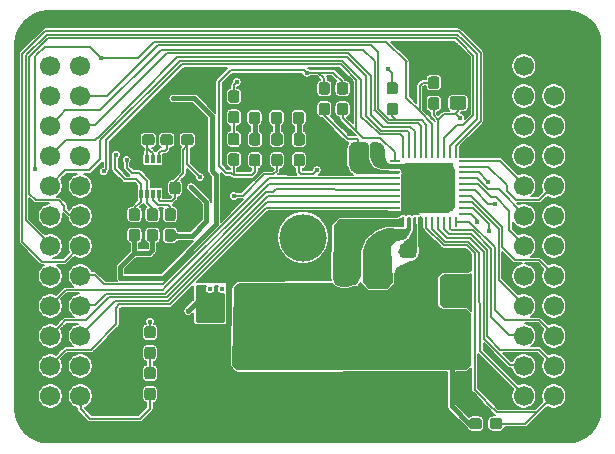
<source format=gbr>
G04 #@! TF.GenerationSoftware,KiCad,Pcbnew,(5.1.5)-3*
G04 #@! TF.CreationDate,2021-07-19T11:54:44+02:00*
G04 #@! TF.ProjectId,sDrive1,73447269-7665-4312-9e6b-696361645f70,rev?*
G04 #@! TF.SameCoordinates,Original*
G04 #@! TF.FileFunction,Copper,L1,Top*
G04 #@! TF.FilePolarity,Positive*
%FSLAX46Y46*%
G04 Gerber Fmt 4.6, Leading zero omitted, Abs format (unit mm)*
G04 Created by KiCad (PCBNEW (5.1.5)-3) date 2021-07-19 11:54:44*
%MOMM*%
%LPD*%
G04 APERTURE LIST*
%ADD10C,1.700000*%
%ADD11C,4.000000*%
%ADD12C,0.100000*%
%ADD13R,0.300000X0.750000*%
%ADD14C,0.400000*%
%ADD15R,0.260000X0.880000*%
%ADD16R,0.880000X0.260000*%
%ADD17R,4.150000X4.150000*%
%ADD18C,0.152400*%
%ADD19C,0.381000*%
%ADD20C,0.203200*%
%ADD21C,0.635000*%
%ADD22C,0.127000*%
%ADD23C,0.254000*%
G04 APERTURE END LIST*
D10*
X45358780Y31806180D03*
X2738780Y16566180D03*
X42818780Y26726180D03*
X45358780Y16566180D03*
X5278780Y19106180D03*
X2738780Y26726180D03*
X5278780Y24186180D03*
X42818780Y8946180D03*
X2738780Y6406180D03*
X45358780Y8946180D03*
X42818780Y14026180D03*
X42818780Y16566180D03*
X2738780Y24186180D03*
X5278780Y26726180D03*
X2738780Y8946180D03*
X5278780Y8946180D03*
X45358780Y24186180D03*
X42818780Y21646180D03*
X45358780Y21646180D03*
X5278780Y16566180D03*
X45358780Y26726180D03*
X42818780Y24186180D03*
X45358780Y14026180D03*
X5278780Y11486180D03*
X42818780Y6406180D03*
X2738780Y31806180D03*
X5278780Y31806180D03*
X45358780Y11486180D03*
X2738780Y14026180D03*
X42818780Y29266180D03*
X2738780Y3866180D03*
X45358780Y29266180D03*
X5278780Y29266180D03*
X2738780Y19106180D03*
X42818780Y19106180D03*
X5278780Y14026180D03*
X45358780Y19106180D03*
X2738780Y21646180D03*
X2738780Y29266180D03*
D11*
X24130000Y17272000D03*
D10*
X42818780Y11486180D03*
X45358780Y6406180D03*
X2738780Y11486180D03*
X42818780Y31806180D03*
X42818780Y3866180D03*
X45358780Y3866180D03*
X5278780Y21646180D03*
X5278780Y3866180D03*
X5278780Y6406180D03*
G04 #@! TA.AperFunction,SMDPad,CuDef*
D12*
G36*
X11436779Y8030856D02*
G01*
X11459834Y8027437D01*
X11482443Y8021773D01*
X11504387Y8013921D01*
X11525457Y8003956D01*
X11545448Y7991974D01*
X11564168Y7978090D01*
X11581438Y7962438D01*
X11597090Y7945168D01*
X11610974Y7926448D01*
X11622956Y7906457D01*
X11632921Y7885387D01*
X11640773Y7863443D01*
X11646437Y7840834D01*
X11649856Y7817779D01*
X11651000Y7794500D01*
X11651000Y7219500D01*
X11649856Y7196221D01*
X11646437Y7173166D01*
X11640773Y7150557D01*
X11632921Y7128613D01*
X11622956Y7107543D01*
X11610974Y7087552D01*
X11597090Y7068832D01*
X11581438Y7051562D01*
X11564168Y7035910D01*
X11545448Y7022026D01*
X11525457Y7010044D01*
X11504387Y7000079D01*
X11482443Y6992227D01*
X11459834Y6986563D01*
X11436779Y6983144D01*
X11413500Y6982000D01*
X10938500Y6982000D01*
X10915221Y6983144D01*
X10892166Y6986563D01*
X10869557Y6992227D01*
X10847613Y7000079D01*
X10826543Y7010044D01*
X10806552Y7022026D01*
X10787832Y7035910D01*
X10770562Y7051562D01*
X10754910Y7068832D01*
X10741026Y7087552D01*
X10729044Y7107543D01*
X10719079Y7128613D01*
X10711227Y7150557D01*
X10705563Y7173166D01*
X10702144Y7196221D01*
X10701000Y7219500D01*
X10701000Y7794500D01*
X10702144Y7817779D01*
X10705563Y7840834D01*
X10711227Y7863443D01*
X10719079Y7885387D01*
X10729044Y7906457D01*
X10741026Y7926448D01*
X10754910Y7945168D01*
X10770562Y7962438D01*
X10787832Y7978090D01*
X10806552Y7991974D01*
X10826543Y8003956D01*
X10847613Y8013921D01*
X10869557Y8021773D01*
X10892166Y8027437D01*
X10915221Y8030856D01*
X10938500Y8032000D01*
X11413500Y8032000D01*
X11436779Y8030856D01*
G37*
G04 #@! TD.AperFunction*
G04 #@! TA.AperFunction,SMDPad,CuDef*
G36*
X11436779Y9780856D02*
G01*
X11459834Y9777437D01*
X11482443Y9771773D01*
X11504387Y9763921D01*
X11525457Y9753956D01*
X11545448Y9741974D01*
X11564168Y9728090D01*
X11581438Y9712438D01*
X11597090Y9695168D01*
X11610974Y9676448D01*
X11622956Y9656457D01*
X11632921Y9635387D01*
X11640773Y9613443D01*
X11646437Y9590834D01*
X11649856Y9567779D01*
X11651000Y9544500D01*
X11651000Y8969500D01*
X11649856Y8946221D01*
X11646437Y8923166D01*
X11640773Y8900557D01*
X11632921Y8878613D01*
X11622956Y8857543D01*
X11610974Y8837552D01*
X11597090Y8818832D01*
X11581438Y8801562D01*
X11564168Y8785910D01*
X11545448Y8772026D01*
X11525457Y8760044D01*
X11504387Y8750079D01*
X11482443Y8742227D01*
X11459834Y8736563D01*
X11436779Y8733144D01*
X11413500Y8732000D01*
X10938500Y8732000D01*
X10915221Y8733144D01*
X10892166Y8736563D01*
X10869557Y8742227D01*
X10847613Y8750079D01*
X10826543Y8760044D01*
X10806552Y8772026D01*
X10787832Y8785910D01*
X10770562Y8801562D01*
X10754910Y8818832D01*
X10741026Y8837552D01*
X10729044Y8857543D01*
X10719079Y8878613D01*
X10711227Y8900557D01*
X10705563Y8923166D01*
X10702144Y8946221D01*
X10701000Y8969500D01*
X10701000Y9544500D01*
X10702144Y9567779D01*
X10705563Y9590834D01*
X10711227Y9613443D01*
X10719079Y9635387D01*
X10729044Y9656457D01*
X10741026Y9676448D01*
X10754910Y9695168D01*
X10770562Y9712438D01*
X10787832Y9728090D01*
X10806552Y9741974D01*
X10826543Y9753956D01*
X10847613Y9763921D01*
X10869557Y9771773D01*
X10892166Y9777437D01*
X10915221Y9780856D01*
X10938500Y9782000D01*
X11413500Y9782000D01*
X11436779Y9780856D01*
G37*
G04 #@! TD.AperFunction*
D13*
X11906000Y21002000D03*
X11406000Y21002000D03*
X10906000Y21002000D03*
X10406000Y21002000D03*
X10406000Y23902000D03*
X10906000Y23902000D03*
X11406000Y23902000D03*
X11906000Y23902000D03*
G04 #@! TA.AperFunction,SMDPad,CuDef*
D12*
G36*
X9595779Y26025856D02*
G01*
X9618834Y26022437D01*
X9641443Y26016773D01*
X9663387Y26008921D01*
X9684457Y25998956D01*
X9704448Y25986974D01*
X9723168Y25973090D01*
X9740438Y25957438D01*
X9756090Y25940168D01*
X9769974Y25921448D01*
X9781956Y25901457D01*
X9791921Y25880387D01*
X9799773Y25858443D01*
X9805437Y25835834D01*
X9808856Y25812779D01*
X9810000Y25789500D01*
X9810000Y25314500D01*
X9808856Y25291221D01*
X9805437Y25268166D01*
X9799773Y25245557D01*
X9791921Y25223613D01*
X9781956Y25202543D01*
X9769974Y25182552D01*
X9756090Y25163832D01*
X9740438Y25146562D01*
X9723168Y25130910D01*
X9704448Y25117026D01*
X9684457Y25105044D01*
X9663387Y25095079D01*
X9641443Y25087227D01*
X9618834Y25081563D01*
X9595779Y25078144D01*
X9572500Y25077000D01*
X8997500Y25077000D01*
X8974221Y25078144D01*
X8951166Y25081563D01*
X8928557Y25087227D01*
X8906613Y25095079D01*
X8885543Y25105044D01*
X8865552Y25117026D01*
X8846832Y25130910D01*
X8829562Y25146562D01*
X8813910Y25163832D01*
X8800026Y25182552D01*
X8788044Y25202543D01*
X8778079Y25223613D01*
X8770227Y25245557D01*
X8764563Y25268166D01*
X8761144Y25291221D01*
X8760000Y25314500D01*
X8760000Y25789500D01*
X8761144Y25812779D01*
X8764563Y25835834D01*
X8770227Y25858443D01*
X8778079Y25880387D01*
X8788044Y25901457D01*
X8800026Y25921448D01*
X8813910Y25940168D01*
X8829562Y25957438D01*
X8846832Y25973090D01*
X8865552Y25986974D01*
X8885543Y25998956D01*
X8906613Y26008921D01*
X8928557Y26016773D01*
X8951166Y26022437D01*
X8974221Y26025856D01*
X8997500Y26027000D01*
X9572500Y26027000D01*
X9595779Y26025856D01*
G37*
G04 #@! TD.AperFunction*
G04 #@! TA.AperFunction,SMDPad,CuDef*
G36*
X11345779Y26025856D02*
G01*
X11368834Y26022437D01*
X11391443Y26016773D01*
X11413387Y26008921D01*
X11434457Y25998956D01*
X11454448Y25986974D01*
X11473168Y25973090D01*
X11490438Y25957438D01*
X11506090Y25940168D01*
X11519974Y25921448D01*
X11531956Y25901457D01*
X11541921Y25880387D01*
X11549773Y25858443D01*
X11555437Y25835834D01*
X11558856Y25812779D01*
X11560000Y25789500D01*
X11560000Y25314500D01*
X11558856Y25291221D01*
X11555437Y25268166D01*
X11549773Y25245557D01*
X11541921Y25223613D01*
X11531956Y25202543D01*
X11519974Y25182552D01*
X11506090Y25163832D01*
X11490438Y25146562D01*
X11473168Y25130910D01*
X11454448Y25117026D01*
X11434457Y25105044D01*
X11413387Y25095079D01*
X11391443Y25087227D01*
X11368834Y25081563D01*
X11345779Y25078144D01*
X11322500Y25077000D01*
X10747500Y25077000D01*
X10724221Y25078144D01*
X10701166Y25081563D01*
X10678557Y25087227D01*
X10656613Y25095079D01*
X10635543Y25105044D01*
X10615552Y25117026D01*
X10596832Y25130910D01*
X10579562Y25146562D01*
X10563910Y25163832D01*
X10550026Y25182552D01*
X10538044Y25202543D01*
X10528079Y25223613D01*
X10520227Y25245557D01*
X10514563Y25268166D01*
X10511144Y25291221D01*
X10510000Y25314500D01*
X10510000Y25789500D01*
X10511144Y25812779D01*
X10514563Y25835834D01*
X10520227Y25858443D01*
X10528079Y25880387D01*
X10538044Y25901457D01*
X10550026Y25921448D01*
X10563910Y25940168D01*
X10579562Y25957438D01*
X10596832Y25973090D01*
X10615552Y25986974D01*
X10635543Y25998956D01*
X10656613Y26008921D01*
X10678557Y26016773D01*
X10701166Y26022437D01*
X10724221Y26025856D01*
X10747500Y26027000D01*
X11322500Y26027000D01*
X11345779Y26025856D01*
G37*
G04 #@! TD.AperFunction*
G04 #@! TA.AperFunction,SMDPad,CuDef*
G36*
X13146779Y19740856D02*
G01*
X13169834Y19737437D01*
X13192443Y19731773D01*
X13214387Y19723921D01*
X13235457Y19713956D01*
X13255448Y19701974D01*
X13274168Y19688090D01*
X13291438Y19672438D01*
X13307090Y19655168D01*
X13320974Y19636448D01*
X13332956Y19616457D01*
X13342921Y19595387D01*
X13350773Y19573443D01*
X13356437Y19550834D01*
X13359856Y19527779D01*
X13361000Y19504500D01*
X13361000Y18929500D01*
X13359856Y18906221D01*
X13356437Y18883166D01*
X13350773Y18860557D01*
X13342921Y18838613D01*
X13332956Y18817543D01*
X13320974Y18797552D01*
X13307090Y18778832D01*
X13291438Y18761562D01*
X13274168Y18745910D01*
X13255448Y18732026D01*
X13235457Y18720044D01*
X13214387Y18710079D01*
X13192443Y18702227D01*
X13169834Y18696563D01*
X13146779Y18693144D01*
X13123500Y18692000D01*
X12648500Y18692000D01*
X12625221Y18693144D01*
X12602166Y18696563D01*
X12579557Y18702227D01*
X12557613Y18710079D01*
X12536543Y18720044D01*
X12516552Y18732026D01*
X12497832Y18745910D01*
X12480562Y18761562D01*
X12464910Y18778832D01*
X12451026Y18797552D01*
X12439044Y18817543D01*
X12429079Y18838613D01*
X12421227Y18860557D01*
X12415563Y18883166D01*
X12412144Y18906221D01*
X12411000Y18929500D01*
X12411000Y19504500D01*
X12412144Y19527779D01*
X12415563Y19550834D01*
X12421227Y19573443D01*
X12429079Y19595387D01*
X12439044Y19616457D01*
X12451026Y19636448D01*
X12464910Y19655168D01*
X12480562Y19672438D01*
X12497832Y19688090D01*
X12516552Y19701974D01*
X12536543Y19713956D01*
X12557613Y19723921D01*
X12579557Y19731773D01*
X12602166Y19737437D01*
X12625221Y19740856D01*
X12648500Y19742000D01*
X13123500Y19742000D01*
X13146779Y19740856D01*
G37*
G04 #@! TD.AperFunction*
G04 #@! TA.AperFunction,SMDPad,CuDef*
G36*
X13146779Y17990856D02*
G01*
X13169834Y17987437D01*
X13192443Y17981773D01*
X13214387Y17973921D01*
X13235457Y17963956D01*
X13255448Y17951974D01*
X13274168Y17938090D01*
X13291438Y17922438D01*
X13307090Y17905168D01*
X13320974Y17886448D01*
X13332956Y17866457D01*
X13342921Y17845387D01*
X13350773Y17823443D01*
X13356437Y17800834D01*
X13359856Y17777779D01*
X13361000Y17754500D01*
X13361000Y17179500D01*
X13359856Y17156221D01*
X13356437Y17133166D01*
X13350773Y17110557D01*
X13342921Y17088613D01*
X13332956Y17067543D01*
X13320974Y17047552D01*
X13307090Y17028832D01*
X13291438Y17011562D01*
X13274168Y16995910D01*
X13255448Y16982026D01*
X13235457Y16970044D01*
X13214387Y16960079D01*
X13192443Y16952227D01*
X13169834Y16946563D01*
X13146779Y16943144D01*
X13123500Y16942000D01*
X12648500Y16942000D01*
X12625221Y16943144D01*
X12602166Y16946563D01*
X12579557Y16952227D01*
X12557613Y16960079D01*
X12536543Y16970044D01*
X12516552Y16982026D01*
X12497832Y16995910D01*
X12480562Y17011562D01*
X12464910Y17028832D01*
X12451026Y17047552D01*
X12439044Y17067543D01*
X12429079Y17088613D01*
X12421227Y17110557D01*
X12415563Y17133166D01*
X12412144Y17156221D01*
X12411000Y17179500D01*
X12411000Y17754500D01*
X12412144Y17777779D01*
X12415563Y17800834D01*
X12421227Y17823443D01*
X12429079Y17845387D01*
X12439044Y17866457D01*
X12451026Y17886448D01*
X12464910Y17905168D01*
X12480562Y17922438D01*
X12497832Y17938090D01*
X12516552Y17951974D01*
X12536543Y17963956D01*
X12557613Y17973921D01*
X12579557Y17981773D01*
X12602166Y17987437D01*
X12625221Y17990856D01*
X12648500Y17992000D01*
X13123500Y17992000D01*
X13146779Y17990856D01*
G37*
G04 #@! TD.AperFunction*
G04 #@! TA.AperFunction,SMDPad,CuDef*
G36*
X11636779Y19740856D02*
G01*
X11659834Y19737437D01*
X11682443Y19731773D01*
X11704387Y19723921D01*
X11725457Y19713956D01*
X11745448Y19701974D01*
X11764168Y19688090D01*
X11781438Y19672438D01*
X11797090Y19655168D01*
X11810974Y19636448D01*
X11822956Y19616457D01*
X11832921Y19595387D01*
X11840773Y19573443D01*
X11846437Y19550834D01*
X11849856Y19527779D01*
X11851000Y19504500D01*
X11851000Y18929500D01*
X11849856Y18906221D01*
X11846437Y18883166D01*
X11840773Y18860557D01*
X11832921Y18838613D01*
X11822956Y18817543D01*
X11810974Y18797552D01*
X11797090Y18778832D01*
X11781438Y18761562D01*
X11764168Y18745910D01*
X11745448Y18732026D01*
X11725457Y18720044D01*
X11704387Y18710079D01*
X11682443Y18702227D01*
X11659834Y18696563D01*
X11636779Y18693144D01*
X11613500Y18692000D01*
X11138500Y18692000D01*
X11115221Y18693144D01*
X11092166Y18696563D01*
X11069557Y18702227D01*
X11047613Y18710079D01*
X11026543Y18720044D01*
X11006552Y18732026D01*
X10987832Y18745910D01*
X10970562Y18761562D01*
X10954910Y18778832D01*
X10941026Y18797552D01*
X10929044Y18817543D01*
X10919079Y18838613D01*
X10911227Y18860557D01*
X10905563Y18883166D01*
X10902144Y18906221D01*
X10901000Y18929500D01*
X10901000Y19504500D01*
X10902144Y19527779D01*
X10905563Y19550834D01*
X10911227Y19573443D01*
X10919079Y19595387D01*
X10929044Y19616457D01*
X10941026Y19636448D01*
X10954910Y19655168D01*
X10970562Y19672438D01*
X10987832Y19688090D01*
X11006552Y19701974D01*
X11026543Y19713956D01*
X11047613Y19723921D01*
X11069557Y19731773D01*
X11092166Y19737437D01*
X11115221Y19740856D01*
X11138500Y19742000D01*
X11613500Y19742000D01*
X11636779Y19740856D01*
G37*
G04 #@! TD.AperFunction*
G04 #@! TA.AperFunction,SMDPad,CuDef*
G36*
X11636779Y17990856D02*
G01*
X11659834Y17987437D01*
X11682443Y17981773D01*
X11704387Y17973921D01*
X11725457Y17963956D01*
X11745448Y17951974D01*
X11764168Y17938090D01*
X11781438Y17922438D01*
X11797090Y17905168D01*
X11810974Y17886448D01*
X11822956Y17866457D01*
X11832921Y17845387D01*
X11840773Y17823443D01*
X11846437Y17800834D01*
X11849856Y17777779D01*
X11851000Y17754500D01*
X11851000Y17179500D01*
X11849856Y17156221D01*
X11846437Y17133166D01*
X11840773Y17110557D01*
X11832921Y17088613D01*
X11822956Y17067543D01*
X11810974Y17047552D01*
X11797090Y17028832D01*
X11781438Y17011562D01*
X11764168Y16995910D01*
X11745448Y16982026D01*
X11725457Y16970044D01*
X11704387Y16960079D01*
X11682443Y16952227D01*
X11659834Y16946563D01*
X11636779Y16943144D01*
X11613500Y16942000D01*
X11138500Y16942000D01*
X11115221Y16943144D01*
X11092166Y16946563D01*
X11069557Y16952227D01*
X11047613Y16960079D01*
X11026543Y16970044D01*
X11006552Y16982026D01*
X10987832Y16995910D01*
X10970562Y17011562D01*
X10954910Y17028832D01*
X10941026Y17047552D01*
X10929044Y17067543D01*
X10919079Y17088613D01*
X10911227Y17110557D01*
X10905563Y17133166D01*
X10902144Y17156221D01*
X10901000Y17179500D01*
X10901000Y17754500D01*
X10902144Y17777779D01*
X10905563Y17800834D01*
X10911227Y17823443D01*
X10919079Y17845387D01*
X10929044Y17866457D01*
X10941026Y17886448D01*
X10954910Y17905168D01*
X10970562Y17922438D01*
X10987832Y17938090D01*
X11006552Y17951974D01*
X11026543Y17963956D01*
X11047613Y17973921D01*
X11069557Y17981773D01*
X11092166Y17987437D01*
X11115221Y17990856D01*
X11138500Y17992000D01*
X11613500Y17992000D01*
X11636779Y17990856D01*
G37*
G04 #@! TD.AperFunction*
G04 #@! TA.AperFunction,SMDPad,CuDef*
G36*
X10116779Y19740856D02*
G01*
X10139834Y19737437D01*
X10162443Y19731773D01*
X10184387Y19723921D01*
X10205457Y19713956D01*
X10225448Y19701974D01*
X10244168Y19688090D01*
X10261438Y19672438D01*
X10277090Y19655168D01*
X10290974Y19636448D01*
X10302956Y19616457D01*
X10312921Y19595387D01*
X10320773Y19573443D01*
X10326437Y19550834D01*
X10329856Y19527779D01*
X10331000Y19504500D01*
X10331000Y18929500D01*
X10329856Y18906221D01*
X10326437Y18883166D01*
X10320773Y18860557D01*
X10312921Y18838613D01*
X10302956Y18817543D01*
X10290974Y18797552D01*
X10277090Y18778832D01*
X10261438Y18761562D01*
X10244168Y18745910D01*
X10225448Y18732026D01*
X10205457Y18720044D01*
X10184387Y18710079D01*
X10162443Y18702227D01*
X10139834Y18696563D01*
X10116779Y18693144D01*
X10093500Y18692000D01*
X9618500Y18692000D01*
X9595221Y18693144D01*
X9572166Y18696563D01*
X9549557Y18702227D01*
X9527613Y18710079D01*
X9506543Y18720044D01*
X9486552Y18732026D01*
X9467832Y18745910D01*
X9450562Y18761562D01*
X9434910Y18778832D01*
X9421026Y18797552D01*
X9409044Y18817543D01*
X9399079Y18838613D01*
X9391227Y18860557D01*
X9385563Y18883166D01*
X9382144Y18906221D01*
X9381000Y18929500D01*
X9381000Y19504500D01*
X9382144Y19527779D01*
X9385563Y19550834D01*
X9391227Y19573443D01*
X9399079Y19595387D01*
X9409044Y19616457D01*
X9421026Y19636448D01*
X9434910Y19655168D01*
X9450562Y19672438D01*
X9467832Y19688090D01*
X9486552Y19701974D01*
X9506543Y19713956D01*
X9527613Y19723921D01*
X9549557Y19731773D01*
X9572166Y19737437D01*
X9595221Y19740856D01*
X9618500Y19742000D01*
X10093500Y19742000D01*
X10116779Y19740856D01*
G37*
G04 #@! TD.AperFunction*
G04 #@! TA.AperFunction,SMDPad,CuDef*
G36*
X10116779Y17990856D02*
G01*
X10139834Y17987437D01*
X10162443Y17981773D01*
X10184387Y17973921D01*
X10205457Y17963956D01*
X10225448Y17951974D01*
X10244168Y17938090D01*
X10261438Y17922438D01*
X10277090Y17905168D01*
X10290974Y17886448D01*
X10302956Y17866457D01*
X10312921Y17845387D01*
X10320773Y17823443D01*
X10326437Y17800834D01*
X10329856Y17777779D01*
X10331000Y17754500D01*
X10331000Y17179500D01*
X10329856Y17156221D01*
X10326437Y17133166D01*
X10320773Y17110557D01*
X10312921Y17088613D01*
X10302956Y17067543D01*
X10290974Y17047552D01*
X10277090Y17028832D01*
X10261438Y17011562D01*
X10244168Y16995910D01*
X10225448Y16982026D01*
X10205457Y16970044D01*
X10184387Y16960079D01*
X10162443Y16952227D01*
X10139834Y16946563D01*
X10116779Y16943144D01*
X10093500Y16942000D01*
X9618500Y16942000D01*
X9595221Y16943144D01*
X9572166Y16946563D01*
X9549557Y16952227D01*
X9527613Y16960079D01*
X9506543Y16970044D01*
X9486552Y16982026D01*
X9467832Y16995910D01*
X9450562Y17011562D01*
X9434910Y17028832D01*
X9421026Y17047552D01*
X9409044Y17067543D01*
X9399079Y17088613D01*
X9391227Y17110557D01*
X9385563Y17133166D01*
X9382144Y17156221D01*
X9381000Y17179500D01*
X9381000Y17754500D01*
X9382144Y17777779D01*
X9385563Y17800834D01*
X9391227Y17823443D01*
X9399079Y17845387D01*
X9409044Y17866457D01*
X9421026Y17886448D01*
X9434910Y17905168D01*
X9450562Y17922438D01*
X9467832Y17938090D01*
X9486552Y17951974D01*
X9506543Y17963956D01*
X9527613Y17973921D01*
X9549557Y17981773D01*
X9572166Y17987437D01*
X9595221Y17990856D01*
X9618500Y17992000D01*
X10093500Y17992000D01*
X10116779Y17990856D01*
G37*
G04 #@! TD.AperFunction*
G04 #@! TA.AperFunction,SMDPad,CuDef*
G36*
X12897779Y26025856D02*
G01*
X12920834Y26022437D01*
X12943443Y26016773D01*
X12965387Y26008921D01*
X12986457Y25998956D01*
X13006448Y25986974D01*
X13025168Y25973090D01*
X13042438Y25957438D01*
X13058090Y25940168D01*
X13071974Y25921448D01*
X13083956Y25901457D01*
X13093921Y25880387D01*
X13101773Y25858443D01*
X13107437Y25835834D01*
X13110856Y25812779D01*
X13112000Y25789500D01*
X13112000Y25314500D01*
X13110856Y25291221D01*
X13107437Y25268166D01*
X13101773Y25245557D01*
X13093921Y25223613D01*
X13083956Y25202543D01*
X13071974Y25182552D01*
X13058090Y25163832D01*
X13042438Y25146562D01*
X13025168Y25130910D01*
X13006448Y25117026D01*
X12986457Y25105044D01*
X12965387Y25095079D01*
X12943443Y25087227D01*
X12920834Y25081563D01*
X12897779Y25078144D01*
X12874500Y25077000D01*
X12299500Y25077000D01*
X12276221Y25078144D01*
X12253166Y25081563D01*
X12230557Y25087227D01*
X12208613Y25095079D01*
X12187543Y25105044D01*
X12167552Y25117026D01*
X12148832Y25130910D01*
X12131562Y25146562D01*
X12115910Y25163832D01*
X12102026Y25182552D01*
X12090044Y25202543D01*
X12080079Y25223613D01*
X12072227Y25245557D01*
X12066563Y25268166D01*
X12063144Y25291221D01*
X12062000Y25314500D01*
X12062000Y25789500D01*
X12063144Y25812779D01*
X12066563Y25835834D01*
X12072227Y25858443D01*
X12080079Y25880387D01*
X12090044Y25901457D01*
X12102026Y25921448D01*
X12115910Y25940168D01*
X12131562Y25957438D01*
X12148832Y25973090D01*
X12167552Y25986974D01*
X12187543Y25998956D01*
X12208613Y26008921D01*
X12230557Y26016773D01*
X12253166Y26022437D01*
X12276221Y26025856D01*
X12299500Y26027000D01*
X12874500Y26027000D01*
X12897779Y26025856D01*
G37*
G04 #@! TD.AperFunction*
G04 #@! TA.AperFunction,SMDPad,CuDef*
G36*
X14647779Y26025856D02*
G01*
X14670834Y26022437D01*
X14693443Y26016773D01*
X14715387Y26008921D01*
X14736457Y25998956D01*
X14756448Y25986974D01*
X14775168Y25973090D01*
X14792438Y25957438D01*
X14808090Y25940168D01*
X14821974Y25921448D01*
X14833956Y25901457D01*
X14843921Y25880387D01*
X14851773Y25858443D01*
X14857437Y25835834D01*
X14860856Y25812779D01*
X14862000Y25789500D01*
X14862000Y25314500D01*
X14860856Y25291221D01*
X14857437Y25268166D01*
X14851773Y25245557D01*
X14843921Y25223613D01*
X14833956Y25202543D01*
X14821974Y25182552D01*
X14808090Y25163832D01*
X14792438Y25146562D01*
X14775168Y25130910D01*
X14756448Y25117026D01*
X14736457Y25105044D01*
X14715387Y25095079D01*
X14693443Y25087227D01*
X14670834Y25081563D01*
X14647779Y25078144D01*
X14624500Y25077000D01*
X14049500Y25077000D01*
X14026221Y25078144D01*
X14003166Y25081563D01*
X13980557Y25087227D01*
X13958613Y25095079D01*
X13937543Y25105044D01*
X13917552Y25117026D01*
X13898832Y25130910D01*
X13881562Y25146562D01*
X13865910Y25163832D01*
X13852026Y25182552D01*
X13840044Y25202543D01*
X13830079Y25223613D01*
X13822227Y25245557D01*
X13816563Y25268166D01*
X13813144Y25291221D01*
X13812000Y25314500D01*
X13812000Y25789500D01*
X13813144Y25812779D01*
X13816563Y25835834D01*
X13822227Y25858443D01*
X13830079Y25880387D01*
X13840044Y25901457D01*
X13852026Y25921448D01*
X13865910Y25940168D01*
X13881562Y25957438D01*
X13898832Y25973090D01*
X13917552Y25986974D01*
X13937543Y25998956D01*
X13958613Y26008921D01*
X13980557Y26016773D01*
X14003166Y26022437D01*
X14026221Y26025856D01*
X14049500Y26027000D01*
X14624500Y26027000D01*
X14647779Y26025856D01*
G37*
G04 #@! TD.AperFunction*
G04 #@! TA.AperFunction,SMDPad,CuDef*
G36*
X13546779Y23750856D02*
G01*
X13569834Y23747437D01*
X13592443Y23741773D01*
X13614387Y23733921D01*
X13635457Y23723956D01*
X13655448Y23711974D01*
X13674168Y23698090D01*
X13691438Y23682438D01*
X13707090Y23665168D01*
X13720974Y23646448D01*
X13732956Y23626457D01*
X13742921Y23605387D01*
X13750773Y23583443D01*
X13756437Y23560834D01*
X13759856Y23537779D01*
X13761000Y23514500D01*
X13761000Y22939500D01*
X13759856Y22916221D01*
X13756437Y22893166D01*
X13750773Y22870557D01*
X13742921Y22848613D01*
X13732956Y22827543D01*
X13720974Y22807552D01*
X13707090Y22788832D01*
X13691438Y22771562D01*
X13674168Y22755910D01*
X13655448Y22742026D01*
X13635457Y22730044D01*
X13614387Y22720079D01*
X13592443Y22712227D01*
X13569834Y22706563D01*
X13546779Y22703144D01*
X13523500Y22702000D01*
X13048500Y22702000D01*
X13025221Y22703144D01*
X13002166Y22706563D01*
X12979557Y22712227D01*
X12957613Y22720079D01*
X12936543Y22730044D01*
X12916552Y22742026D01*
X12897832Y22755910D01*
X12880562Y22771562D01*
X12864910Y22788832D01*
X12851026Y22807552D01*
X12839044Y22827543D01*
X12829079Y22848613D01*
X12821227Y22870557D01*
X12815563Y22893166D01*
X12812144Y22916221D01*
X12811000Y22939500D01*
X12811000Y23514500D01*
X12812144Y23537779D01*
X12815563Y23560834D01*
X12821227Y23583443D01*
X12829079Y23605387D01*
X12839044Y23626457D01*
X12851026Y23646448D01*
X12864910Y23665168D01*
X12880562Y23682438D01*
X12897832Y23698090D01*
X12916552Y23711974D01*
X12936543Y23723956D01*
X12957613Y23733921D01*
X12979557Y23741773D01*
X13002166Y23747437D01*
X13025221Y23750856D01*
X13048500Y23752000D01*
X13523500Y23752000D01*
X13546779Y23750856D01*
G37*
G04 #@! TD.AperFunction*
G04 #@! TA.AperFunction,SMDPad,CuDef*
G36*
X13546779Y22000856D02*
G01*
X13569834Y21997437D01*
X13592443Y21991773D01*
X13614387Y21983921D01*
X13635457Y21973956D01*
X13655448Y21961974D01*
X13674168Y21948090D01*
X13691438Y21932438D01*
X13707090Y21915168D01*
X13720974Y21896448D01*
X13732956Y21876457D01*
X13742921Y21855387D01*
X13750773Y21833443D01*
X13756437Y21810834D01*
X13759856Y21787779D01*
X13761000Y21764500D01*
X13761000Y21189500D01*
X13759856Y21166221D01*
X13756437Y21143166D01*
X13750773Y21120557D01*
X13742921Y21098613D01*
X13732956Y21077543D01*
X13720974Y21057552D01*
X13707090Y21038832D01*
X13691438Y21021562D01*
X13674168Y21005910D01*
X13655448Y20992026D01*
X13635457Y20980044D01*
X13614387Y20970079D01*
X13592443Y20962227D01*
X13569834Y20956563D01*
X13546779Y20953144D01*
X13523500Y20952000D01*
X13048500Y20952000D01*
X13025221Y20953144D01*
X13002166Y20956563D01*
X12979557Y20962227D01*
X12957613Y20970079D01*
X12936543Y20980044D01*
X12916552Y20992026D01*
X12897832Y21005910D01*
X12880562Y21021562D01*
X12864910Y21038832D01*
X12851026Y21057552D01*
X12839044Y21077543D01*
X12829079Y21098613D01*
X12821227Y21120557D01*
X12815563Y21143166D01*
X12812144Y21166221D01*
X12811000Y21189500D01*
X12811000Y21764500D01*
X12812144Y21787779D01*
X12815563Y21810834D01*
X12821227Y21833443D01*
X12829079Y21855387D01*
X12839044Y21876457D01*
X12851026Y21896448D01*
X12864910Y21915168D01*
X12880562Y21932438D01*
X12897832Y21948090D01*
X12916552Y21961974D01*
X12936543Y21973956D01*
X12957613Y21983921D01*
X12979557Y21991773D01*
X13002166Y21997437D01*
X13025221Y22000856D01*
X13048500Y22002000D01*
X13523500Y22002000D01*
X13546779Y22000856D01*
G37*
G04 #@! TD.AperFunction*
G04 #@! TA.AperFunction,SMDPad,CuDef*
G36*
X31414504Y5108796D02*
G01*
X31438773Y5105196D01*
X31462571Y5099235D01*
X31485671Y5090970D01*
X31507849Y5080480D01*
X31528893Y5067867D01*
X31548598Y5053253D01*
X31566777Y5036777D01*
X31583253Y5018598D01*
X31597867Y4998893D01*
X31610480Y4977849D01*
X31620970Y4955671D01*
X31629235Y4932571D01*
X31635196Y4908773D01*
X31638796Y4884504D01*
X31640000Y4860000D01*
X31640000Y2760000D01*
X31638796Y2735496D01*
X31635196Y2711227D01*
X31629235Y2687429D01*
X31620970Y2664329D01*
X31610480Y2642151D01*
X31597867Y2621107D01*
X31583253Y2601402D01*
X31566777Y2583223D01*
X31548598Y2566747D01*
X31528893Y2552133D01*
X31507849Y2539520D01*
X31485671Y2529030D01*
X31462571Y2520765D01*
X31438773Y2514804D01*
X31414504Y2511204D01*
X31390000Y2510000D01*
X30290000Y2510000D01*
X30265496Y2511204D01*
X30241227Y2514804D01*
X30217429Y2520765D01*
X30194329Y2529030D01*
X30172151Y2539520D01*
X30151107Y2552133D01*
X30131402Y2566747D01*
X30113223Y2583223D01*
X30096747Y2601402D01*
X30082133Y2621107D01*
X30069520Y2642151D01*
X30059030Y2664329D01*
X30050765Y2687429D01*
X30044804Y2711227D01*
X30041204Y2735496D01*
X30040000Y2760000D01*
X30040000Y4860000D01*
X30041204Y4884504D01*
X30044804Y4908773D01*
X30050765Y4932571D01*
X30059030Y4955671D01*
X30069520Y4977849D01*
X30082133Y4998893D01*
X30096747Y5018598D01*
X30113223Y5036777D01*
X30131402Y5053253D01*
X30151107Y5067867D01*
X30172151Y5080480D01*
X30194329Y5090970D01*
X30217429Y5099235D01*
X30241227Y5105196D01*
X30265496Y5108796D01*
X30290000Y5110000D01*
X31390000Y5110000D01*
X31414504Y5108796D01*
G37*
G04 #@! TD.AperFunction*
G04 #@! TA.AperFunction,SMDPad,CuDef*
G36*
X31414504Y8708796D02*
G01*
X31438773Y8705196D01*
X31462571Y8699235D01*
X31485671Y8690970D01*
X31507849Y8680480D01*
X31528893Y8667867D01*
X31548598Y8653253D01*
X31566777Y8636777D01*
X31583253Y8618598D01*
X31597867Y8598893D01*
X31610480Y8577849D01*
X31620970Y8555671D01*
X31629235Y8532571D01*
X31635196Y8508773D01*
X31638796Y8484504D01*
X31640000Y8460000D01*
X31640000Y6360000D01*
X31638796Y6335496D01*
X31635196Y6311227D01*
X31629235Y6287429D01*
X31620970Y6264329D01*
X31610480Y6242151D01*
X31597867Y6221107D01*
X31583253Y6201402D01*
X31566777Y6183223D01*
X31548598Y6166747D01*
X31528893Y6152133D01*
X31507849Y6139520D01*
X31485671Y6129030D01*
X31462571Y6120765D01*
X31438773Y6114804D01*
X31414504Y6111204D01*
X31390000Y6110000D01*
X30290000Y6110000D01*
X30265496Y6111204D01*
X30241227Y6114804D01*
X30217429Y6120765D01*
X30194329Y6129030D01*
X30172151Y6139520D01*
X30151107Y6152133D01*
X30131402Y6166747D01*
X30113223Y6183223D01*
X30096747Y6201402D01*
X30082133Y6221107D01*
X30069520Y6242151D01*
X30059030Y6264329D01*
X30050765Y6287429D01*
X30044804Y6311227D01*
X30041204Y6335496D01*
X30040000Y6360000D01*
X30040000Y8460000D01*
X30041204Y8484504D01*
X30044804Y8508773D01*
X30050765Y8532571D01*
X30059030Y8555671D01*
X30069520Y8577849D01*
X30082133Y8598893D01*
X30096747Y8618598D01*
X30113223Y8636777D01*
X30131402Y8653253D01*
X30151107Y8667867D01*
X30172151Y8680480D01*
X30194329Y8690970D01*
X30217429Y8699235D01*
X30241227Y8705196D01*
X30265496Y8708796D01*
X30290000Y8710000D01*
X31390000Y8710000D01*
X31414504Y8708796D01*
G37*
G04 #@! TD.AperFunction*
G04 #@! TA.AperFunction,SMDPad,CuDef*
G36*
X26174504Y5108796D02*
G01*
X26198773Y5105196D01*
X26222571Y5099235D01*
X26245671Y5090970D01*
X26267849Y5080480D01*
X26288893Y5067867D01*
X26308598Y5053253D01*
X26326777Y5036777D01*
X26343253Y5018598D01*
X26357867Y4998893D01*
X26370480Y4977849D01*
X26380970Y4955671D01*
X26389235Y4932571D01*
X26395196Y4908773D01*
X26398796Y4884504D01*
X26400000Y4860000D01*
X26400000Y2760000D01*
X26398796Y2735496D01*
X26395196Y2711227D01*
X26389235Y2687429D01*
X26380970Y2664329D01*
X26370480Y2642151D01*
X26357867Y2621107D01*
X26343253Y2601402D01*
X26326777Y2583223D01*
X26308598Y2566747D01*
X26288893Y2552133D01*
X26267849Y2539520D01*
X26245671Y2529030D01*
X26222571Y2520765D01*
X26198773Y2514804D01*
X26174504Y2511204D01*
X26150000Y2510000D01*
X25050000Y2510000D01*
X25025496Y2511204D01*
X25001227Y2514804D01*
X24977429Y2520765D01*
X24954329Y2529030D01*
X24932151Y2539520D01*
X24911107Y2552133D01*
X24891402Y2566747D01*
X24873223Y2583223D01*
X24856747Y2601402D01*
X24842133Y2621107D01*
X24829520Y2642151D01*
X24819030Y2664329D01*
X24810765Y2687429D01*
X24804804Y2711227D01*
X24801204Y2735496D01*
X24800000Y2760000D01*
X24800000Y4860000D01*
X24801204Y4884504D01*
X24804804Y4908773D01*
X24810765Y4932571D01*
X24819030Y4955671D01*
X24829520Y4977849D01*
X24842133Y4998893D01*
X24856747Y5018598D01*
X24873223Y5036777D01*
X24891402Y5053253D01*
X24911107Y5067867D01*
X24932151Y5080480D01*
X24954329Y5090970D01*
X24977429Y5099235D01*
X25001227Y5105196D01*
X25025496Y5108796D01*
X25050000Y5110000D01*
X26150000Y5110000D01*
X26174504Y5108796D01*
G37*
G04 #@! TD.AperFunction*
G04 #@! TA.AperFunction,SMDPad,CuDef*
G36*
X26174504Y8708796D02*
G01*
X26198773Y8705196D01*
X26222571Y8699235D01*
X26245671Y8690970D01*
X26267849Y8680480D01*
X26288893Y8667867D01*
X26308598Y8653253D01*
X26326777Y8636777D01*
X26343253Y8618598D01*
X26357867Y8598893D01*
X26370480Y8577849D01*
X26380970Y8555671D01*
X26389235Y8532571D01*
X26395196Y8508773D01*
X26398796Y8484504D01*
X26400000Y8460000D01*
X26400000Y6360000D01*
X26398796Y6335496D01*
X26395196Y6311227D01*
X26389235Y6287429D01*
X26380970Y6264329D01*
X26370480Y6242151D01*
X26357867Y6221107D01*
X26343253Y6201402D01*
X26326777Y6183223D01*
X26308598Y6166747D01*
X26288893Y6152133D01*
X26267849Y6139520D01*
X26245671Y6129030D01*
X26222571Y6120765D01*
X26198773Y6114804D01*
X26174504Y6111204D01*
X26150000Y6110000D01*
X25050000Y6110000D01*
X25025496Y6111204D01*
X25001227Y6114804D01*
X24977429Y6120765D01*
X24954329Y6129030D01*
X24932151Y6139520D01*
X24911107Y6152133D01*
X24891402Y6166747D01*
X24873223Y6183223D01*
X24856747Y6201402D01*
X24842133Y6221107D01*
X24829520Y6242151D01*
X24819030Y6264329D01*
X24810765Y6287429D01*
X24804804Y6311227D01*
X24801204Y6335496D01*
X24800000Y6360000D01*
X24800000Y8460000D01*
X24801204Y8484504D01*
X24804804Y8508773D01*
X24810765Y8532571D01*
X24819030Y8555671D01*
X24829520Y8577849D01*
X24842133Y8598893D01*
X24856747Y8618598D01*
X24873223Y8636777D01*
X24891402Y8653253D01*
X24911107Y8667867D01*
X24932151Y8680480D01*
X24954329Y8690970D01*
X24977429Y8699235D01*
X25001227Y8705196D01*
X25025496Y8708796D01*
X25050000Y8710000D01*
X26150000Y8710000D01*
X26174504Y8708796D01*
G37*
G04 #@! TD.AperFunction*
G04 #@! TA.AperFunction,SMDPad,CuDef*
G36*
X21244504Y5108796D02*
G01*
X21268773Y5105196D01*
X21292571Y5099235D01*
X21315671Y5090970D01*
X21337849Y5080480D01*
X21358893Y5067867D01*
X21378598Y5053253D01*
X21396777Y5036777D01*
X21413253Y5018598D01*
X21427867Y4998893D01*
X21440480Y4977849D01*
X21450970Y4955671D01*
X21459235Y4932571D01*
X21465196Y4908773D01*
X21468796Y4884504D01*
X21470000Y4860000D01*
X21470000Y2760000D01*
X21468796Y2735496D01*
X21465196Y2711227D01*
X21459235Y2687429D01*
X21450970Y2664329D01*
X21440480Y2642151D01*
X21427867Y2621107D01*
X21413253Y2601402D01*
X21396777Y2583223D01*
X21378598Y2566747D01*
X21358893Y2552133D01*
X21337849Y2539520D01*
X21315671Y2529030D01*
X21292571Y2520765D01*
X21268773Y2514804D01*
X21244504Y2511204D01*
X21220000Y2510000D01*
X20120000Y2510000D01*
X20095496Y2511204D01*
X20071227Y2514804D01*
X20047429Y2520765D01*
X20024329Y2529030D01*
X20002151Y2539520D01*
X19981107Y2552133D01*
X19961402Y2566747D01*
X19943223Y2583223D01*
X19926747Y2601402D01*
X19912133Y2621107D01*
X19899520Y2642151D01*
X19889030Y2664329D01*
X19880765Y2687429D01*
X19874804Y2711227D01*
X19871204Y2735496D01*
X19870000Y2760000D01*
X19870000Y4860000D01*
X19871204Y4884504D01*
X19874804Y4908773D01*
X19880765Y4932571D01*
X19889030Y4955671D01*
X19899520Y4977849D01*
X19912133Y4998893D01*
X19926747Y5018598D01*
X19943223Y5036777D01*
X19961402Y5053253D01*
X19981107Y5067867D01*
X20002151Y5080480D01*
X20024329Y5090970D01*
X20047429Y5099235D01*
X20071227Y5105196D01*
X20095496Y5108796D01*
X20120000Y5110000D01*
X21220000Y5110000D01*
X21244504Y5108796D01*
G37*
G04 #@! TD.AperFunction*
G04 #@! TA.AperFunction,SMDPad,CuDef*
G36*
X21244504Y8708796D02*
G01*
X21268773Y8705196D01*
X21292571Y8699235D01*
X21315671Y8690970D01*
X21337849Y8680480D01*
X21358893Y8667867D01*
X21378598Y8653253D01*
X21396777Y8636777D01*
X21413253Y8618598D01*
X21427867Y8598893D01*
X21440480Y8577849D01*
X21450970Y8555671D01*
X21459235Y8532571D01*
X21465196Y8508773D01*
X21468796Y8484504D01*
X21470000Y8460000D01*
X21470000Y6360000D01*
X21468796Y6335496D01*
X21465196Y6311227D01*
X21459235Y6287429D01*
X21450970Y6264329D01*
X21440480Y6242151D01*
X21427867Y6221107D01*
X21413253Y6201402D01*
X21396777Y6183223D01*
X21378598Y6166747D01*
X21358893Y6152133D01*
X21337849Y6139520D01*
X21315671Y6129030D01*
X21292571Y6120765D01*
X21268773Y6114804D01*
X21244504Y6111204D01*
X21220000Y6110000D01*
X20120000Y6110000D01*
X20095496Y6111204D01*
X20071227Y6114804D01*
X20047429Y6120765D01*
X20024329Y6129030D01*
X20002151Y6139520D01*
X19981107Y6152133D01*
X19961402Y6166747D01*
X19943223Y6183223D01*
X19926747Y6201402D01*
X19912133Y6221107D01*
X19899520Y6242151D01*
X19889030Y6264329D01*
X19880765Y6287429D01*
X19874804Y6311227D01*
X19871204Y6335496D01*
X19870000Y6360000D01*
X19870000Y8460000D01*
X19871204Y8484504D01*
X19874804Y8508773D01*
X19880765Y8532571D01*
X19889030Y8555671D01*
X19899520Y8577849D01*
X19912133Y8598893D01*
X19926747Y8618598D01*
X19943223Y8636777D01*
X19961402Y8653253D01*
X19981107Y8667867D01*
X20002151Y8680480D01*
X20024329Y8690970D01*
X20047429Y8699235D01*
X20071227Y8705196D01*
X20095496Y8708796D01*
X20120000Y8710000D01*
X21220000Y8710000D01*
X21244504Y8708796D01*
G37*
G04 #@! TD.AperFunction*
G04 #@! TA.AperFunction,SMDPad,CuDef*
G36*
X39040779Y1993856D02*
G01*
X39063834Y1990437D01*
X39086443Y1984773D01*
X39108387Y1976921D01*
X39129457Y1966956D01*
X39149448Y1954974D01*
X39168168Y1941090D01*
X39185438Y1925438D01*
X39201090Y1908168D01*
X39214974Y1889448D01*
X39226956Y1869457D01*
X39236921Y1848387D01*
X39244773Y1826443D01*
X39250437Y1803834D01*
X39253856Y1780779D01*
X39255000Y1757500D01*
X39255000Y1282500D01*
X39253856Y1259221D01*
X39250437Y1236166D01*
X39244773Y1213557D01*
X39236921Y1191613D01*
X39226956Y1170543D01*
X39214974Y1150552D01*
X39201090Y1131832D01*
X39185438Y1114562D01*
X39168168Y1098910D01*
X39149448Y1085026D01*
X39129457Y1073044D01*
X39108387Y1063079D01*
X39086443Y1055227D01*
X39063834Y1049563D01*
X39040779Y1046144D01*
X39017500Y1045000D01*
X38442500Y1045000D01*
X38419221Y1046144D01*
X38396166Y1049563D01*
X38373557Y1055227D01*
X38351613Y1063079D01*
X38330543Y1073044D01*
X38310552Y1085026D01*
X38291832Y1098910D01*
X38274562Y1114562D01*
X38258910Y1131832D01*
X38245026Y1150552D01*
X38233044Y1170543D01*
X38223079Y1191613D01*
X38215227Y1213557D01*
X38209563Y1236166D01*
X38206144Y1259221D01*
X38205000Y1282500D01*
X38205000Y1757500D01*
X38206144Y1780779D01*
X38209563Y1803834D01*
X38215227Y1826443D01*
X38223079Y1848387D01*
X38233044Y1869457D01*
X38245026Y1889448D01*
X38258910Y1908168D01*
X38274562Y1925438D01*
X38291832Y1941090D01*
X38310552Y1954974D01*
X38330543Y1966956D01*
X38351613Y1976921D01*
X38373557Y1984773D01*
X38396166Y1990437D01*
X38419221Y1993856D01*
X38442500Y1995000D01*
X39017500Y1995000D01*
X39040779Y1993856D01*
G37*
G04 #@! TD.AperFunction*
G04 #@! TA.AperFunction,SMDPad,CuDef*
G36*
X40790779Y1993856D02*
G01*
X40813834Y1990437D01*
X40836443Y1984773D01*
X40858387Y1976921D01*
X40879457Y1966956D01*
X40899448Y1954974D01*
X40918168Y1941090D01*
X40935438Y1925438D01*
X40951090Y1908168D01*
X40964974Y1889448D01*
X40976956Y1869457D01*
X40986921Y1848387D01*
X40994773Y1826443D01*
X41000437Y1803834D01*
X41003856Y1780779D01*
X41005000Y1757500D01*
X41005000Y1282500D01*
X41003856Y1259221D01*
X41000437Y1236166D01*
X40994773Y1213557D01*
X40986921Y1191613D01*
X40976956Y1170543D01*
X40964974Y1150552D01*
X40951090Y1131832D01*
X40935438Y1114562D01*
X40918168Y1098910D01*
X40899448Y1085026D01*
X40879457Y1073044D01*
X40858387Y1063079D01*
X40836443Y1055227D01*
X40813834Y1049563D01*
X40790779Y1046144D01*
X40767500Y1045000D01*
X40192500Y1045000D01*
X40169221Y1046144D01*
X40146166Y1049563D01*
X40123557Y1055227D01*
X40101613Y1063079D01*
X40080543Y1073044D01*
X40060552Y1085026D01*
X40041832Y1098910D01*
X40024562Y1114562D01*
X40008910Y1131832D01*
X39995026Y1150552D01*
X39983044Y1170543D01*
X39973079Y1191613D01*
X39965227Y1213557D01*
X39959563Y1236166D01*
X39956144Y1259221D01*
X39955000Y1282500D01*
X39955000Y1757500D01*
X39956144Y1780779D01*
X39959563Y1803834D01*
X39965227Y1826443D01*
X39973079Y1848387D01*
X39983044Y1869457D01*
X39995026Y1889448D01*
X40008910Y1908168D01*
X40024562Y1925438D01*
X40041832Y1941090D01*
X40060552Y1954974D01*
X40080543Y1966956D01*
X40101613Y1976921D01*
X40123557Y1984773D01*
X40146166Y1990437D01*
X40169221Y1993856D01*
X40192500Y1995000D01*
X40767500Y1995000D01*
X40790779Y1993856D01*
G37*
G04 #@! TD.AperFunction*
D14*
X36100000Y22810000D03*
X36100000Y21540000D03*
X36100000Y20270000D03*
X34830000Y22810000D03*
X34830000Y21540000D03*
X34830000Y20270000D03*
X33560000Y22810000D03*
X33560000Y21540000D03*
X33560000Y20270000D03*
D15*
X32580000Y18605000D03*
X33080000Y18605000D03*
X33580000Y18605000D03*
X34080000Y18605000D03*
X34580000Y18605000D03*
X35080000Y18605000D03*
X35580000Y18605000D03*
X36080000Y18605000D03*
X36580000Y18605000D03*
X37080000Y18605000D03*
D16*
X37765000Y19290000D03*
X37765000Y19790000D03*
X37765000Y20290000D03*
X37765000Y20790000D03*
X37765000Y21290000D03*
X37765000Y21790000D03*
X37765000Y22290000D03*
X37765000Y22790000D03*
X37765000Y23290000D03*
X37765000Y23790000D03*
D15*
X37080000Y24475000D03*
X36580000Y24475000D03*
X36080000Y24475000D03*
X35580000Y24475000D03*
X35080000Y24475000D03*
X34580000Y24475000D03*
X34080000Y24475000D03*
X33580000Y24475000D03*
X33080000Y24475000D03*
X32580000Y24475000D03*
D16*
X31895000Y23790000D03*
X31895000Y23290000D03*
X31895000Y22790000D03*
X31895000Y22290000D03*
X31895000Y21790000D03*
X31895000Y21290000D03*
X31895000Y20790000D03*
X31895000Y20290000D03*
X31895000Y19790000D03*
X31895000Y19290000D03*
D17*
X34830000Y21540000D03*
G04 #@! TA.AperFunction,SMDPad,CuDef*
D12*
G36*
X37724505Y31298796D02*
G01*
X37748773Y31295196D01*
X37772572Y31289235D01*
X37795671Y31280970D01*
X37817850Y31270480D01*
X37838893Y31257868D01*
X37858599Y31243253D01*
X37876777Y31226777D01*
X37893253Y31208599D01*
X37907868Y31188893D01*
X37920480Y31167850D01*
X37930970Y31145671D01*
X37939235Y31122572D01*
X37945196Y31098773D01*
X37948796Y31074505D01*
X37950000Y31050001D01*
X37950000Y30399999D01*
X37948796Y30375495D01*
X37945196Y30351227D01*
X37939235Y30327428D01*
X37930970Y30304329D01*
X37920480Y30282150D01*
X37907868Y30261107D01*
X37893253Y30241401D01*
X37876777Y30223223D01*
X37858599Y30206747D01*
X37838893Y30192132D01*
X37817850Y30179520D01*
X37795671Y30169030D01*
X37772572Y30160765D01*
X37748773Y30154804D01*
X37724505Y30151204D01*
X37700001Y30150000D01*
X36799999Y30150000D01*
X36775495Y30151204D01*
X36751227Y30154804D01*
X36727428Y30160765D01*
X36704329Y30169030D01*
X36682150Y30179520D01*
X36661107Y30192132D01*
X36641401Y30206747D01*
X36623223Y30223223D01*
X36606747Y30241401D01*
X36592132Y30261107D01*
X36579520Y30282150D01*
X36569030Y30304329D01*
X36560765Y30327428D01*
X36554804Y30351227D01*
X36551204Y30375495D01*
X36550000Y30399999D01*
X36550000Y31050001D01*
X36551204Y31074505D01*
X36554804Y31098773D01*
X36560765Y31122572D01*
X36569030Y31145671D01*
X36579520Y31167850D01*
X36592132Y31188893D01*
X36606747Y31208599D01*
X36623223Y31226777D01*
X36641401Y31243253D01*
X36661107Y31257868D01*
X36682150Y31270480D01*
X36704329Y31280970D01*
X36727428Y31289235D01*
X36751227Y31295196D01*
X36775495Y31298796D01*
X36799999Y31300000D01*
X37700001Y31300000D01*
X37724505Y31298796D01*
G37*
G04 #@! TD.AperFunction*
G04 #@! TA.AperFunction,SMDPad,CuDef*
G36*
X37724505Y29248796D02*
G01*
X37748773Y29245196D01*
X37772572Y29239235D01*
X37795671Y29230970D01*
X37817850Y29220480D01*
X37838893Y29207868D01*
X37858599Y29193253D01*
X37876777Y29176777D01*
X37893253Y29158599D01*
X37907868Y29138893D01*
X37920480Y29117850D01*
X37930970Y29095671D01*
X37939235Y29072572D01*
X37945196Y29048773D01*
X37948796Y29024505D01*
X37950000Y29000001D01*
X37950000Y28349999D01*
X37948796Y28325495D01*
X37945196Y28301227D01*
X37939235Y28277428D01*
X37930970Y28254329D01*
X37920480Y28232150D01*
X37907868Y28211107D01*
X37893253Y28191401D01*
X37876777Y28173223D01*
X37858599Y28156747D01*
X37838893Y28142132D01*
X37817850Y28129520D01*
X37795671Y28119030D01*
X37772572Y28110765D01*
X37748773Y28104804D01*
X37724505Y28101204D01*
X37700001Y28100000D01*
X36799999Y28100000D01*
X36775495Y28101204D01*
X36751227Y28104804D01*
X36727428Y28110765D01*
X36704329Y28119030D01*
X36682150Y28129520D01*
X36661107Y28142132D01*
X36641401Y28156747D01*
X36623223Y28173223D01*
X36606747Y28191401D01*
X36592132Y28211107D01*
X36579520Y28232150D01*
X36569030Y28254329D01*
X36560765Y28277428D01*
X36554804Y28301227D01*
X36551204Y28325495D01*
X36550000Y28349999D01*
X36550000Y29000001D01*
X36551204Y29024505D01*
X36554804Y29048773D01*
X36560765Y29072572D01*
X36569030Y29095671D01*
X36579520Y29117850D01*
X36592132Y29138893D01*
X36606747Y29158599D01*
X36623223Y29176777D01*
X36641401Y29193253D01*
X36661107Y29207868D01*
X36682150Y29220480D01*
X36704329Y29230970D01*
X36727428Y29239235D01*
X36751227Y29245196D01*
X36775495Y29248796D01*
X36799999Y29250000D01*
X37700001Y29250000D01*
X37724505Y29248796D01*
G37*
G04 #@! TD.AperFunction*
G04 #@! TA.AperFunction,SMDPad,CuDef*
G36*
X20310779Y26118856D02*
G01*
X20333834Y26115437D01*
X20356443Y26109773D01*
X20378387Y26101921D01*
X20399457Y26091956D01*
X20419448Y26079974D01*
X20438168Y26066090D01*
X20455438Y26050438D01*
X20471090Y26033168D01*
X20484974Y26014448D01*
X20496956Y25994457D01*
X20506921Y25973387D01*
X20514773Y25951443D01*
X20520437Y25928834D01*
X20523856Y25905779D01*
X20525000Y25882500D01*
X20525000Y25307500D01*
X20523856Y25284221D01*
X20520437Y25261166D01*
X20514773Y25238557D01*
X20506921Y25216613D01*
X20496956Y25195543D01*
X20484974Y25175552D01*
X20471090Y25156832D01*
X20455438Y25139562D01*
X20438168Y25123910D01*
X20419448Y25110026D01*
X20399457Y25098044D01*
X20378387Y25088079D01*
X20356443Y25080227D01*
X20333834Y25074563D01*
X20310779Y25071144D01*
X20287500Y25070000D01*
X19812500Y25070000D01*
X19789221Y25071144D01*
X19766166Y25074563D01*
X19743557Y25080227D01*
X19721613Y25088079D01*
X19700543Y25098044D01*
X19680552Y25110026D01*
X19661832Y25123910D01*
X19644562Y25139562D01*
X19628910Y25156832D01*
X19615026Y25175552D01*
X19603044Y25195543D01*
X19593079Y25216613D01*
X19585227Y25238557D01*
X19579563Y25261166D01*
X19576144Y25284221D01*
X19575000Y25307500D01*
X19575000Y25882500D01*
X19576144Y25905779D01*
X19579563Y25928834D01*
X19585227Y25951443D01*
X19593079Y25973387D01*
X19603044Y25994457D01*
X19615026Y26014448D01*
X19628910Y26033168D01*
X19644562Y26050438D01*
X19661832Y26066090D01*
X19680552Y26079974D01*
X19700543Y26091956D01*
X19721613Y26101921D01*
X19743557Y26109773D01*
X19766166Y26115437D01*
X19789221Y26118856D01*
X19812500Y26120000D01*
X20287500Y26120000D01*
X20310779Y26118856D01*
G37*
G04 #@! TD.AperFunction*
G04 #@! TA.AperFunction,SMDPad,CuDef*
G36*
X20310779Y24368856D02*
G01*
X20333834Y24365437D01*
X20356443Y24359773D01*
X20378387Y24351921D01*
X20399457Y24341956D01*
X20419448Y24329974D01*
X20438168Y24316090D01*
X20455438Y24300438D01*
X20471090Y24283168D01*
X20484974Y24264448D01*
X20496956Y24244457D01*
X20506921Y24223387D01*
X20514773Y24201443D01*
X20520437Y24178834D01*
X20523856Y24155779D01*
X20525000Y24132500D01*
X20525000Y23557500D01*
X20523856Y23534221D01*
X20520437Y23511166D01*
X20514773Y23488557D01*
X20506921Y23466613D01*
X20496956Y23445543D01*
X20484974Y23425552D01*
X20471090Y23406832D01*
X20455438Y23389562D01*
X20438168Y23373910D01*
X20419448Y23360026D01*
X20399457Y23348044D01*
X20378387Y23338079D01*
X20356443Y23330227D01*
X20333834Y23324563D01*
X20310779Y23321144D01*
X20287500Y23320000D01*
X19812500Y23320000D01*
X19789221Y23321144D01*
X19766166Y23324563D01*
X19743557Y23330227D01*
X19721613Y23338079D01*
X19700543Y23348044D01*
X19680552Y23360026D01*
X19661832Y23373910D01*
X19644562Y23389562D01*
X19628910Y23406832D01*
X19615026Y23425552D01*
X19603044Y23445543D01*
X19593079Y23466613D01*
X19585227Y23488557D01*
X19579563Y23511166D01*
X19576144Y23534221D01*
X19575000Y23557500D01*
X19575000Y24132500D01*
X19576144Y24155779D01*
X19579563Y24178834D01*
X19585227Y24201443D01*
X19593079Y24223387D01*
X19603044Y24244457D01*
X19615026Y24264448D01*
X19628910Y24283168D01*
X19644562Y24300438D01*
X19661832Y24316090D01*
X19680552Y24329974D01*
X19700543Y24341956D01*
X19721613Y24351921D01*
X19743557Y24359773D01*
X19766166Y24365437D01*
X19789221Y24368856D01*
X19812500Y24370000D01*
X20287500Y24370000D01*
X20310779Y24368856D01*
G37*
G04 #@! TD.AperFunction*
G04 #@! TA.AperFunction,SMDPad,CuDef*
G36*
X20270779Y27943856D02*
G01*
X20293834Y27940437D01*
X20316443Y27934773D01*
X20338387Y27926921D01*
X20359457Y27916956D01*
X20379448Y27904974D01*
X20398168Y27891090D01*
X20415438Y27875438D01*
X20431090Y27858168D01*
X20444974Y27839448D01*
X20456956Y27819457D01*
X20466921Y27798387D01*
X20474773Y27776443D01*
X20480437Y27753834D01*
X20483856Y27730779D01*
X20485000Y27707500D01*
X20485000Y27132500D01*
X20483856Y27109221D01*
X20480437Y27086166D01*
X20474773Y27063557D01*
X20466921Y27041613D01*
X20456956Y27020543D01*
X20444974Y27000552D01*
X20431090Y26981832D01*
X20415438Y26964562D01*
X20398168Y26948910D01*
X20379448Y26935026D01*
X20359457Y26923044D01*
X20338387Y26913079D01*
X20316443Y26905227D01*
X20293834Y26899563D01*
X20270779Y26896144D01*
X20247500Y26895000D01*
X19772500Y26895000D01*
X19749221Y26896144D01*
X19726166Y26899563D01*
X19703557Y26905227D01*
X19681613Y26913079D01*
X19660543Y26923044D01*
X19640552Y26935026D01*
X19621832Y26948910D01*
X19604562Y26964562D01*
X19588910Y26981832D01*
X19575026Y27000552D01*
X19563044Y27020543D01*
X19553079Y27041613D01*
X19545227Y27063557D01*
X19539563Y27086166D01*
X19536144Y27109221D01*
X19535000Y27132500D01*
X19535000Y27707500D01*
X19536144Y27730779D01*
X19539563Y27753834D01*
X19545227Y27776443D01*
X19553079Y27798387D01*
X19563044Y27819457D01*
X19575026Y27839448D01*
X19588910Y27858168D01*
X19604562Y27875438D01*
X19621832Y27891090D01*
X19640552Y27904974D01*
X19660543Y27916956D01*
X19681613Y27926921D01*
X19703557Y27934773D01*
X19726166Y27940437D01*
X19749221Y27943856D01*
X19772500Y27945000D01*
X20247500Y27945000D01*
X20270779Y27943856D01*
G37*
G04 #@! TD.AperFunction*
G04 #@! TA.AperFunction,SMDPad,CuDef*
G36*
X20270779Y29693856D02*
G01*
X20293834Y29690437D01*
X20316443Y29684773D01*
X20338387Y29676921D01*
X20359457Y29666956D01*
X20379448Y29654974D01*
X20398168Y29641090D01*
X20415438Y29625438D01*
X20431090Y29608168D01*
X20444974Y29589448D01*
X20456956Y29569457D01*
X20466921Y29548387D01*
X20474773Y29526443D01*
X20480437Y29503834D01*
X20483856Y29480779D01*
X20485000Y29457500D01*
X20485000Y28882500D01*
X20483856Y28859221D01*
X20480437Y28836166D01*
X20474773Y28813557D01*
X20466921Y28791613D01*
X20456956Y28770543D01*
X20444974Y28750552D01*
X20431090Y28731832D01*
X20415438Y28714562D01*
X20398168Y28698910D01*
X20379448Y28685026D01*
X20359457Y28673044D01*
X20338387Y28663079D01*
X20316443Y28655227D01*
X20293834Y28649563D01*
X20270779Y28646144D01*
X20247500Y28645000D01*
X19772500Y28645000D01*
X19749221Y28646144D01*
X19726166Y28649563D01*
X19703557Y28655227D01*
X19681613Y28663079D01*
X19660543Y28673044D01*
X19640552Y28685026D01*
X19621832Y28698910D01*
X19604562Y28714562D01*
X19588910Y28731832D01*
X19575026Y28750552D01*
X19563044Y28770543D01*
X19553079Y28791613D01*
X19545227Y28813557D01*
X19539563Y28836166D01*
X19536144Y28859221D01*
X19535000Y28882500D01*
X19535000Y29457500D01*
X19536144Y29480779D01*
X19539563Y29503834D01*
X19545227Y29526443D01*
X19553079Y29548387D01*
X19563044Y29569457D01*
X19575026Y29589448D01*
X19588910Y29608168D01*
X19604562Y29625438D01*
X19621832Y29641090D01*
X19640552Y29654974D01*
X19660543Y29666956D01*
X19681613Y29676921D01*
X19703557Y29684773D01*
X19726166Y29690437D01*
X19749221Y29693856D01*
X19772500Y29695000D01*
X20247500Y29695000D01*
X20270779Y29693856D01*
G37*
G04 #@! TD.AperFunction*
G04 #@! TA.AperFunction,SMDPad,CuDef*
G36*
X11436779Y4558856D02*
G01*
X11459834Y4555437D01*
X11482443Y4549773D01*
X11504387Y4541921D01*
X11525457Y4531956D01*
X11545448Y4519974D01*
X11564168Y4506090D01*
X11581438Y4490438D01*
X11597090Y4473168D01*
X11610974Y4454448D01*
X11622956Y4434457D01*
X11632921Y4413387D01*
X11640773Y4391443D01*
X11646437Y4368834D01*
X11649856Y4345779D01*
X11651000Y4322500D01*
X11651000Y3747500D01*
X11649856Y3724221D01*
X11646437Y3701166D01*
X11640773Y3678557D01*
X11632921Y3656613D01*
X11622956Y3635543D01*
X11610974Y3615552D01*
X11597090Y3596832D01*
X11581438Y3579562D01*
X11564168Y3563910D01*
X11545448Y3550026D01*
X11525457Y3538044D01*
X11504387Y3528079D01*
X11482443Y3520227D01*
X11459834Y3514563D01*
X11436779Y3511144D01*
X11413500Y3510000D01*
X10938500Y3510000D01*
X10915221Y3511144D01*
X10892166Y3514563D01*
X10869557Y3520227D01*
X10847613Y3528079D01*
X10826543Y3538044D01*
X10806552Y3550026D01*
X10787832Y3563910D01*
X10770562Y3579562D01*
X10754910Y3596832D01*
X10741026Y3615552D01*
X10729044Y3635543D01*
X10719079Y3656613D01*
X10711227Y3678557D01*
X10705563Y3701166D01*
X10702144Y3724221D01*
X10701000Y3747500D01*
X10701000Y4322500D01*
X10702144Y4345779D01*
X10705563Y4368834D01*
X10711227Y4391443D01*
X10719079Y4413387D01*
X10729044Y4434457D01*
X10741026Y4454448D01*
X10754910Y4473168D01*
X10770562Y4490438D01*
X10787832Y4506090D01*
X10806552Y4519974D01*
X10826543Y4531956D01*
X10847613Y4541921D01*
X10869557Y4549773D01*
X10892166Y4555437D01*
X10915221Y4558856D01*
X10938500Y4560000D01*
X11413500Y4560000D01*
X11436779Y4558856D01*
G37*
G04 #@! TD.AperFunction*
G04 #@! TA.AperFunction,SMDPad,CuDef*
G36*
X11436779Y6308856D02*
G01*
X11459834Y6305437D01*
X11482443Y6299773D01*
X11504387Y6291921D01*
X11525457Y6281956D01*
X11545448Y6269974D01*
X11564168Y6256090D01*
X11581438Y6240438D01*
X11597090Y6223168D01*
X11610974Y6204448D01*
X11622956Y6184457D01*
X11632921Y6163387D01*
X11640773Y6141443D01*
X11646437Y6118834D01*
X11649856Y6095779D01*
X11651000Y6072500D01*
X11651000Y5497500D01*
X11649856Y5474221D01*
X11646437Y5451166D01*
X11640773Y5428557D01*
X11632921Y5406613D01*
X11622956Y5385543D01*
X11610974Y5365552D01*
X11597090Y5346832D01*
X11581438Y5329562D01*
X11564168Y5313910D01*
X11545448Y5300026D01*
X11525457Y5288044D01*
X11504387Y5278079D01*
X11482443Y5270227D01*
X11459834Y5264563D01*
X11436779Y5261144D01*
X11413500Y5260000D01*
X10938500Y5260000D01*
X10915221Y5261144D01*
X10892166Y5264563D01*
X10869557Y5270227D01*
X10847613Y5278079D01*
X10826543Y5288044D01*
X10806552Y5300026D01*
X10787832Y5313910D01*
X10770562Y5329562D01*
X10754910Y5346832D01*
X10741026Y5365552D01*
X10729044Y5385543D01*
X10719079Y5406613D01*
X10711227Y5428557D01*
X10705563Y5451166D01*
X10702144Y5474221D01*
X10701000Y5497500D01*
X10701000Y6072500D01*
X10702144Y6095779D01*
X10705563Y6118834D01*
X10711227Y6141443D01*
X10719079Y6163387D01*
X10729044Y6184457D01*
X10741026Y6204448D01*
X10754910Y6223168D01*
X10770562Y6240438D01*
X10787832Y6256090D01*
X10806552Y6269974D01*
X10826543Y6281956D01*
X10847613Y6291921D01*
X10869557Y6299773D01*
X10892166Y6305437D01*
X10915221Y6308856D01*
X10938500Y6310000D01*
X11413500Y6310000D01*
X11436779Y6308856D01*
G37*
G04 #@! TD.AperFunction*
G04 #@! TA.AperFunction,SMDPad,CuDef*
G36*
X17199505Y12418796D02*
G01*
X17223773Y12415196D01*
X17247572Y12409235D01*
X17270671Y12400970D01*
X17292850Y12390480D01*
X17313893Y12377868D01*
X17333599Y12363253D01*
X17351777Y12346777D01*
X17368253Y12328599D01*
X17382868Y12308893D01*
X17395480Y12287850D01*
X17405970Y12265671D01*
X17414235Y12242572D01*
X17420196Y12218773D01*
X17423796Y12194505D01*
X17425000Y12170001D01*
X17425000Y11269999D01*
X17423796Y11245495D01*
X17420196Y11221227D01*
X17414235Y11197428D01*
X17405970Y11174329D01*
X17395480Y11152150D01*
X17382868Y11131107D01*
X17368253Y11111401D01*
X17351777Y11093223D01*
X17333599Y11076747D01*
X17313893Y11062132D01*
X17292850Y11049520D01*
X17270671Y11039030D01*
X17247572Y11030765D01*
X17223773Y11024804D01*
X17199505Y11021204D01*
X17175001Y11020000D01*
X16524999Y11020000D01*
X16500495Y11021204D01*
X16476227Y11024804D01*
X16452428Y11030765D01*
X16429329Y11039030D01*
X16407150Y11049520D01*
X16386107Y11062132D01*
X16366401Y11076747D01*
X16348223Y11093223D01*
X16331747Y11111401D01*
X16317132Y11131107D01*
X16304520Y11152150D01*
X16294030Y11174329D01*
X16285765Y11197428D01*
X16279804Y11221227D01*
X16276204Y11245495D01*
X16275000Y11269999D01*
X16275000Y12170001D01*
X16276204Y12194505D01*
X16279804Y12218773D01*
X16285765Y12242572D01*
X16294030Y12265671D01*
X16304520Y12287850D01*
X16317132Y12308893D01*
X16331747Y12328599D01*
X16348223Y12346777D01*
X16366401Y12363253D01*
X16386107Y12377868D01*
X16407150Y12390480D01*
X16429329Y12400970D01*
X16452428Y12409235D01*
X16476227Y12415196D01*
X16500495Y12418796D01*
X16524999Y12420000D01*
X17175001Y12420000D01*
X17199505Y12418796D01*
G37*
G04 #@! TD.AperFunction*
G04 #@! TA.AperFunction,SMDPad,CuDef*
G36*
X19249505Y12418796D02*
G01*
X19273773Y12415196D01*
X19297572Y12409235D01*
X19320671Y12400970D01*
X19342850Y12390480D01*
X19363893Y12377868D01*
X19383599Y12363253D01*
X19401777Y12346777D01*
X19418253Y12328599D01*
X19432868Y12308893D01*
X19445480Y12287850D01*
X19455970Y12265671D01*
X19464235Y12242572D01*
X19470196Y12218773D01*
X19473796Y12194505D01*
X19475000Y12170001D01*
X19475000Y11269999D01*
X19473796Y11245495D01*
X19470196Y11221227D01*
X19464235Y11197428D01*
X19455970Y11174329D01*
X19445480Y11152150D01*
X19432868Y11131107D01*
X19418253Y11111401D01*
X19401777Y11093223D01*
X19383599Y11076747D01*
X19363893Y11062132D01*
X19342850Y11049520D01*
X19320671Y11039030D01*
X19297572Y11030765D01*
X19273773Y11024804D01*
X19249505Y11021204D01*
X19225001Y11020000D01*
X18574999Y11020000D01*
X18550495Y11021204D01*
X18526227Y11024804D01*
X18502428Y11030765D01*
X18479329Y11039030D01*
X18457150Y11049520D01*
X18436107Y11062132D01*
X18416401Y11076747D01*
X18398223Y11093223D01*
X18381747Y11111401D01*
X18367132Y11131107D01*
X18354520Y11152150D01*
X18344030Y11174329D01*
X18335765Y11197428D01*
X18329804Y11221227D01*
X18326204Y11245495D01*
X18325000Y11269999D01*
X18325000Y12170001D01*
X18326204Y12194505D01*
X18329804Y12218773D01*
X18335765Y12242572D01*
X18344030Y12265671D01*
X18354520Y12287850D01*
X18367132Y12308893D01*
X18381747Y12328599D01*
X18398223Y12346777D01*
X18416401Y12363253D01*
X18436107Y12377868D01*
X18457150Y12390480D01*
X18479329Y12400970D01*
X18502428Y12409235D01*
X18526227Y12415196D01*
X18550495Y12418796D01*
X18574999Y12420000D01*
X19225001Y12420000D01*
X19249505Y12418796D01*
G37*
G04 #@! TD.AperFunction*
G04 #@! TA.AperFunction,SMDPad,CuDef*
G36*
X24026779Y27943856D02*
G01*
X24049834Y27940437D01*
X24072443Y27934773D01*
X24094387Y27926921D01*
X24115457Y27916956D01*
X24135448Y27904974D01*
X24154168Y27891090D01*
X24171438Y27875438D01*
X24187090Y27858168D01*
X24200974Y27839448D01*
X24212956Y27819457D01*
X24222921Y27798387D01*
X24230773Y27776443D01*
X24236437Y27753834D01*
X24239856Y27730779D01*
X24241000Y27707500D01*
X24241000Y27132500D01*
X24239856Y27109221D01*
X24236437Y27086166D01*
X24230773Y27063557D01*
X24222921Y27041613D01*
X24212956Y27020543D01*
X24200974Y27000552D01*
X24187090Y26981832D01*
X24171438Y26964562D01*
X24154168Y26948910D01*
X24135448Y26935026D01*
X24115457Y26923044D01*
X24094387Y26913079D01*
X24072443Y26905227D01*
X24049834Y26899563D01*
X24026779Y26896144D01*
X24003500Y26895000D01*
X23528500Y26895000D01*
X23505221Y26896144D01*
X23482166Y26899563D01*
X23459557Y26905227D01*
X23437613Y26913079D01*
X23416543Y26923044D01*
X23396552Y26935026D01*
X23377832Y26948910D01*
X23360562Y26964562D01*
X23344910Y26981832D01*
X23331026Y27000552D01*
X23319044Y27020543D01*
X23309079Y27041613D01*
X23301227Y27063557D01*
X23295563Y27086166D01*
X23292144Y27109221D01*
X23291000Y27132500D01*
X23291000Y27707500D01*
X23292144Y27730779D01*
X23295563Y27753834D01*
X23301227Y27776443D01*
X23309079Y27798387D01*
X23319044Y27819457D01*
X23331026Y27839448D01*
X23344910Y27858168D01*
X23360562Y27875438D01*
X23377832Y27891090D01*
X23396552Y27904974D01*
X23416543Y27916956D01*
X23437613Y27926921D01*
X23459557Y27934773D01*
X23482166Y27940437D01*
X23505221Y27943856D01*
X23528500Y27945000D01*
X24003500Y27945000D01*
X24026779Y27943856D01*
G37*
G04 #@! TD.AperFunction*
G04 #@! TA.AperFunction,SMDPad,CuDef*
G36*
X24026779Y29693856D02*
G01*
X24049834Y29690437D01*
X24072443Y29684773D01*
X24094387Y29676921D01*
X24115457Y29666956D01*
X24135448Y29654974D01*
X24154168Y29641090D01*
X24171438Y29625438D01*
X24187090Y29608168D01*
X24200974Y29589448D01*
X24212956Y29569457D01*
X24222921Y29548387D01*
X24230773Y29526443D01*
X24236437Y29503834D01*
X24239856Y29480779D01*
X24241000Y29457500D01*
X24241000Y28882500D01*
X24239856Y28859221D01*
X24236437Y28836166D01*
X24230773Y28813557D01*
X24222921Y28791613D01*
X24212956Y28770543D01*
X24200974Y28750552D01*
X24187090Y28731832D01*
X24171438Y28714562D01*
X24154168Y28698910D01*
X24135448Y28685026D01*
X24115457Y28673044D01*
X24094387Y28663079D01*
X24072443Y28655227D01*
X24049834Y28649563D01*
X24026779Y28646144D01*
X24003500Y28645000D01*
X23528500Y28645000D01*
X23505221Y28646144D01*
X23482166Y28649563D01*
X23459557Y28655227D01*
X23437613Y28663079D01*
X23416543Y28673044D01*
X23396552Y28685026D01*
X23377832Y28698910D01*
X23360562Y28714562D01*
X23344910Y28731832D01*
X23331026Y28750552D01*
X23319044Y28770543D01*
X23309079Y28791613D01*
X23301227Y28813557D01*
X23295563Y28836166D01*
X23292144Y28859221D01*
X23291000Y28882500D01*
X23291000Y29457500D01*
X23292144Y29480779D01*
X23295563Y29503834D01*
X23301227Y29526443D01*
X23309079Y29548387D01*
X23319044Y29569457D01*
X23331026Y29589448D01*
X23344910Y29608168D01*
X23360562Y29625438D01*
X23377832Y29641090D01*
X23396552Y29654974D01*
X23416543Y29666956D01*
X23437613Y29676921D01*
X23459557Y29684773D01*
X23482166Y29690437D01*
X23505221Y29693856D01*
X23528500Y29695000D01*
X24003500Y29695000D01*
X24026779Y29693856D01*
G37*
G04 #@! TD.AperFunction*
G04 #@! TA.AperFunction,SMDPad,CuDef*
G36*
X24066779Y26118856D02*
G01*
X24089834Y26115437D01*
X24112443Y26109773D01*
X24134387Y26101921D01*
X24155457Y26091956D01*
X24175448Y26079974D01*
X24194168Y26066090D01*
X24211438Y26050438D01*
X24227090Y26033168D01*
X24240974Y26014448D01*
X24252956Y25994457D01*
X24262921Y25973387D01*
X24270773Y25951443D01*
X24276437Y25928834D01*
X24279856Y25905779D01*
X24281000Y25882500D01*
X24281000Y25307500D01*
X24279856Y25284221D01*
X24276437Y25261166D01*
X24270773Y25238557D01*
X24262921Y25216613D01*
X24252956Y25195543D01*
X24240974Y25175552D01*
X24227090Y25156832D01*
X24211438Y25139562D01*
X24194168Y25123910D01*
X24175448Y25110026D01*
X24155457Y25098044D01*
X24134387Y25088079D01*
X24112443Y25080227D01*
X24089834Y25074563D01*
X24066779Y25071144D01*
X24043500Y25070000D01*
X23568500Y25070000D01*
X23545221Y25071144D01*
X23522166Y25074563D01*
X23499557Y25080227D01*
X23477613Y25088079D01*
X23456543Y25098044D01*
X23436552Y25110026D01*
X23417832Y25123910D01*
X23400562Y25139562D01*
X23384910Y25156832D01*
X23371026Y25175552D01*
X23359044Y25195543D01*
X23349079Y25216613D01*
X23341227Y25238557D01*
X23335563Y25261166D01*
X23332144Y25284221D01*
X23331000Y25307500D01*
X23331000Y25882500D01*
X23332144Y25905779D01*
X23335563Y25928834D01*
X23341227Y25951443D01*
X23349079Y25973387D01*
X23359044Y25994457D01*
X23371026Y26014448D01*
X23384910Y26033168D01*
X23400562Y26050438D01*
X23417832Y26066090D01*
X23436552Y26079974D01*
X23456543Y26091956D01*
X23477613Y26101921D01*
X23499557Y26109773D01*
X23522166Y26115437D01*
X23545221Y26118856D01*
X23568500Y26120000D01*
X24043500Y26120000D01*
X24066779Y26118856D01*
G37*
G04 #@! TD.AperFunction*
G04 #@! TA.AperFunction,SMDPad,CuDef*
G36*
X24066779Y24368856D02*
G01*
X24089834Y24365437D01*
X24112443Y24359773D01*
X24134387Y24351921D01*
X24155457Y24341956D01*
X24175448Y24329974D01*
X24194168Y24316090D01*
X24211438Y24300438D01*
X24227090Y24283168D01*
X24240974Y24264448D01*
X24252956Y24244457D01*
X24262921Y24223387D01*
X24270773Y24201443D01*
X24276437Y24178834D01*
X24279856Y24155779D01*
X24281000Y24132500D01*
X24281000Y23557500D01*
X24279856Y23534221D01*
X24276437Y23511166D01*
X24270773Y23488557D01*
X24262921Y23466613D01*
X24252956Y23445543D01*
X24240974Y23425552D01*
X24227090Y23406832D01*
X24211438Y23389562D01*
X24194168Y23373910D01*
X24175448Y23360026D01*
X24155457Y23348044D01*
X24134387Y23338079D01*
X24112443Y23330227D01*
X24089834Y23324563D01*
X24066779Y23321144D01*
X24043500Y23320000D01*
X23568500Y23320000D01*
X23545221Y23321144D01*
X23522166Y23324563D01*
X23499557Y23330227D01*
X23477613Y23338079D01*
X23456543Y23348044D01*
X23436552Y23360026D01*
X23417832Y23373910D01*
X23400562Y23389562D01*
X23384910Y23406832D01*
X23371026Y23425552D01*
X23359044Y23445543D01*
X23349079Y23466613D01*
X23341227Y23488557D01*
X23335563Y23511166D01*
X23332144Y23534221D01*
X23331000Y23557500D01*
X23331000Y24132500D01*
X23332144Y24155779D01*
X23335563Y24178834D01*
X23341227Y24201443D01*
X23349079Y24223387D01*
X23359044Y24244457D01*
X23371026Y24264448D01*
X23384910Y24283168D01*
X23400562Y24300438D01*
X23417832Y24316090D01*
X23436552Y24329974D01*
X23456543Y24341956D01*
X23477613Y24351921D01*
X23499557Y24359773D01*
X23522166Y24365437D01*
X23545221Y24368856D01*
X23568500Y24370000D01*
X24043500Y24370000D01*
X24066779Y24368856D01*
G37*
G04 #@! TD.AperFunction*
G04 #@! TA.AperFunction,SMDPad,CuDef*
G36*
X22188779Y26118856D02*
G01*
X22211834Y26115437D01*
X22234443Y26109773D01*
X22256387Y26101921D01*
X22277457Y26091956D01*
X22297448Y26079974D01*
X22316168Y26066090D01*
X22333438Y26050438D01*
X22349090Y26033168D01*
X22362974Y26014448D01*
X22374956Y25994457D01*
X22384921Y25973387D01*
X22392773Y25951443D01*
X22398437Y25928834D01*
X22401856Y25905779D01*
X22403000Y25882500D01*
X22403000Y25307500D01*
X22401856Y25284221D01*
X22398437Y25261166D01*
X22392773Y25238557D01*
X22384921Y25216613D01*
X22374956Y25195543D01*
X22362974Y25175552D01*
X22349090Y25156832D01*
X22333438Y25139562D01*
X22316168Y25123910D01*
X22297448Y25110026D01*
X22277457Y25098044D01*
X22256387Y25088079D01*
X22234443Y25080227D01*
X22211834Y25074563D01*
X22188779Y25071144D01*
X22165500Y25070000D01*
X21690500Y25070000D01*
X21667221Y25071144D01*
X21644166Y25074563D01*
X21621557Y25080227D01*
X21599613Y25088079D01*
X21578543Y25098044D01*
X21558552Y25110026D01*
X21539832Y25123910D01*
X21522562Y25139562D01*
X21506910Y25156832D01*
X21493026Y25175552D01*
X21481044Y25195543D01*
X21471079Y25216613D01*
X21463227Y25238557D01*
X21457563Y25261166D01*
X21454144Y25284221D01*
X21453000Y25307500D01*
X21453000Y25882500D01*
X21454144Y25905779D01*
X21457563Y25928834D01*
X21463227Y25951443D01*
X21471079Y25973387D01*
X21481044Y25994457D01*
X21493026Y26014448D01*
X21506910Y26033168D01*
X21522562Y26050438D01*
X21539832Y26066090D01*
X21558552Y26079974D01*
X21578543Y26091956D01*
X21599613Y26101921D01*
X21621557Y26109773D01*
X21644166Y26115437D01*
X21667221Y26118856D01*
X21690500Y26120000D01*
X22165500Y26120000D01*
X22188779Y26118856D01*
G37*
G04 #@! TD.AperFunction*
G04 #@! TA.AperFunction,SMDPad,CuDef*
G36*
X22188779Y24368856D02*
G01*
X22211834Y24365437D01*
X22234443Y24359773D01*
X22256387Y24351921D01*
X22277457Y24341956D01*
X22297448Y24329974D01*
X22316168Y24316090D01*
X22333438Y24300438D01*
X22349090Y24283168D01*
X22362974Y24264448D01*
X22374956Y24244457D01*
X22384921Y24223387D01*
X22392773Y24201443D01*
X22398437Y24178834D01*
X22401856Y24155779D01*
X22403000Y24132500D01*
X22403000Y23557500D01*
X22401856Y23534221D01*
X22398437Y23511166D01*
X22392773Y23488557D01*
X22384921Y23466613D01*
X22374956Y23445543D01*
X22362974Y23425552D01*
X22349090Y23406832D01*
X22333438Y23389562D01*
X22316168Y23373910D01*
X22297448Y23360026D01*
X22277457Y23348044D01*
X22256387Y23338079D01*
X22234443Y23330227D01*
X22211834Y23324563D01*
X22188779Y23321144D01*
X22165500Y23320000D01*
X21690500Y23320000D01*
X21667221Y23321144D01*
X21644166Y23324563D01*
X21621557Y23330227D01*
X21599613Y23338079D01*
X21578543Y23348044D01*
X21558552Y23360026D01*
X21539832Y23373910D01*
X21522562Y23389562D01*
X21506910Y23406832D01*
X21493026Y23425552D01*
X21481044Y23445543D01*
X21471079Y23466613D01*
X21463227Y23488557D01*
X21457563Y23511166D01*
X21454144Y23534221D01*
X21453000Y23557500D01*
X21453000Y24132500D01*
X21454144Y24155779D01*
X21457563Y24178834D01*
X21463227Y24201443D01*
X21471079Y24223387D01*
X21481044Y24244457D01*
X21493026Y24264448D01*
X21506910Y24283168D01*
X21522562Y24300438D01*
X21539832Y24316090D01*
X21558552Y24329974D01*
X21578543Y24341956D01*
X21599613Y24351921D01*
X21621557Y24359773D01*
X21644166Y24365437D01*
X21667221Y24368856D01*
X21690500Y24370000D01*
X22165500Y24370000D01*
X22188779Y24368856D01*
G37*
G04 #@! TD.AperFunction*
G04 #@! TA.AperFunction,SMDPad,CuDef*
G36*
X22148779Y27943856D02*
G01*
X22171834Y27940437D01*
X22194443Y27934773D01*
X22216387Y27926921D01*
X22237457Y27916956D01*
X22257448Y27904974D01*
X22276168Y27891090D01*
X22293438Y27875438D01*
X22309090Y27858168D01*
X22322974Y27839448D01*
X22334956Y27819457D01*
X22344921Y27798387D01*
X22352773Y27776443D01*
X22358437Y27753834D01*
X22361856Y27730779D01*
X22363000Y27707500D01*
X22363000Y27132500D01*
X22361856Y27109221D01*
X22358437Y27086166D01*
X22352773Y27063557D01*
X22344921Y27041613D01*
X22334956Y27020543D01*
X22322974Y27000552D01*
X22309090Y26981832D01*
X22293438Y26964562D01*
X22276168Y26948910D01*
X22257448Y26935026D01*
X22237457Y26923044D01*
X22216387Y26913079D01*
X22194443Y26905227D01*
X22171834Y26899563D01*
X22148779Y26896144D01*
X22125500Y26895000D01*
X21650500Y26895000D01*
X21627221Y26896144D01*
X21604166Y26899563D01*
X21581557Y26905227D01*
X21559613Y26913079D01*
X21538543Y26923044D01*
X21518552Y26935026D01*
X21499832Y26948910D01*
X21482562Y26964562D01*
X21466910Y26981832D01*
X21453026Y27000552D01*
X21441044Y27020543D01*
X21431079Y27041613D01*
X21423227Y27063557D01*
X21417563Y27086166D01*
X21414144Y27109221D01*
X21413000Y27132500D01*
X21413000Y27707500D01*
X21414144Y27730779D01*
X21417563Y27753834D01*
X21423227Y27776443D01*
X21431079Y27798387D01*
X21441044Y27819457D01*
X21453026Y27839448D01*
X21466910Y27858168D01*
X21482562Y27875438D01*
X21499832Y27891090D01*
X21518552Y27904974D01*
X21538543Y27916956D01*
X21559613Y27926921D01*
X21581557Y27934773D01*
X21604166Y27940437D01*
X21627221Y27943856D01*
X21650500Y27945000D01*
X22125500Y27945000D01*
X22148779Y27943856D01*
G37*
G04 #@! TD.AperFunction*
G04 #@! TA.AperFunction,SMDPad,CuDef*
G36*
X22148779Y29693856D02*
G01*
X22171834Y29690437D01*
X22194443Y29684773D01*
X22216387Y29676921D01*
X22237457Y29666956D01*
X22257448Y29654974D01*
X22276168Y29641090D01*
X22293438Y29625438D01*
X22309090Y29608168D01*
X22322974Y29589448D01*
X22334956Y29569457D01*
X22344921Y29548387D01*
X22352773Y29526443D01*
X22358437Y29503834D01*
X22361856Y29480779D01*
X22363000Y29457500D01*
X22363000Y28882500D01*
X22361856Y28859221D01*
X22358437Y28836166D01*
X22352773Y28813557D01*
X22344921Y28791613D01*
X22334956Y28770543D01*
X22322974Y28750552D01*
X22309090Y28731832D01*
X22293438Y28714562D01*
X22276168Y28698910D01*
X22257448Y28685026D01*
X22237457Y28673044D01*
X22216387Y28663079D01*
X22194443Y28655227D01*
X22171834Y28649563D01*
X22148779Y28646144D01*
X22125500Y28645000D01*
X21650500Y28645000D01*
X21627221Y28646144D01*
X21604166Y28649563D01*
X21581557Y28655227D01*
X21559613Y28663079D01*
X21538543Y28673044D01*
X21518552Y28685026D01*
X21499832Y28698910D01*
X21482562Y28714562D01*
X21466910Y28731832D01*
X21453026Y28750552D01*
X21441044Y28770543D01*
X21431079Y28791613D01*
X21423227Y28813557D01*
X21417563Y28836166D01*
X21414144Y28859221D01*
X21413000Y28882500D01*
X21413000Y29457500D01*
X21414144Y29480779D01*
X21417563Y29503834D01*
X21423227Y29526443D01*
X21431079Y29548387D01*
X21441044Y29569457D01*
X21453026Y29589448D01*
X21466910Y29608168D01*
X21482562Y29625438D01*
X21499832Y29641090D01*
X21518552Y29654974D01*
X21538543Y29666956D01*
X21559613Y29676921D01*
X21581557Y29684773D01*
X21604166Y29690437D01*
X21627221Y29693856D01*
X21650500Y29695000D01*
X22125500Y29695000D01*
X22148779Y29693856D01*
G37*
G04 #@! TD.AperFunction*
G04 #@! TA.AperFunction,SMDPad,CuDef*
G36*
X38063379Y13717856D02*
G01*
X38086434Y13714437D01*
X38109043Y13708773D01*
X38130987Y13700921D01*
X38152057Y13690956D01*
X38172048Y13678974D01*
X38190768Y13665090D01*
X38208038Y13649438D01*
X38223690Y13632168D01*
X38237574Y13613448D01*
X38249556Y13593457D01*
X38259521Y13572387D01*
X38267373Y13550443D01*
X38273037Y13527834D01*
X38276456Y13504779D01*
X38277600Y13481500D01*
X38277600Y12906500D01*
X38276456Y12883221D01*
X38273037Y12860166D01*
X38267373Y12837557D01*
X38259521Y12815613D01*
X38249556Y12794543D01*
X38237574Y12774552D01*
X38223690Y12755832D01*
X38208038Y12738562D01*
X38190768Y12722910D01*
X38172048Y12709026D01*
X38152057Y12697044D01*
X38130987Y12687079D01*
X38109043Y12679227D01*
X38086434Y12673563D01*
X38063379Y12670144D01*
X38040100Y12669000D01*
X37565100Y12669000D01*
X37541821Y12670144D01*
X37518766Y12673563D01*
X37496157Y12679227D01*
X37474213Y12687079D01*
X37453143Y12697044D01*
X37433152Y12709026D01*
X37414432Y12722910D01*
X37397162Y12738562D01*
X37381510Y12755832D01*
X37367626Y12774552D01*
X37355644Y12794543D01*
X37345679Y12815613D01*
X37337827Y12837557D01*
X37332163Y12860166D01*
X37328744Y12883221D01*
X37327600Y12906500D01*
X37327600Y13481500D01*
X37328744Y13504779D01*
X37332163Y13527834D01*
X37337827Y13550443D01*
X37345679Y13572387D01*
X37355644Y13593457D01*
X37367626Y13613448D01*
X37381510Y13632168D01*
X37397162Y13649438D01*
X37414432Y13665090D01*
X37433152Y13678974D01*
X37453143Y13690956D01*
X37474213Y13700921D01*
X37496157Y13708773D01*
X37518766Y13714437D01*
X37541821Y13717856D01*
X37565100Y13719000D01*
X38040100Y13719000D01*
X38063379Y13717856D01*
G37*
G04 #@! TD.AperFunction*
G04 #@! TA.AperFunction,SMDPad,CuDef*
G36*
X38063379Y15467856D02*
G01*
X38086434Y15464437D01*
X38109043Y15458773D01*
X38130987Y15450921D01*
X38152057Y15440956D01*
X38172048Y15428974D01*
X38190768Y15415090D01*
X38208038Y15399438D01*
X38223690Y15382168D01*
X38237574Y15363448D01*
X38249556Y15343457D01*
X38259521Y15322387D01*
X38267373Y15300443D01*
X38273037Y15277834D01*
X38276456Y15254779D01*
X38277600Y15231500D01*
X38277600Y14656500D01*
X38276456Y14633221D01*
X38273037Y14610166D01*
X38267373Y14587557D01*
X38259521Y14565613D01*
X38249556Y14544543D01*
X38237574Y14524552D01*
X38223690Y14505832D01*
X38208038Y14488562D01*
X38190768Y14472910D01*
X38172048Y14459026D01*
X38152057Y14447044D01*
X38130987Y14437079D01*
X38109043Y14429227D01*
X38086434Y14423563D01*
X38063379Y14420144D01*
X38040100Y14419000D01*
X37565100Y14419000D01*
X37541821Y14420144D01*
X37518766Y14423563D01*
X37496157Y14429227D01*
X37474213Y14437079D01*
X37453143Y14447044D01*
X37433152Y14459026D01*
X37414432Y14472910D01*
X37397162Y14488562D01*
X37381510Y14505832D01*
X37367626Y14524552D01*
X37355644Y14544543D01*
X37345679Y14565613D01*
X37337827Y14587557D01*
X37332163Y14610166D01*
X37328744Y14633221D01*
X37327600Y14656500D01*
X37327600Y15231500D01*
X37328744Y15254779D01*
X37332163Y15277834D01*
X37337827Y15300443D01*
X37345679Y15322387D01*
X37355644Y15343457D01*
X37367626Y15363448D01*
X37381510Y15382168D01*
X37397162Y15399438D01*
X37414432Y15415090D01*
X37433152Y15428974D01*
X37453143Y15440956D01*
X37474213Y15450921D01*
X37496157Y15458773D01*
X37518766Y15464437D01*
X37541821Y15467856D01*
X37565100Y15469000D01*
X38040100Y15469000D01*
X38063379Y15467856D01*
G37*
G04 #@! TD.AperFunction*
G04 #@! TA.AperFunction,SMDPad,CuDef*
G36*
X36539379Y13717856D02*
G01*
X36562434Y13714437D01*
X36585043Y13708773D01*
X36606987Y13700921D01*
X36628057Y13690956D01*
X36648048Y13678974D01*
X36666768Y13665090D01*
X36684038Y13649438D01*
X36699690Y13632168D01*
X36713574Y13613448D01*
X36725556Y13593457D01*
X36735521Y13572387D01*
X36743373Y13550443D01*
X36749037Y13527834D01*
X36752456Y13504779D01*
X36753600Y13481500D01*
X36753600Y12906500D01*
X36752456Y12883221D01*
X36749037Y12860166D01*
X36743373Y12837557D01*
X36735521Y12815613D01*
X36725556Y12794543D01*
X36713574Y12774552D01*
X36699690Y12755832D01*
X36684038Y12738562D01*
X36666768Y12722910D01*
X36648048Y12709026D01*
X36628057Y12697044D01*
X36606987Y12687079D01*
X36585043Y12679227D01*
X36562434Y12673563D01*
X36539379Y12670144D01*
X36516100Y12669000D01*
X36041100Y12669000D01*
X36017821Y12670144D01*
X35994766Y12673563D01*
X35972157Y12679227D01*
X35950213Y12687079D01*
X35929143Y12697044D01*
X35909152Y12709026D01*
X35890432Y12722910D01*
X35873162Y12738562D01*
X35857510Y12755832D01*
X35843626Y12774552D01*
X35831644Y12794543D01*
X35821679Y12815613D01*
X35813827Y12837557D01*
X35808163Y12860166D01*
X35804744Y12883221D01*
X35803600Y12906500D01*
X35803600Y13481500D01*
X35804744Y13504779D01*
X35808163Y13527834D01*
X35813827Y13550443D01*
X35821679Y13572387D01*
X35831644Y13593457D01*
X35843626Y13613448D01*
X35857510Y13632168D01*
X35873162Y13649438D01*
X35890432Y13665090D01*
X35909152Y13678974D01*
X35929143Y13690956D01*
X35950213Y13700921D01*
X35972157Y13708773D01*
X35994766Y13714437D01*
X36017821Y13717856D01*
X36041100Y13719000D01*
X36516100Y13719000D01*
X36539379Y13717856D01*
G37*
G04 #@! TD.AperFunction*
G04 #@! TA.AperFunction,SMDPad,CuDef*
G36*
X36539379Y15467856D02*
G01*
X36562434Y15464437D01*
X36585043Y15458773D01*
X36606987Y15450921D01*
X36628057Y15440956D01*
X36648048Y15428974D01*
X36666768Y15415090D01*
X36684038Y15399438D01*
X36699690Y15382168D01*
X36713574Y15363448D01*
X36725556Y15343457D01*
X36735521Y15322387D01*
X36743373Y15300443D01*
X36749037Y15277834D01*
X36752456Y15254779D01*
X36753600Y15231500D01*
X36753600Y14656500D01*
X36752456Y14633221D01*
X36749037Y14610166D01*
X36743373Y14587557D01*
X36735521Y14565613D01*
X36725556Y14544543D01*
X36713574Y14524552D01*
X36699690Y14505832D01*
X36684038Y14488562D01*
X36666768Y14472910D01*
X36648048Y14459026D01*
X36628057Y14447044D01*
X36606987Y14437079D01*
X36585043Y14429227D01*
X36562434Y14423563D01*
X36539379Y14420144D01*
X36516100Y14419000D01*
X36041100Y14419000D01*
X36017821Y14420144D01*
X35994766Y14423563D01*
X35972157Y14429227D01*
X35950213Y14437079D01*
X35929143Y14447044D01*
X35909152Y14459026D01*
X35890432Y14472910D01*
X35873162Y14488562D01*
X35857510Y14505832D01*
X35843626Y14524552D01*
X35831644Y14544543D01*
X35821679Y14565613D01*
X35813827Y14587557D01*
X35808163Y14610166D01*
X35804744Y14633221D01*
X35803600Y14656500D01*
X35803600Y15231500D01*
X35804744Y15254779D01*
X35808163Y15277834D01*
X35813827Y15300443D01*
X35821679Y15322387D01*
X35831644Y15343457D01*
X35843626Y15363448D01*
X35857510Y15382168D01*
X35873162Y15399438D01*
X35890432Y15415090D01*
X35909152Y15428974D01*
X35929143Y15440956D01*
X35950213Y15450921D01*
X35972157Y15458773D01*
X35994766Y15464437D01*
X36017821Y15467856D01*
X36041100Y15469000D01*
X36516100Y15469000D01*
X36539379Y15467856D01*
G37*
G04 #@! TD.AperFunction*
G04 #@! TA.AperFunction,SMDPad,CuDef*
G36*
X26190779Y28678856D02*
G01*
X26213834Y28675437D01*
X26236443Y28669773D01*
X26258387Y28661921D01*
X26279457Y28651956D01*
X26299448Y28639974D01*
X26318168Y28626090D01*
X26335438Y28610438D01*
X26351090Y28593168D01*
X26364974Y28574448D01*
X26376956Y28554457D01*
X26386921Y28533387D01*
X26394773Y28511443D01*
X26400437Y28488834D01*
X26403856Y28465779D01*
X26405000Y28442500D01*
X26405000Y27867500D01*
X26403856Y27844221D01*
X26400437Y27821166D01*
X26394773Y27798557D01*
X26386921Y27776613D01*
X26376956Y27755543D01*
X26364974Y27735552D01*
X26351090Y27716832D01*
X26335438Y27699562D01*
X26318168Y27683910D01*
X26299448Y27670026D01*
X26279457Y27658044D01*
X26258387Y27648079D01*
X26236443Y27640227D01*
X26213834Y27634563D01*
X26190779Y27631144D01*
X26167500Y27630000D01*
X25692500Y27630000D01*
X25669221Y27631144D01*
X25646166Y27634563D01*
X25623557Y27640227D01*
X25601613Y27648079D01*
X25580543Y27658044D01*
X25560552Y27670026D01*
X25541832Y27683910D01*
X25524562Y27699562D01*
X25508910Y27716832D01*
X25495026Y27735552D01*
X25483044Y27755543D01*
X25473079Y27776613D01*
X25465227Y27798557D01*
X25459563Y27821166D01*
X25456144Y27844221D01*
X25455000Y27867500D01*
X25455000Y28442500D01*
X25456144Y28465779D01*
X25459563Y28488834D01*
X25465227Y28511443D01*
X25473079Y28533387D01*
X25483044Y28554457D01*
X25495026Y28574448D01*
X25508910Y28593168D01*
X25524562Y28610438D01*
X25541832Y28626090D01*
X25560552Y28639974D01*
X25580543Y28651956D01*
X25601613Y28661921D01*
X25623557Y28669773D01*
X25646166Y28675437D01*
X25669221Y28678856D01*
X25692500Y28680000D01*
X26167500Y28680000D01*
X26190779Y28678856D01*
G37*
G04 #@! TD.AperFunction*
G04 #@! TA.AperFunction,SMDPad,CuDef*
G36*
X26190779Y30428856D02*
G01*
X26213834Y30425437D01*
X26236443Y30419773D01*
X26258387Y30411921D01*
X26279457Y30401956D01*
X26299448Y30389974D01*
X26318168Y30376090D01*
X26335438Y30360438D01*
X26351090Y30343168D01*
X26364974Y30324448D01*
X26376956Y30304457D01*
X26386921Y30283387D01*
X26394773Y30261443D01*
X26400437Y30238834D01*
X26403856Y30215779D01*
X26405000Y30192500D01*
X26405000Y29617500D01*
X26403856Y29594221D01*
X26400437Y29571166D01*
X26394773Y29548557D01*
X26386921Y29526613D01*
X26376956Y29505543D01*
X26364974Y29485552D01*
X26351090Y29466832D01*
X26335438Y29449562D01*
X26318168Y29433910D01*
X26299448Y29420026D01*
X26279457Y29408044D01*
X26258387Y29398079D01*
X26236443Y29390227D01*
X26213834Y29384563D01*
X26190779Y29381144D01*
X26167500Y29380000D01*
X25692500Y29380000D01*
X25669221Y29381144D01*
X25646166Y29384563D01*
X25623557Y29390227D01*
X25601613Y29398079D01*
X25580543Y29408044D01*
X25560552Y29420026D01*
X25541832Y29433910D01*
X25524562Y29449562D01*
X25508910Y29466832D01*
X25495026Y29485552D01*
X25483044Y29505543D01*
X25473079Y29526613D01*
X25465227Y29548557D01*
X25459563Y29571166D01*
X25456144Y29594221D01*
X25455000Y29617500D01*
X25455000Y30192500D01*
X25456144Y30215779D01*
X25459563Y30238834D01*
X25465227Y30261443D01*
X25473079Y30283387D01*
X25483044Y30304457D01*
X25495026Y30324448D01*
X25508910Y30343168D01*
X25524562Y30360438D01*
X25541832Y30376090D01*
X25560552Y30389974D01*
X25580543Y30401956D01*
X25601613Y30411921D01*
X25623557Y30419773D01*
X25646166Y30425437D01*
X25669221Y30428856D01*
X25692500Y30430000D01*
X26167500Y30430000D01*
X26190779Y30428856D01*
G37*
G04 #@! TD.AperFunction*
G04 #@! TA.AperFunction,SMDPad,CuDef*
G36*
X31940779Y28688856D02*
G01*
X31963834Y28685437D01*
X31986443Y28679773D01*
X32008387Y28671921D01*
X32029457Y28661956D01*
X32049448Y28649974D01*
X32068168Y28636090D01*
X32085438Y28620438D01*
X32101090Y28603168D01*
X32114974Y28584448D01*
X32126956Y28564457D01*
X32136921Y28543387D01*
X32144773Y28521443D01*
X32150437Y28498834D01*
X32153856Y28475779D01*
X32155000Y28452500D01*
X32155000Y27877500D01*
X32153856Y27854221D01*
X32150437Y27831166D01*
X32144773Y27808557D01*
X32136921Y27786613D01*
X32126956Y27765543D01*
X32114974Y27745552D01*
X32101090Y27726832D01*
X32085438Y27709562D01*
X32068168Y27693910D01*
X32049448Y27680026D01*
X32029457Y27668044D01*
X32008387Y27658079D01*
X31986443Y27650227D01*
X31963834Y27644563D01*
X31940779Y27641144D01*
X31917500Y27640000D01*
X31442500Y27640000D01*
X31419221Y27641144D01*
X31396166Y27644563D01*
X31373557Y27650227D01*
X31351613Y27658079D01*
X31330543Y27668044D01*
X31310552Y27680026D01*
X31291832Y27693910D01*
X31274562Y27709562D01*
X31258910Y27726832D01*
X31245026Y27745552D01*
X31233044Y27765543D01*
X31223079Y27786613D01*
X31215227Y27808557D01*
X31209563Y27831166D01*
X31206144Y27854221D01*
X31205000Y27877500D01*
X31205000Y28452500D01*
X31206144Y28475779D01*
X31209563Y28498834D01*
X31215227Y28521443D01*
X31223079Y28543387D01*
X31233044Y28564457D01*
X31245026Y28584448D01*
X31258910Y28603168D01*
X31274562Y28620438D01*
X31291832Y28636090D01*
X31310552Y28649974D01*
X31330543Y28661956D01*
X31351613Y28671921D01*
X31373557Y28679773D01*
X31396166Y28685437D01*
X31419221Y28688856D01*
X31442500Y28690000D01*
X31917500Y28690000D01*
X31940779Y28688856D01*
G37*
G04 #@! TD.AperFunction*
G04 #@! TA.AperFunction,SMDPad,CuDef*
G36*
X31940779Y30438856D02*
G01*
X31963834Y30435437D01*
X31986443Y30429773D01*
X32008387Y30421921D01*
X32029457Y30411956D01*
X32049448Y30399974D01*
X32068168Y30386090D01*
X32085438Y30370438D01*
X32101090Y30353168D01*
X32114974Y30334448D01*
X32126956Y30314457D01*
X32136921Y30293387D01*
X32144773Y30271443D01*
X32150437Y30248834D01*
X32153856Y30225779D01*
X32155000Y30202500D01*
X32155000Y29627500D01*
X32153856Y29604221D01*
X32150437Y29581166D01*
X32144773Y29558557D01*
X32136921Y29536613D01*
X32126956Y29515543D01*
X32114974Y29495552D01*
X32101090Y29476832D01*
X32085438Y29459562D01*
X32068168Y29443910D01*
X32049448Y29430026D01*
X32029457Y29418044D01*
X32008387Y29408079D01*
X31986443Y29400227D01*
X31963834Y29394563D01*
X31940779Y29391144D01*
X31917500Y29390000D01*
X31442500Y29390000D01*
X31419221Y29391144D01*
X31396166Y29394563D01*
X31373557Y29400227D01*
X31351613Y29408079D01*
X31330543Y29418044D01*
X31310552Y29430026D01*
X31291832Y29443910D01*
X31274562Y29459562D01*
X31258910Y29476832D01*
X31245026Y29495552D01*
X31233044Y29515543D01*
X31223079Y29536613D01*
X31215227Y29558557D01*
X31209563Y29581166D01*
X31206144Y29604221D01*
X31205000Y29627500D01*
X31205000Y30202500D01*
X31206144Y30225779D01*
X31209563Y30248834D01*
X31215227Y30271443D01*
X31223079Y30293387D01*
X31233044Y30314457D01*
X31245026Y30334448D01*
X31258910Y30353168D01*
X31274562Y30370438D01*
X31291832Y30386090D01*
X31310552Y30399974D01*
X31330543Y30411956D01*
X31351613Y30421921D01*
X31373557Y30429773D01*
X31396166Y30435437D01*
X31419221Y30438856D01*
X31442500Y30440000D01*
X31917500Y30440000D01*
X31940779Y30438856D01*
G37*
G04 #@! TD.AperFunction*
G04 #@! TA.AperFunction,SMDPad,CuDef*
G36*
X27740779Y28678856D02*
G01*
X27763834Y28675437D01*
X27786443Y28669773D01*
X27808387Y28661921D01*
X27829457Y28651956D01*
X27849448Y28639974D01*
X27868168Y28626090D01*
X27885438Y28610438D01*
X27901090Y28593168D01*
X27914974Y28574448D01*
X27926956Y28554457D01*
X27936921Y28533387D01*
X27944773Y28511443D01*
X27950437Y28488834D01*
X27953856Y28465779D01*
X27955000Y28442500D01*
X27955000Y27867500D01*
X27953856Y27844221D01*
X27950437Y27821166D01*
X27944773Y27798557D01*
X27936921Y27776613D01*
X27926956Y27755543D01*
X27914974Y27735552D01*
X27901090Y27716832D01*
X27885438Y27699562D01*
X27868168Y27683910D01*
X27849448Y27670026D01*
X27829457Y27658044D01*
X27808387Y27648079D01*
X27786443Y27640227D01*
X27763834Y27634563D01*
X27740779Y27631144D01*
X27717500Y27630000D01*
X27242500Y27630000D01*
X27219221Y27631144D01*
X27196166Y27634563D01*
X27173557Y27640227D01*
X27151613Y27648079D01*
X27130543Y27658044D01*
X27110552Y27670026D01*
X27091832Y27683910D01*
X27074562Y27699562D01*
X27058910Y27716832D01*
X27045026Y27735552D01*
X27033044Y27755543D01*
X27023079Y27776613D01*
X27015227Y27798557D01*
X27009563Y27821166D01*
X27006144Y27844221D01*
X27005000Y27867500D01*
X27005000Y28442500D01*
X27006144Y28465779D01*
X27009563Y28488834D01*
X27015227Y28511443D01*
X27023079Y28533387D01*
X27033044Y28554457D01*
X27045026Y28574448D01*
X27058910Y28593168D01*
X27074562Y28610438D01*
X27091832Y28626090D01*
X27110552Y28639974D01*
X27130543Y28651956D01*
X27151613Y28661921D01*
X27173557Y28669773D01*
X27196166Y28675437D01*
X27219221Y28678856D01*
X27242500Y28680000D01*
X27717500Y28680000D01*
X27740779Y28678856D01*
G37*
G04 #@! TD.AperFunction*
G04 #@! TA.AperFunction,SMDPad,CuDef*
G36*
X27740779Y30428856D02*
G01*
X27763834Y30425437D01*
X27786443Y30419773D01*
X27808387Y30411921D01*
X27829457Y30401956D01*
X27849448Y30389974D01*
X27868168Y30376090D01*
X27885438Y30360438D01*
X27901090Y30343168D01*
X27914974Y30324448D01*
X27926956Y30304457D01*
X27936921Y30283387D01*
X27944773Y30261443D01*
X27950437Y30238834D01*
X27953856Y30215779D01*
X27955000Y30192500D01*
X27955000Y29617500D01*
X27953856Y29594221D01*
X27950437Y29571166D01*
X27944773Y29548557D01*
X27936921Y29526613D01*
X27926956Y29505543D01*
X27914974Y29485552D01*
X27901090Y29466832D01*
X27885438Y29449562D01*
X27868168Y29433910D01*
X27849448Y29420026D01*
X27829457Y29408044D01*
X27808387Y29398079D01*
X27786443Y29390227D01*
X27763834Y29384563D01*
X27740779Y29381144D01*
X27717500Y29380000D01*
X27242500Y29380000D01*
X27219221Y29381144D01*
X27196166Y29384563D01*
X27173557Y29390227D01*
X27151613Y29398079D01*
X27130543Y29408044D01*
X27110552Y29420026D01*
X27091832Y29433910D01*
X27074562Y29449562D01*
X27058910Y29466832D01*
X27045026Y29485552D01*
X27033044Y29505543D01*
X27023079Y29526613D01*
X27015227Y29548557D01*
X27009563Y29571166D01*
X27006144Y29594221D01*
X27005000Y29617500D01*
X27005000Y30192500D01*
X27006144Y30215779D01*
X27009563Y30238834D01*
X27015227Y30261443D01*
X27023079Y30283387D01*
X27033044Y30304457D01*
X27045026Y30324448D01*
X27058910Y30343168D01*
X27074562Y30360438D01*
X27091832Y30376090D01*
X27110552Y30389974D01*
X27130543Y30401956D01*
X27151613Y30411921D01*
X27173557Y30419773D01*
X27196166Y30425437D01*
X27219221Y30428856D01*
X27242500Y30430000D01*
X27717500Y30430000D01*
X27740779Y30428856D01*
G37*
G04 #@! TD.AperFunction*
G04 #@! TA.AperFunction,SMDPad,CuDef*
G36*
X18530779Y26149856D02*
G01*
X18553834Y26146437D01*
X18576443Y26140773D01*
X18598387Y26132921D01*
X18619457Y26122956D01*
X18639448Y26110974D01*
X18658168Y26097090D01*
X18675438Y26081438D01*
X18691090Y26064168D01*
X18704974Y26045448D01*
X18716956Y26025457D01*
X18726921Y26004387D01*
X18734773Y25982443D01*
X18740437Y25959834D01*
X18743856Y25936779D01*
X18745000Y25913500D01*
X18745000Y25338500D01*
X18743856Y25315221D01*
X18740437Y25292166D01*
X18734773Y25269557D01*
X18726921Y25247613D01*
X18716956Y25226543D01*
X18704974Y25206552D01*
X18691090Y25187832D01*
X18675438Y25170562D01*
X18658168Y25154910D01*
X18639448Y25141026D01*
X18619457Y25129044D01*
X18598387Y25119079D01*
X18576443Y25111227D01*
X18553834Y25105563D01*
X18530779Y25102144D01*
X18507500Y25101000D01*
X18032500Y25101000D01*
X18009221Y25102144D01*
X17986166Y25105563D01*
X17963557Y25111227D01*
X17941613Y25119079D01*
X17920543Y25129044D01*
X17900552Y25141026D01*
X17881832Y25154910D01*
X17864562Y25170562D01*
X17848910Y25187832D01*
X17835026Y25206552D01*
X17823044Y25226543D01*
X17813079Y25247613D01*
X17805227Y25269557D01*
X17799563Y25292166D01*
X17796144Y25315221D01*
X17795000Y25338500D01*
X17795000Y25913500D01*
X17796144Y25936779D01*
X17799563Y25959834D01*
X17805227Y25982443D01*
X17813079Y26004387D01*
X17823044Y26025457D01*
X17835026Y26045448D01*
X17848910Y26064168D01*
X17864562Y26081438D01*
X17881832Y26097090D01*
X17900552Y26110974D01*
X17920543Y26122956D01*
X17941613Y26132921D01*
X17963557Y26140773D01*
X17986166Y26146437D01*
X18009221Y26149856D01*
X18032500Y26151000D01*
X18507500Y26151000D01*
X18530779Y26149856D01*
G37*
G04 #@! TD.AperFunction*
G04 #@! TA.AperFunction,SMDPad,CuDef*
G36*
X18530779Y24399856D02*
G01*
X18553834Y24396437D01*
X18576443Y24390773D01*
X18598387Y24382921D01*
X18619457Y24372956D01*
X18639448Y24360974D01*
X18658168Y24347090D01*
X18675438Y24331438D01*
X18691090Y24314168D01*
X18704974Y24295448D01*
X18716956Y24275457D01*
X18726921Y24254387D01*
X18734773Y24232443D01*
X18740437Y24209834D01*
X18743856Y24186779D01*
X18745000Y24163500D01*
X18745000Y23588500D01*
X18743856Y23565221D01*
X18740437Y23542166D01*
X18734773Y23519557D01*
X18726921Y23497613D01*
X18716956Y23476543D01*
X18704974Y23456552D01*
X18691090Y23437832D01*
X18675438Y23420562D01*
X18658168Y23404910D01*
X18639448Y23391026D01*
X18619457Y23379044D01*
X18598387Y23369079D01*
X18576443Y23361227D01*
X18553834Y23355563D01*
X18530779Y23352144D01*
X18507500Y23351000D01*
X18032500Y23351000D01*
X18009221Y23352144D01*
X17986166Y23355563D01*
X17963557Y23361227D01*
X17941613Y23369079D01*
X17920543Y23379044D01*
X17900552Y23391026D01*
X17881832Y23404910D01*
X17864562Y23420562D01*
X17848910Y23437832D01*
X17835026Y23456552D01*
X17823044Y23476543D01*
X17813079Y23497613D01*
X17805227Y23519557D01*
X17799563Y23542166D01*
X17796144Y23565221D01*
X17795000Y23588500D01*
X17795000Y24163500D01*
X17796144Y24186779D01*
X17799563Y24209834D01*
X17805227Y24232443D01*
X17813079Y24254387D01*
X17823044Y24275457D01*
X17835026Y24295448D01*
X17848910Y24314168D01*
X17864562Y24331438D01*
X17881832Y24347090D01*
X17900552Y24360974D01*
X17920543Y24372956D01*
X17941613Y24382921D01*
X17963557Y24390773D01*
X17986166Y24396437D01*
X18009221Y24399856D01*
X18032500Y24401000D01*
X18507500Y24401000D01*
X18530779Y24399856D01*
G37*
G04 #@! TD.AperFunction*
G04 #@! TA.AperFunction,SMDPad,CuDef*
G36*
X35460779Y30913856D02*
G01*
X35483834Y30910437D01*
X35506443Y30904773D01*
X35528387Y30896921D01*
X35549457Y30886956D01*
X35569448Y30874974D01*
X35588168Y30861090D01*
X35605438Y30845438D01*
X35621090Y30828168D01*
X35634974Y30809448D01*
X35646956Y30789457D01*
X35656921Y30768387D01*
X35664773Y30746443D01*
X35670437Y30723834D01*
X35673856Y30700779D01*
X35675000Y30677500D01*
X35675000Y30102500D01*
X35673856Y30079221D01*
X35670437Y30056166D01*
X35664773Y30033557D01*
X35656921Y30011613D01*
X35646956Y29990543D01*
X35634974Y29970552D01*
X35621090Y29951832D01*
X35605438Y29934562D01*
X35588168Y29918910D01*
X35569448Y29905026D01*
X35549457Y29893044D01*
X35528387Y29883079D01*
X35506443Y29875227D01*
X35483834Y29869563D01*
X35460779Y29866144D01*
X35437500Y29865000D01*
X34962500Y29865000D01*
X34939221Y29866144D01*
X34916166Y29869563D01*
X34893557Y29875227D01*
X34871613Y29883079D01*
X34850543Y29893044D01*
X34830552Y29905026D01*
X34811832Y29918910D01*
X34794562Y29934562D01*
X34778910Y29951832D01*
X34765026Y29970552D01*
X34753044Y29990543D01*
X34743079Y30011613D01*
X34735227Y30033557D01*
X34729563Y30056166D01*
X34726144Y30079221D01*
X34725000Y30102500D01*
X34725000Y30677500D01*
X34726144Y30700779D01*
X34729563Y30723834D01*
X34735227Y30746443D01*
X34743079Y30768387D01*
X34753044Y30789457D01*
X34765026Y30809448D01*
X34778910Y30828168D01*
X34794562Y30845438D01*
X34811832Y30861090D01*
X34830552Y30874974D01*
X34850543Y30886956D01*
X34871613Y30896921D01*
X34893557Y30904773D01*
X34916166Y30910437D01*
X34939221Y30913856D01*
X34962500Y30915000D01*
X35437500Y30915000D01*
X35460779Y30913856D01*
G37*
G04 #@! TD.AperFunction*
G04 #@! TA.AperFunction,SMDPad,CuDef*
G36*
X35460779Y29163856D02*
G01*
X35483834Y29160437D01*
X35506443Y29154773D01*
X35528387Y29146921D01*
X35549457Y29136956D01*
X35569448Y29124974D01*
X35588168Y29111090D01*
X35605438Y29095438D01*
X35621090Y29078168D01*
X35634974Y29059448D01*
X35646956Y29039457D01*
X35656921Y29018387D01*
X35664773Y28996443D01*
X35670437Y28973834D01*
X35673856Y28950779D01*
X35675000Y28927500D01*
X35675000Y28352500D01*
X35673856Y28329221D01*
X35670437Y28306166D01*
X35664773Y28283557D01*
X35656921Y28261613D01*
X35646956Y28240543D01*
X35634974Y28220552D01*
X35621090Y28201832D01*
X35605438Y28184562D01*
X35588168Y28168910D01*
X35569448Y28155026D01*
X35549457Y28143044D01*
X35528387Y28133079D01*
X35506443Y28125227D01*
X35483834Y28119563D01*
X35460779Y28116144D01*
X35437500Y28115000D01*
X34962500Y28115000D01*
X34939221Y28116144D01*
X34916166Y28119563D01*
X34893557Y28125227D01*
X34871613Y28133079D01*
X34850543Y28143044D01*
X34830552Y28155026D01*
X34811832Y28168910D01*
X34794562Y28184562D01*
X34778910Y28201832D01*
X34765026Y28220552D01*
X34753044Y28240543D01*
X34743079Y28261613D01*
X34735227Y28283557D01*
X34729563Y28306166D01*
X34726144Y28329221D01*
X34725000Y28352500D01*
X34725000Y28927500D01*
X34726144Y28950779D01*
X34729563Y28973834D01*
X34735227Y28996443D01*
X34743079Y29018387D01*
X34753044Y29039457D01*
X34765026Y29059448D01*
X34778910Y29078168D01*
X34794562Y29095438D01*
X34811832Y29111090D01*
X34830552Y29124974D01*
X34850543Y29136956D01*
X34871613Y29146921D01*
X34893557Y29154773D01*
X34916166Y29160437D01*
X34939221Y29163856D01*
X34962500Y29165000D01*
X35437500Y29165000D01*
X35460779Y29163856D01*
G37*
G04 #@! TD.AperFunction*
G04 #@! TA.AperFunction,SMDPad,CuDef*
G36*
X18530779Y27988856D02*
G01*
X18553834Y27985437D01*
X18576443Y27979773D01*
X18598387Y27971921D01*
X18619457Y27961956D01*
X18639448Y27949974D01*
X18658168Y27936090D01*
X18675438Y27920438D01*
X18691090Y27903168D01*
X18704974Y27884448D01*
X18716956Y27864457D01*
X18726921Y27843387D01*
X18734773Y27821443D01*
X18740437Y27798834D01*
X18743856Y27775779D01*
X18745000Y27752500D01*
X18745000Y27177500D01*
X18743856Y27154221D01*
X18740437Y27131166D01*
X18734773Y27108557D01*
X18726921Y27086613D01*
X18716956Y27065543D01*
X18704974Y27045552D01*
X18691090Y27026832D01*
X18675438Y27009562D01*
X18658168Y26993910D01*
X18639448Y26980026D01*
X18619457Y26968044D01*
X18598387Y26958079D01*
X18576443Y26950227D01*
X18553834Y26944563D01*
X18530779Y26941144D01*
X18507500Y26940000D01*
X18032500Y26940000D01*
X18009221Y26941144D01*
X17986166Y26944563D01*
X17963557Y26950227D01*
X17941613Y26958079D01*
X17920543Y26968044D01*
X17900552Y26980026D01*
X17881832Y26993910D01*
X17864562Y27009562D01*
X17848910Y27026832D01*
X17835026Y27045552D01*
X17823044Y27065543D01*
X17813079Y27086613D01*
X17805227Y27108557D01*
X17799563Y27131166D01*
X17796144Y27154221D01*
X17795000Y27177500D01*
X17795000Y27752500D01*
X17796144Y27775779D01*
X17799563Y27798834D01*
X17805227Y27821443D01*
X17813079Y27843387D01*
X17823044Y27864457D01*
X17835026Y27884448D01*
X17848910Y27903168D01*
X17864562Y27920438D01*
X17881832Y27936090D01*
X17900552Y27949974D01*
X17920543Y27961956D01*
X17941613Y27971921D01*
X17963557Y27979773D01*
X17986166Y27985437D01*
X18009221Y27988856D01*
X18032500Y27990000D01*
X18507500Y27990000D01*
X18530779Y27988856D01*
G37*
G04 #@! TD.AperFunction*
G04 #@! TA.AperFunction,SMDPad,CuDef*
G36*
X18530779Y29738856D02*
G01*
X18553834Y29735437D01*
X18576443Y29729773D01*
X18598387Y29721921D01*
X18619457Y29711956D01*
X18639448Y29699974D01*
X18658168Y29686090D01*
X18675438Y29670438D01*
X18691090Y29653168D01*
X18704974Y29634448D01*
X18716956Y29614457D01*
X18726921Y29593387D01*
X18734773Y29571443D01*
X18740437Y29548834D01*
X18743856Y29525779D01*
X18745000Y29502500D01*
X18745000Y28927500D01*
X18743856Y28904221D01*
X18740437Y28881166D01*
X18734773Y28858557D01*
X18726921Y28836613D01*
X18716956Y28815543D01*
X18704974Y28795552D01*
X18691090Y28776832D01*
X18675438Y28759562D01*
X18658168Y28743910D01*
X18639448Y28730026D01*
X18619457Y28718044D01*
X18598387Y28708079D01*
X18576443Y28700227D01*
X18553834Y28694563D01*
X18530779Y28691144D01*
X18507500Y28690000D01*
X18032500Y28690000D01*
X18009221Y28691144D01*
X17986166Y28694563D01*
X17963557Y28700227D01*
X17941613Y28708079D01*
X17920543Y28718044D01*
X17900552Y28730026D01*
X17881832Y28743910D01*
X17864562Y28759562D01*
X17848910Y28776832D01*
X17835026Y28795552D01*
X17823044Y28815543D01*
X17813079Y28836613D01*
X17805227Y28858557D01*
X17799563Y28881166D01*
X17796144Y28904221D01*
X17795000Y28927500D01*
X17795000Y29502500D01*
X17796144Y29525779D01*
X17799563Y29548834D01*
X17805227Y29571443D01*
X17813079Y29593387D01*
X17823044Y29614457D01*
X17835026Y29634448D01*
X17848910Y29653168D01*
X17864562Y29670438D01*
X17881832Y29686090D01*
X17900552Y29699974D01*
X17920543Y29711956D01*
X17941613Y29721921D01*
X17963557Y29729773D01*
X17986166Y29735437D01*
X18009221Y29738856D01*
X18032500Y29740000D01*
X18507500Y29740000D01*
X18530779Y29738856D01*
G37*
G04 #@! TD.AperFunction*
G04 #@! TA.AperFunction,SMDPad,CuDef*
G36*
X28527181Y14676248D02*
G01*
X28551449Y14672648D01*
X28575248Y14666687D01*
X28598347Y14658422D01*
X28620526Y14647932D01*
X28641569Y14635320D01*
X28661275Y14620705D01*
X28679453Y14604229D01*
X28695929Y14586051D01*
X28710544Y14566345D01*
X28723156Y14545302D01*
X28733646Y14523123D01*
X28741911Y14500024D01*
X28747872Y14476225D01*
X28751472Y14451957D01*
X28752676Y14427453D01*
X28752676Y13527451D01*
X28751472Y13502947D01*
X28747872Y13478679D01*
X28741911Y13454880D01*
X28733646Y13431781D01*
X28723156Y13409602D01*
X28710544Y13388559D01*
X28695929Y13368853D01*
X28679453Y13350675D01*
X28661275Y13334199D01*
X28641569Y13319584D01*
X28620526Y13306972D01*
X28598347Y13296482D01*
X28575248Y13288217D01*
X28551449Y13282256D01*
X28527181Y13278656D01*
X28502677Y13277452D01*
X27852675Y13277452D01*
X27828171Y13278656D01*
X27803903Y13282256D01*
X27780104Y13288217D01*
X27757005Y13296482D01*
X27734826Y13306972D01*
X27713783Y13319584D01*
X27694077Y13334199D01*
X27675899Y13350675D01*
X27659423Y13368853D01*
X27644808Y13388559D01*
X27632196Y13409602D01*
X27621706Y13431781D01*
X27613441Y13454880D01*
X27607480Y13478679D01*
X27603880Y13502947D01*
X27602676Y13527451D01*
X27602676Y14427453D01*
X27603880Y14451957D01*
X27607480Y14476225D01*
X27613441Y14500024D01*
X27621706Y14523123D01*
X27632196Y14545302D01*
X27644808Y14566345D01*
X27659423Y14586051D01*
X27675899Y14604229D01*
X27694077Y14620705D01*
X27713783Y14635320D01*
X27734826Y14647932D01*
X27757005Y14658422D01*
X27780104Y14666687D01*
X27803903Y14672648D01*
X27828171Y14676248D01*
X27852675Y14677452D01*
X28502677Y14677452D01*
X28527181Y14676248D01*
G37*
G04 #@! TD.AperFunction*
G04 #@! TA.AperFunction,SMDPad,CuDef*
G36*
X30577181Y14676248D02*
G01*
X30601449Y14672648D01*
X30625248Y14666687D01*
X30648347Y14658422D01*
X30670526Y14647932D01*
X30691569Y14635320D01*
X30711275Y14620705D01*
X30729453Y14604229D01*
X30745929Y14586051D01*
X30760544Y14566345D01*
X30773156Y14545302D01*
X30783646Y14523123D01*
X30791911Y14500024D01*
X30797872Y14476225D01*
X30801472Y14451957D01*
X30802676Y14427453D01*
X30802676Y13527451D01*
X30801472Y13502947D01*
X30797872Y13478679D01*
X30791911Y13454880D01*
X30783646Y13431781D01*
X30773156Y13409602D01*
X30760544Y13388559D01*
X30745929Y13368853D01*
X30729453Y13350675D01*
X30711275Y13334199D01*
X30691569Y13319584D01*
X30670526Y13306972D01*
X30648347Y13296482D01*
X30625248Y13288217D01*
X30601449Y13282256D01*
X30577181Y13278656D01*
X30552677Y13277452D01*
X29902675Y13277452D01*
X29878171Y13278656D01*
X29853903Y13282256D01*
X29830104Y13288217D01*
X29807005Y13296482D01*
X29784826Y13306972D01*
X29763783Y13319584D01*
X29744077Y13334199D01*
X29725899Y13350675D01*
X29709423Y13368853D01*
X29694808Y13388559D01*
X29682196Y13409602D01*
X29671706Y13431781D01*
X29663441Y13454880D01*
X29657480Y13478679D01*
X29653880Y13502947D01*
X29652676Y13527451D01*
X29652676Y14427453D01*
X29653880Y14451957D01*
X29657480Y14476225D01*
X29663441Y14500024D01*
X29671706Y14523123D01*
X29682196Y14545302D01*
X29694808Y14566345D01*
X29709423Y14586051D01*
X29725899Y14604229D01*
X29744077Y14620705D01*
X29763783Y14635320D01*
X29784826Y14647932D01*
X29807005Y14658422D01*
X29830104Y14666687D01*
X29853903Y14672648D01*
X29878171Y14676248D01*
X29902675Y14677452D01*
X30552677Y14677452D01*
X30577181Y14676248D01*
G37*
G04 #@! TD.AperFunction*
G04 #@! TA.AperFunction,SMDPad,CuDef*
G36*
X28502182Y16651248D02*
G01*
X28526450Y16647648D01*
X28550249Y16641687D01*
X28573348Y16633422D01*
X28595527Y16622932D01*
X28616570Y16610320D01*
X28636276Y16595705D01*
X28654454Y16579229D01*
X28670930Y16561051D01*
X28685545Y16541345D01*
X28698157Y16520302D01*
X28708647Y16498123D01*
X28716912Y16475024D01*
X28722873Y16451225D01*
X28726473Y16426957D01*
X28727677Y16402453D01*
X28727677Y15502451D01*
X28726473Y15477947D01*
X28722873Y15453679D01*
X28716912Y15429880D01*
X28708647Y15406781D01*
X28698157Y15384602D01*
X28685545Y15363559D01*
X28670930Y15343853D01*
X28654454Y15325675D01*
X28636276Y15309199D01*
X28616570Y15294584D01*
X28595527Y15281972D01*
X28573348Y15271482D01*
X28550249Y15263217D01*
X28526450Y15257256D01*
X28502182Y15253656D01*
X28477678Y15252452D01*
X27827676Y15252452D01*
X27803172Y15253656D01*
X27778904Y15257256D01*
X27755105Y15263217D01*
X27732006Y15271482D01*
X27709827Y15281972D01*
X27688784Y15294584D01*
X27669078Y15309199D01*
X27650900Y15325675D01*
X27634424Y15343853D01*
X27619809Y15363559D01*
X27607197Y15384602D01*
X27596707Y15406781D01*
X27588442Y15429880D01*
X27582481Y15453679D01*
X27578881Y15477947D01*
X27577677Y15502451D01*
X27577677Y16402453D01*
X27578881Y16426957D01*
X27582481Y16451225D01*
X27588442Y16475024D01*
X27596707Y16498123D01*
X27607197Y16520302D01*
X27619809Y16541345D01*
X27634424Y16561051D01*
X27650900Y16579229D01*
X27669078Y16595705D01*
X27688784Y16610320D01*
X27709827Y16622932D01*
X27732006Y16633422D01*
X27755105Y16641687D01*
X27778904Y16647648D01*
X27803172Y16651248D01*
X27827676Y16652452D01*
X28477678Y16652452D01*
X28502182Y16651248D01*
G37*
G04 #@! TD.AperFunction*
G04 #@! TA.AperFunction,SMDPad,CuDef*
G36*
X30552182Y16651248D02*
G01*
X30576450Y16647648D01*
X30600249Y16641687D01*
X30623348Y16633422D01*
X30645527Y16622932D01*
X30666570Y16610320D01*
X30686276Y16595705D01*
X30704454Y16579229D01*
X30720930Y16561051D01*
X30735545Y16541345D01*
X30748157Y16520302D01*
X30758647Y16498123D01*
X30766912Y16475024D01*
X30772873Y16451225D01*
X30776473Y16426957D01*
X30777677Y16402453D01*
X30777677Y15502451D01*
X30776473Y15477947D01*
X30772873Y15453679D01*
X30766912Y15429880D01*
X30758647Y15406781D01*
X30748157Y15384602D01*
X30735545Y15363559D01*
X30720930Y15343853D01*
X30704454Y15325675D01*
X30686276Y15309199D01*
X30666570Y15294584D01*
X30645527Y15281972D01*
X30623348Y15271482D01*
X30600249Y15263217D01*
X30576450Y15257256D01*
X30552182Y15253656D01*
X30527678Y15252452D01*
X29877676Y15252452D01*
X29853172Y15253656D01*
X29828904Y15257256D01*
X29805105Y15263217D01*
X29782006Y15271482D01*
X29759827Y15281972D01*
X29738784Y15294584D01*
X29719078Y15309199D01*
X29700900Y15325675D01*
X29684424Y15343853D01*
X29669809Y15363559D01*
X29657197Y15384602D01*
X29646707Y15406781D01*
X29638442Y15429880D01*
X29632481Y15453679D01*
X29628881Y15477947D01*
X29627677Y15502451D01*
X29627677Y16402453D01*
X29628881Y16426957D01*
X29632481Y16451225D01*
X29638442Y16475024D01*
X29646707Y16498123D01*
X29657197Y16520302D01*
X29669809Y16541345D01*
X29684424Y16561051D01*
X29700900Y16579229D01*
X29719078Y16595705D01*
X29738784Y16610320D01*
X29759827Y16622932D01*
X29782006Y16633422D01*
X29805105Y16641687D01*
X29828904Y16647648D01*
X29853172Y16651248D01*
X29877676Y16652452D01*
X30527678Y16652452D01*
X30552182Y16651248D01*
G37*
G04 #@! TD.AperFunction*
G04 #@! TA.AperFunction,SMDPad,CuDef*
G36*
X27109505Y25148796D02*
G01*
X27133773Y25145196D01*
X27157572Y25139235D01*
X27180671Y25130970D01*
X27202850Y25120480D01*
X27223893Y25107868D01*
X27243599Y25093253D01*
X27261777Y25076777D01*
X27278253Y25058599D01*
X27292868Y25038893D01*
X27305480Y25017850D01*
X27315970Y24995671D01*
X27324235Y24972572D01*
X27330196Y24948773D01*
X27333796Y24924505D01*
X27335000Y24900001D01*
X27335000Y23999999D01*
X27333796Y23975495D01*
X27330196Y23951227D01*
X27324235Y23927428D01*
X27315970Y23904329D01*
X27305480Y23882150D01*
X27292868Y23861107D01*
X27278253Y23841401D01*
X27261777Y23823223D01*
X27243599Y23806747D01*
X27223893Y23792132D01*
X27202850Y23779520D01*
X27180671Y23769030D01*
X27157572Y23760765D01*
X27133773Y23754804D01*
X27109505Y23751204D01*
X27085001Y23750000D01*
X26434999Y23750000D01*
X26410495Y23751204D01*
X26386227Y23754804D01*
X26362428Y23760765D01*
X26339329Y23769030D01*
X26317150Y23779520D01*
X26296107Y23792132D01*
X26276401Y23806747D01*
X26258223Y23823223D01*
X26241747Y23841401D01*
X26227132Y23861107D01*
X26214520Y23882150D01*
X26204030Y23904329D01*
X26195765Y23927428D01*
X26189804Y23951227D01*
X26186204Y23975495D01*
X26185000Y23999999D01*
X26185000Y24900001D01*
X26186204Y24924505D01*
X26189804Y24948773D01*
X26195765Y24972572D01*
X26204030Y24995671D01*
X26214520Y25017850D01*
X26227132Y25038893D01*
X26241747Y25058599D01*
X26258223Y25076777D01*
X26276401Y25093253D01*
X26296107Y25107868D01*
X26317150Y25120480D01*
X26339329Y25130970D01*
X26362428Y25139235D01*
X26386227Y25145196D01*
X26410495Y25148796D01*
X26434999Y25150000D01*
X27085001Y25150000D01*
X27109505Y25148796D01*
G37*
G04 #@! TD.AperFunction*
G04 #@! TA.AperFunction,SMDPad,CuDef*
G36*
X29159505Y25148796D02*
G01*
X29183773Y25145196D01*
X29207572Y25139235D01*
X29230671Y25130970D01*
X29252850Y25120480D01*
X29273893Y25107868D01*
X29293599Y25093253D01*
X29311777Y25076777D01*
X29328253Y25058599D01*
X29342868Y25038893D01*
X29355480Y25017850D01*
X29365970Y24995671D01*
X29374235Y24972572D01*
X29380196Y24948773D01*
X29383796Y24924505D01*
X29385000Y24900001D01*
X29385000Y23999999D01*
X29383796Y23975495D01*
X29380196Y23951227D01*
X29374235Y23927428D01*
X29365970Y23904329D01*
X29355480Y23882150D01*
X29342868Y23861107D01*
X29328253Y23841401D01*
X29311777Y23823223D01*
X29293599Y23806747D01*
X29273893Y23792132D01*
X29252850Y23779520D01*
X29230671Y23769030D01*
X29207572Y23760765D01*
X29183773Y23754804D01*
X29159505Y23751204D01*
X29135001Y23750000D01*
X28484999Y23750000D01*
X28460495Y23751204D01*
X28436227Y23754804D01*
X28412428Y23760765D01*
X28389329Y23769030D01*
X28367150Y23779520D01*
X28346107Y23792132D01*
X28326401Y23806747D01*
X28308223Y23823223D01*
X28291747Y23841401D01*
X28277132Y23861107D01*
X28264520Y23882150D01*
X28254030Y23904329D01*
X28245765Y23927428D01*
X28239804Y23951227D01*
X28236204Y23975495D01*
X28235000Y23999999D01*
X28235000Y24900001D01*
X28236204Y24924505D01*
X28239804Y24948773D01*
X28245765Y24972572D01*
X28254030Y24995671D01*
X28264520Y25017850D01*
X28277132Y25038893D01*
X28291747Y25058599D01*
X28308223Y25076777D01*
X28326401Y25093253D01*
X28346107Y25107868D01*
X28367150Y25120480D01*
X28389329Y25130970D01*
X28412428Y25139235D01*
X28436227Y25145196D01*
X28460495Y25148796D01*
X28484999Y25150000D01*
X29135001Y25150000D01*
X29159505Y25148796D01*
G37*
G04 #@! TD.AperFunction*
G04 #@! TA.AperFunction,SMDPad,CuDef*
G36*
X33501905Y16734596D02*
G01*
X33526173Y16730996D01*
X33549972Y16725035D01*
X33573071Y16716770D01*
X33595250Y16706280D01*
X33616293Y16693668D01*
X33635999Y16679053D01*
X33654177Y16662577D01*
X33670653Y16644399D01*
X33685268Y16624693D01*
X33697880Y16603650D01*
X33708370Y16581471D01*
X33716635Y16558372D01*
X33722596Y16534573D01*
X33726196Y16510305D01*
X33727400Y16485801D01*
X33727400Y15835799D01*
X33726196Y15811295D01*
X33722596Y15787027D01*
X33716635Y15763228D01*
X33708370Y15740129D01*
X33697880Y15717950D01*
X33685268Y15696907D01*
X33670653Y15677201D01*
X33654177Y15659023D01*
X33635999Y15642547D01*
X33616293Y15627932D01*
X33595250Y15615320D01*
X33573071Y15604830D01*
X33549972Y15596565D01*
X33526173Y15590604D01*
X33501905Y15587004D01*
X33477401Y15585800D01*
X32577399Y15585800D01*
X32552895Y15587004D01*
X32528627Y15590604D01*
X32504828Y15596565D01*
X32481729Y15604830D01*
X32459550Y15615320D01*
X32438507Y15627932D01*
X32418801Y15642547D01*
X32400623Y15659023D01*
X32384147Y15677201D01*
X32369532Y15696907D01*
X32356920Y15717950D01*
X32346430Y15740129D01*
X32338165Y15763228D01*
X32332204Y15787027D01*
X32328604Y15811295D01*
X32327400Y15835799D01*
X32327400Y16485801D01*
X32328604Y16510305D01*
X32332204Y16534573D01*
X32338165Y16558372D01*
X32346430Y16581471D01*
X32356920Y16603650D01*
X32369532Y16624693D01*
X32384147Y16644399D01*
X32400623Y16662577D01*
X32418801Y16679053D01*
X32438507Y16693668D01*
X32459550Y16706280D01*
X32481729Y16716770D01*
X32504828Y16725035D01*
X32528627Y16730996D01*
X32552895Y16734596D01*
X32577399Y16735800D01*
X33477401Y16735800D01*
X33501905Y16734596D01*
G37*
G04 #@! TD.AperFunction*
G04 #@! TA.AperFunction,SMDPad,CuDef*
G36*
X33501905Y14684596D02*
G01*
X33526173Y14680996D01*
X33549972Y14675035D01*
X33573071Y14666770D01*
X33595250Y14656280D01*
X33616293Y14643668D01*
X33635999Y14629053D01*
X33654177Y14612577D01*
X33670653Y14594399D01*
X33685268Y14574693D01*
X33697880Y14553650D01*
X33708370Y14531471D01*
X33716635Y14508372D01*
X33722596Y14484573D01*
X33726196Y14460305D01*
X33727400Y14435801D01*
X33727400Y13785799D01*
X33726196Y13761295D01*
X33722596Y13737027D01*
X33716635Y13713228D01*
X33708370Y13690129D01*
X33697880Y13667950D01*
X33685268Y13646907D01*
X33670653Y13627201D01*
X33654177Y13609023D01*
X33635999Y13592547D01*
X33616293Y13577932D01*
X33595250Y13565320D01*
X33573071Y13554830D01*
X33549972Y13546565D01*
X33526173Y13540604D01*
X33501905Y13537004D01*
X33477401Y13535800D01*
X32577399Y13535800D01*
X32552895Y13537004D01*
X32528627Y13540604D01*
X32504828Y13546565D01*
X32481729Y13554830D01*
X32459550Y13565320D01*
X32438507Y13577932D01*
X32418801Y13592547D01*
X32400623Y13609023D01*
X32384147Y13627201D01*
X32369532Y13646907D01*
X32356920Y13667950D01*
X32346430Y13690129D01*
X32338165Y13713228D01*
X32332204Y13737027D01*
X32328604Y13761295D01*
X32327400Y13785799D01*
X32327400Y14435801D01*
X32328604Y14460305D01*
X32332204Y14484573D01*
X32338165Y14508372D01*
X32346430Y14531471D01*
X32356920Y14553650D01*
X32369532Y14574693D01*
X32384147Y14594399D01*
X32400623Y14612577D01*
X32418801Y14629053D01*
X32438507Y14643668D01*
X32459550Y14656280D01*
X32481729Y14666770D01*
X32504828Y14675035D01*
X32528627Y14680996D01*
X32552895Y14684596D01*
X32577399Y14685800D01*
X33477401Y14685800D01*
X33501905Y14684596D01*
G37*
G04 #@! TD.AperFunction*
D14*
X16238000Y12926000D03*
X17254000Y12926000D03*
X15222000Y11910000D03*
X14400000Y11050000D03*
X18270000Y20800000D03*
X15222000Y12926000D03*
X15222000Y11148000D03*
X25320000Y23000000D03*
X32011400Y8735000D03*
X30170000Y24850000D03*
X30670000Y24350000D03*
X30770000Y23650000D03*
X38000000Y32000000D03*
X37180000Y32030000D03*
X36380000Y32040000D03*
X21860000Y30500000D03*
X35980000Y12070000D03*
X36960000Y12010000D03*
X38090000Y12000000D03*
X33170000Y33360000D03*
X34030000Y33360000D03*
X26175000Y25925000D03*
X18524000Y30452000D03*
X1400000Y23100000D03*
X7050000Y32440000D03*
X7250000Y22870000D03*
X38890000Y18580000D03*
X39890000Y17810000D03*
X40360000Y20150000D03*
X39780000Y22010000D03*
X8300000Y24300000D03*
X9200000Y23850000D03*
X14650000Y21550000D03*
X24450000Y31240000D03*
X31330000Y31550000D03*
X8674147Y13875853D03*
X37410000Y27430000D03*
X11176000Y10160000D03*
X15395794Y22404206D03*
D18*
X21622810Y22628810D02*
X21928000Y22934000D01*
X20860810Y22628810D02*
X21622810Y22628810D01*
X19032000Y20800000D02*
X20860810Y22628810D01*
X21928000Y22934000D02*
X21928000Y23845000D01*
X18270000Y20800000D02*
X18270000Y20800000D01*
D19*
X16850000Y11720000D02*
X16275000Y11720000D01*
X16275000Y11720000D02*
X15070000Y11720000D01*
X15070000Y11720000D02*
X14400000Y11050000D01*
X14400000Y11050000D02*
X14390000Y11040000D01*
D18*
X18270000Y20800000D02*
X19032000Y20800000D01*
D20*
X23806000Y23845000D02*
X23806000Y22812912D01*
X23971088Y22648912D02*
X23971223Y22648777D01*
X23806000Y22812912D02*
X23970000Y22648912D01*
X23970000Y22648912D02*
X23971088Y22648912D01*
X23971223Y22648777D02*
X24968777Y22648777D01*
X24968777Y22648777D02*
X25320000Y23000000D01*
X25320000Y23000000D02*
X25320000Y23000000D01*
X25320000Y23000000D02*
X25320000Y23000000D01*
D19*
X38205000Y1520000D02*
X36710000Y3015000D01*
X38730000Y1520000D02*
X38205000Y1520000D01*
X36710000Y3015000D02*
X36710000Y6810000D01*
D21*
X36420000Y32000000D02*
X36380000Y32040000D01*
X38000000Y32000000D02*
X36420000Y32000000D01*
X36097158Y32040000D02*
X34777158Y33360000D01*
X36380000Y32040000D02*
X36097158Y32040000D01*
X34777158Y33360000D02*
X33590000Y33360000D01*
X33170000Y33360000D02*
X33170000Y33360000D01*
X33590000Y33360000D02*
X33170000Y33360000D01*
D18*
X25550000Y24450000D02*
X24950000Y25050000D01*
X26760000Y24450000D02*
X25550000Y24450000D01*
X23766000Y30166000D02*
X23766000Y29170000D01*
X24350000Y30400000D02*
X24000000Y30400000D01*
X24000000Y30400000D02*
X23766000Y30166000D01*
X24950000Y25050000D02*
X24950000Y29800000D01*
X24950000Y29800000D02*
X24350000Y30400000D01*
D19*
X26760000Y24450000D02*
X26760000Y25340000D01*
X26760000Y25340000D02*
X26175000Y25925000D01*
X26175000Y25925000D02*
X26150000Y25950000D01*
D20*
X25930000Y27630000D02*
X26918000Y26642000D01*
X25930000Y28155000D02*
X25930000Y27630000D01*
X26918000Y26642000D02*
X26918000Y26630000D01*
D18*
X28810000Y24450000D02*
X28810000Y25500000D01*
X27922000Y25626000D02*
X27668000Y25880000D01*
X28684000Y25626000D02*
X27922000Y25626000D01*
X28810000Y25500000D02*
X28684000Y25626000D01*
D20*
X26918000Y26630000D02*
X27668000Y25880000D01*
D19*
X21928000Y27380000D02*
X21888000Y27420000D01*
X21928000Y25595000D02*
X21928000Y27380000D01*
D18*
X18270000Y26151000D02*
X18270000Y27465000D01*
X18270000Y25626000D02*
X18270000Y26151000D01*
D19*
X23806000Y27380000D02*
X23766000Y27420000D01*
X23806000Y25595000D02*
X23806000Y27380000D01*
D18*
X18270000Y29215000D02*
X18270000Y29740000D01*
X18270000Y29740000D02*
X18270000Y30198000D01*
X18270000Y30198000D02*
X18524000Y30452000D01*
X18524000Y30452000D02*
X18524000Y30452000D01*
X35080000Y24475000D02*
X35080000Y26920000D01*
X32880000Y29120000D02*
X32880000Y32210000D01*
X32900000Y32110000D02*
X32880000Y32210000D01*
X34010000Y27990000D02*
X34010000Y30130000D01*
X34010000Y27990000D02*
X32880000Y29120000D01*
X35080000Y26920000D02*
X34010000Y27990000D01*
X34270000Y30390000D02*
X35200000Y30390000D01*
X34010000Y30130000D02*
X34270000Y30390000D01*
X1400000Y23100000D02*
X1400000Y23100000D01*
X1400000Y23100000D02*
X1400000Y32580000D01*
X6091399Y33398601D02*
X7050000Y32440000D01*
X7050000Y32440000D02*
X7050000Y32440000D01*
X11555960Y33855960D02*
X10140000Y32440000D01*
X32880000Y32210000D02*
X31154040Y33855960D01*
X10140000Y32440000D02*
X7050000Y32440000D01*
X31154040Y33855960D02*
X11555960Y33855960D01*
X2248601Y33398601D02*
X1550000Y32700000D01*
X6091399Y33398601D02*
X2248601Y33398601D01*
X1400000Y32580000D02*
X1550000Y32700000D01*
X27480000Y27630000D02*
X27480000Y28155000D01*
X31895000Y24485000D02*
X30664047Y25715953D01*
X31895000Y23790000D02*
X31895000Y24485000D01*
X30664047Y25715953D02*
X29204047Y25715953D01*
X27480000Y27400000D02*
X27750000Y27130000D01*
X27480000Y28155000D02*
X27480000Y27400000D01*
X28642272Y26262272D02*
X27750000Y27130000D01*
X29204047Y25715953D02*
X28642272Y26262272D01*
X28642272Y30082272D02*
X28642272Y26262272D01*
X28650000Y30620000D02*
X28640000Y30084544D01*
X27570000Y31690000D02*
X28650000Y30620000D01*
X27330000Y31930000D02*
X27570000Y31690000D01*
X13910000Y31930000D02*
X27330000Y31930000D01*
X7490000Y25510000D02*
X13910000Y31930000D01*
X28640000Y30084544D02*
X28642272Y30082272D01*
X7490000Y25510000D02*
X7490000Y23110000D01*
X7490000Y23110000D02*
X7250000Y22870000D01*
X7250000Y22870000D02*
X7250000Y22870000D01*
X34580000Y24475000D02*
X34580000Y26840000D01*
X34580000Y26840000D02*
X34180000Y27240000D01*
X34180000Y27240000D02*
X31990000Y27240000D01*
X31680000Y27550000D02*
X31680000Y28165000D01*
X31990000Y27240000D02*
X31680000Y27550000D01*
X31440000Y27240000D02*
X30494810Y28185190D01*
X31990000Y27240000D02*
X31440000Y27240000D01*
X30494810Y28185190D02*
X30495076Y28185457D01*
X30489994Y28240006D02*
X30494810Y28235190D01*
X30489994Y32960006D02*
X30489994Y28240006D01*
X29898850Y33551150D02*
X30489994Y32960006D01*
X30494810Y28235190D02*
X30494810Y28185190D01*
X7566180Y29266180D02*
X11850000Y33550000D01*
X11850000Y33550000D02*
X12150000Y33550000D01*
X5278780Y29266180D02*
X7566180Y29266180D01*
X12150000Y33550000D02*
X29898850Y33551150D01*
X36027143Y16634391D02*
X37145145Y16634391D01*
X34580000Y18605000D02*
X34580000Y18081534D01*
X34580000Y18081534D02*
X36027143Y16634391D01*
X37494391Y16634391D02*
X37576211Y16634391D01*
X37145145Y16634391D02*
X37494391Y16634391D01*
X37494391Y16634391D02*
X38005609Y16634391D01*
X38680000Y15960000D02*
X38680000Y4370000D01*
X39370000Y3730000D02*
X39440000Y3660000D01*
X38710000Y4390000D02*
X39370000Y3730000D01*
X40480000Y1520000D02*
X42950600Y1520000D01*
X43905300Y2474700D02*
X40545300Y2474700D01*
X42950600Y1520000D02*
X43905300Y2474700D01*
X39370000Y3730000D02*
X39880000Y3140000D01*
X40545300Y2474700D02*
X39880000Y3140000D01*
X43905300Y2474700D02*
X45382780Y3952180D01*
X38005609Y16634391D02*
X38680000Y15960000D01*
X39124810Y7670150D02*
X42842780Y3952180D01*
X38133534Y16939200D02*
X39070000Y16002734D01*
X39070000Y16002734D02*
X39070000Y15790000D01*
X35080000Y18012600D02*
X36153400Y16939200D01*
X39070000Y15790000D02*
X39124810Y7670150D01*
X36153400Y16939200D02*
X38133534Y16939200D01*
X35080000Y18605000D02*
X35080000Y18012600D01*
X41640699Y6492180D02*
X42842780Y6492180D01*
X39429620Y8703259D02*
X41640699Y6492180D01*
X39429619Y16074181D02*
X39429620Y8703259D01*
X38259791Y17244009D02*
X39429619Y16074181D01*
X35580000Y18605000D02*
X35580000Y18012600D01*
X35580000Y18012600D02*
X36348600Y17244000D01*
X37397677Y17244009D02*
X38259791Y17244009D01*
X36348600Y17244000D02*
X37397668Y17244000D01*
X37397668Y17244000D02*
X37397677Y17244009D01*
X44084960Y7790000D02*
X45382780Y6492180D01*
X40850000Y7790000D02*
X44084960Y7790000D01*
X36080000Y18012600D02*
X36518410Y17574190D01*
X39734428Y16200436D02*
X39734428Y8905572D01*
X36080000Y18605000D02*
X36080000Y18012600D01*
X36518410Y17574190D02*
X38360676Y17574190D01*
X39734428Y8905572D02*
X40850000Y7790000D01*
X38360676Y17574190D02*
X39734428Y16200436D01*
X36713600Y17879000D02*
X36580000Y18012600D01*
X36580000Y18012600D02*
X36580000Y18605000D01*
X41577058Y9032180D02*
X40039238Y10570000D01*
X42842780Y9032180D02*
X41577058Y9032180D01*
X40039238Y16326692D02*
X38486933Y17878999D01*
X40039238Y10570000D02*
X40039238Y16326692D01*
X38486933Y17878999D02*
X36713600Y17879000D01*
X37080000Y18605000D02*
X37362400Y18605000D01*
X45382780Y9032180D02*
X44114960Y10300000D01*
X41190000Y10300000D02*
X40344048Y11145952D01*
X44114960Y10300000D02*
X41190000Y10300000D01*
X40344048Y11145952D02*
X40344047Y16452949D01*
X38191996Y18605000D02*
X37080000Y18605000D01*
X40344047Y16452949D02*
X38191996Y18605000D01*
X38357400Y19290000D02*
X38890000Y18757400D01*
X37765000Y19290000D02*
X38357400Y19290000D01*
X38890000Y18757400D02*
X38890000Y18580000D01*
X38890000Y18580000D02*
X38890000Y18570000D01*
X37765000Y19790000D02*
X38357400Y19790000D01*
X38357400Y19790000D02*
X38495268Y19790000D01*
X38495268Y19790000D02*
X39890000Y18395268D01*
X39890000Y18395268D02*
X39890000Y17810000D01*
X39890000Y17810000D02*
X39890000Y17810000D01*
X40695190Y13719770D02*
X41992781Y12422179D01*
X40695190Y18021144D02*
X40695190Y13719770D01*
X38426334Y20290000D02*
X40695190Y18021144D01*
X41992781Y12422179D02*
X42842780Y11572180D01*
X37765000Y20290000D02*
X38426334Y20290000D01*
X38357400Y20790000D02*
X41000000Y18147400D01*
X37765000Y20790000D02*
X38357400Y20790000D01*
X41000000Y18147400D02*
X41000000Y16440000D01*
X41000000Y16440000D02*
X42060000Y15380000D01*
X44114960Y15380000D02*
X45382780Y14112180D01*
X42060000Y15380000D02*
X44114960Y15380000D01*
X37765000Y21290000D02*
X38357400Y21290000D01*
X38357400Y21290000D02*
X38690000Y21290000D01*
X38690000Y21290000D02*
X39830000Y20150000D01*
X39830000Y20150000D02*
X40360000Y20150000D01*
X40360000Y20150000D02*
X40360000Y20150000D01*
X37765000Y21790000D02*
X38246482Y21790000D01*
X38910000Y21790000D02*
X37765000Y21790000D01*
X40020000Y20680000D02*
X38910000Y21790000D01*
X42842780Y16652180D02*
X41600000Y17894960D01*
X41600000Y17894960D02*
X41600000Y19544330D01*
X41600000Y19544330D02*
X40464330Y20680000D01*
X40464330Y20680000D02*
X40020000Y20680000D01*
X38880000Y22290000D02*
X37765000Y22290000D01*
X39351399Y21804271D02*
X39351399Y21818601D01*
X39351399Y21818601D02*
X38880000Y22290000D01*
X39775670Y21380000D02*
X39351399Y21804271D01*
X40684960Y21350000D02*
X40120000Y21350000D01*
X42842780Y19192180D02*
X40684960Y21350000D01*
X40120000Y21350000D02*
X39775670Y21380000D01*
X37765000Y22790000D02*
X38357400Y22790000D01*
X38357400Y22790000D02*
X39000000Y22790000D01*
X39000000Y22790000D02*
X39780000Y22010000D01*
X39780000Y22010000D02*
X39780000Y22010000D01*
X37765000Y23290000D02*
X39800000Y23290000D01*
X41400000Y21210000D02*
X42150000Y20460000D01*
X44140600Y20490000D02*
X45382780Y21732180D01*
X39800000Y23290000D02*
X41400000Y21690000D01*
X41400000Y21690000D02*
X41400000Y21210000D01*
X42150000Y20460000D02*
X44140600Y20490000D01*
X40784960Y23790000D02*
X42842780Y21732180D01*
X37765000Y23790000D02*
X40784960Y23790000D01*
X37080000Y24475000D02*
X37080000Y25067400D01*
X39159618Y32942514D02*
X37697322Y34404810D01*
X37080000Y25067400D02*
X39159618Y27147018D01*
X39159618Y27147018D02*
X39159618Y32942514D01*
X37697322Y34404810D02*
X37685190Y34404810D01*
X37685190Y34404810D02*
X37319610Y34770390D01*
X37319610Y34770390D02*
X2297191Y34770389D01*
X2297191Y34770389D02*
X361779Y32834977D01*
X361779Y32834977D02*
X361779Y17456851D01*
X5278780Y16566180D02*
X3952600Y15240000D01*
X361779Y17456851D02*
X361779Y16910221D01*
X2032000Y15240000D02*
X2540000Y15240000D01*
X361779Y16910221D02*
X2032000Y15240000D01*
X3952600Y15240000D02*
X2540000Y15240000D01*
X2540000Y15240000D02*
X2468630Y15240000D01*
X38854809Y32816257D02*
X37571066Y34100000D01*
X38854809Y27342209D02*
X38854809Y32816257D01*
X36580000Y24475000D02*
X36580000Y25067400D01*
X36580000Y25067400D02*
X38854809Y27342209D01*
X1912781Y17502179D02*
X2762780Y16652180D01*
X37558933Y34100001D02*
X37193354Y34465580D01*
X37193354Y34465580D02*
X2423448Y34465580D01*
X2423448Y34465580D02*
X666589Y32708721D01*
X666589Y32708721D02*
X666589Y18748371D01*
X666589Y18748371D02*
X1912781Y17502179D01*
X10140000Y34160770D02*
X10140000Y34140000D01*
X37180000Y26790000D02*
X37700000Y26790000D01*
X36080000Y25690000D02*
X37180000Y26790000D01*
X38550000Y32690000D02*
X37490000Y33750000D01*
X36080000Y24475000D02*
X36080000Y25690000D01*
X37700000Y26790000D02*
X38550000Y27640000D01*
X38550000Y27640000D02*
X38550000Y32690000D01*
X37490000Y33750000D02*
X37477868Y33750000D01*
X37067098Y34160770D02*
X10140000Y34160770D01*
X37477868Y33750000D02*
X37067098Y34160770D01*
X2528933Y34139999D02*
X10130000Y34140000D01*
X971399Y32582465D02*
X2528933Y34139999D01*
X971399Y20988601D02*
X971399Y32582465D01*
X1500000Y20460000D02*
X971399Y20988601D01*
X4359110Y19192180D02*
X3920000Y19631290D01*
X5302780Y19192180D02*
X4359110Y19192180D01*
X10130000Y34140000D02*
X10140000Y34150000D01*
X3920000Y19631290D02*
X3920000Y19970000D01*
X3920000Y19970000D02*
X3430000Y20460000D01*
X10140000Y34150000D02*
X10140000Y34160770D01*
X3430000Y20460000D02*
X1500000Y20460000D01*
X33830000Y26935190D02*
X31313743Y26935191D01*
X34080000Y26685190D02*
X33830000Y26935190D01*
X34080000Y24475000D02*
X34080000Y26685190D01*
X30185184Y28063750D02*
X30294467Y27954467D01*
X30294467Y27954467D02*
X30170000Y28078934D01*
X31313743Y26935191D02*
X30294467Y27954467D01*
X29240000Y33190000D02*
X30185184Y32244816D01*
X30185184Y32244816D02*
X30185184Y28063750D01*
X12118000Y33190000D02*
X11666000Y32738000D01*
X29240000Y33190000D02*
X12118000Y33190000D01*
X12117999Y33189999D02*
X11666000Y32738000D01*
X3612779Y27662179D02*
X3612779Y27682779D01*
X2762780Y26812180D02*
X3612779Y27662179D01*
X4000000Y28070000D02*
X6920000Y28070000D01*
X3612779Y27682779D02*
X4000000Y28070000D01*
X11666000Y32738000D02*
X6920000Y28070000D01*
X27204810Y32885190D02*
X27205190Y32884810D01*
X27974810Y32885190D02*
X27204810Y32885190D01*
X29865191Y30994809D02*
X27974810Y32885190D01*
X29865191Y27952677D02*
X29865191Y30994809D01*
X33580000Y24475000D02*
X33580000Y26260380D01*
X33210000Y26630380D02*
X30888553Y26630381D01*
X33580000Y26260380D02*
X33210000Y26630380D01*
X30888553Y26630381D02*
X29885190Y27633744D01*
X29885190Y27932678D02*
X29865191Y27952677D01*
X29885190Y27633744D02*
X29885190Y27932678D01*
X13035190Y32885190D02*
X27204810Y32885190D01*
X6504861Y26812180D02*
X10312681Y30620000D01*
X5302780Y26812180D02*
X6504861Y26812180D01*
X10312681Y30620000D02*
X10320000Y30620000D01*
X12585190Y32885190D02*
X13035190Y32885190D01*
X10320000Y30620000D02*
X12585190Y32885190D01*
X27060000Y32580000D02*
X27059620Y32580380D01*
X26980000Y32580000D02*
X26979620Y32580380D01*
X27060000Y32580000D02*
X26980000Y32580000D01*
X26976168Y32576168D02*
X20234250Y32564982D01*
X27240006Y32576606D02*
X26976168Y32576168D01*
X20234250Y32564982D02*
X20229268Y32560000D01*
X20229268Y32560000D02*
X13470000Y32560000D01*
X33080000Y26190000D02*
X33080000Y24475000D01*
X32944429Y26325571D02*
X33080000Y26190000D01*
X30762296Y26325572D02*
X32944429Y26325571D01*
X29500000Y27587868D02*
X30762296Y26325572D01*
X29450000Y30950000D02*
X29500000Y27587868D01*
X27820000Y32580000D02*
X29450000Y30950000D01*
X27060000Y32580000D02*
X27820000Y32580000D01*
X3612779Y25122179D02*
X3612779Y25122779D01*
X2762780Y24272180D02*
X3612779Y25122179D01*
X3612779Y25122779D02*
X4040000Y25550000D01*
X6550000Y25550000D02*
X6830000Y25830000D01*
X4040000Y25550000D02*
X6550000Y25550000D01*
X13470000Y32560000D02*
X6830000Y25830000D01*
X6830000Y25830000D02*
X6620000Y25620000D01*
X32580000Y25780000D02*
X32339238Y26020762D01*
X32580000Y24475000D02*
X32580000Y25780000D01*
X32339238Y26020762D02*
X30636039Y26020763D01*
X20360717Y32260383D02*
X20355525Y32255191D01*
X29080000Y27510000D02*
X29620000Y26970000D01*
X27430683Y32260383D02*
X27785025Y31906041D01*
X27209617Y32260383D02*
X27430683Y32260383D01*
X29080000Y30623055D02*
X29080000Y27510000D01*
X27209617Y32260383D02*
X20360717Y32260383D01*
X30636039Y26020763D02*
X29620000Y26970000D01*
X27785025Y31906041D02*
X29080000Y30623055D01*
X20355524Y32255190D02*
X20360717Y32260383D01*
X13735190Y32255190D02*
X20355524Y32255190D01*
X4000600Y22970000D02*
X6050000Y22970000D01*
X2762780Y21732180D02*
X4000600Y22970000D01*
X6050000Y22970000D02*
X6980000Y23900000D01*
X6980000Y23900000D02*
X6980000Y25500000D01*
X6980000Y25500000D02*
X13735190Y32255190D01*
X31302600Y22290000D02*
X31294000Y22298600D01*
X31895000Y22290000D02*
X31302600Y22290000D01*
X21292600Y22324000D02*
X21978400Y22324000D01*
X31294000Y22298600D02*
X21978400Y22324000D01*
X7297041Y13320000D02*
X12280000Y13320000D01*
X5302780Y14112180D02*
X6504861Y14112180D01*
X6504861Y14112180D02*
X7297041Y13320000D01*
X12280000Y13320000D02*
X21292600Y22324000D01*
X31895000Y21790000D02*
X21220000Y21790000D01*
X21220000Y21790000D02*
X21100000Y21670000D01*
X12260000Y12840000D02*
X12400000Y12980000D01*
X2762780Y11572180D02*
X4030600Y12840000D01*
X4030600Y12840000D02*
X12260000Y12840000D01*
X12400000Y12980000D02*
X21100000Y21670000D01*
X21574809Y21094809D02*
X21850000Y21370000D01*
X12464534Y12530000D02*
X21029343Y21094809D01*
X21850000Y21370000D02*
X31895000Y21290000D01*
X21029343Y21094809D02*
X21574809Y21094809D01*
X6504861Y11572180D02*
X7462681Y12530000D01*
X5302780Y11572180D02*
X6504861Y11572180D01*
X7462681Y12530000D02*
X12464534Y12530000D01*
X31302600Y20790000D02*
X31287200Y20774600D01*
X31895000Y20790000D02*
X31302600Y20790000D01*
X21155600Y20790000D02*
X31895000Y20790000D01*
X3612779Y9882179D02*
X3612779Y9882779D01*
X2762780Y9032180D02*
X3612779Y9882179D01*
X3612779Y9882779D02*
X4020000Y10290000D01*
X5641290Y10290000D02*
X5651290Y10300000D01*
X4020000Y10290000D02*
X5641290Y10290000D01*
X5780000Y10300000D02*
X7705190Y12225190D01*
X5651290Y10300000D02*
X5780000Y10300000D01*
X7705190Y12225190D02*
X12590790Y12225190D01*
X12590790Y12225190D02*
X12702800Y12337200D01*
X12702800Y12337200D02*
X21155600Y20790000D01*
X21086666Y20290000D02*
X31895000Y20290000D01*
X12717047Y11920381D02*
X21086666Y20290000D01*
X5302780Y9032180D02*
X8190980Y11920380D01*
X8190980Y11920380D02*
X12717047Y11920381D01*
X31302600Y19790000D02*
X31895000Y19790000D01*
X8585572Y11615572D02*
X12843304Y11615572D01*
X8310000Y9930000D02*
X8310000Y11340000D01*
X2762780Y6492180D02*
X3612779Y7342179D01*
X12843304Y11615572D02*
X21017732Y19790000D01*
X8310000Y11340000D02*
X8585572Y11615572D01*
X3612779Y7342779D02*
X4040000Y7770000D01*
X21017732Y19790000D02*
X31302600Y19790000D01*
X3612779Y7342179D02*
X3612779Y7342779D01*
X4040000Y7770000D02*
X6150000Y7770000D01*
X6150000Y7770000D02*
X8310000Y9930000D01*
D19*
X5240000Y3889400D02*
X5302780Y3952180D01*
D20*
X10332879Y1950879D02*
X11176000Y2794000D01*
X6110000Y1950879D02*
X10332879Y1950879D01*
X5298780Y3964180D02*
X5298780Y2762099D01*
X5298780Y2762099D02*
X6110000Y1950879D01*
X11176000Y2794000D02*
X11176000Y4035000D01*
D19*
X20050000Y27380000D02*
X20010000Y27420000D01*
X20050000Y25595000D02*
X20050000Y27380000D01*
D18*
X11906000Y24429400D02*
X12114600Y24638000D01*
X11906000Y23902000D02*
X11906000Y24429400D01*
X12114600Y24638000D02*
X12446000Y24638000D01*
X12587000Y24779000D02*
X12587000Y25552000D01*
X12446000Y24638000D02*
X12587000Y24779000D01*
X11406000Y20474600D02*
X11814600Y20066000D01*
X11406000Y21002000D02*
X11406000Y20474600D01*
X11814600Y20066000D02*
X12700000Y20066000D01*
X12886000Y19880000D02*
X12886000Y19217000D01*
X12700000Y20066000D02*
X12886000Y19880000D01*
X10906000Y25423000D02*
X11035000Y25552000D01*
X11406000Y24429400D02*
X11197400Y24638000D01*
X11406000Y23902000D02*
X11406000Y24429400D01*
X11176000Y24638000D02*
X10922000Y24892000D01*
X11197400Y24638000D02*
X11176000Y24638000D01*
X10906000Y23902000D02*
X10922000Y24892000D01*
X10922000Y24892000D02*
X10906000Y25423000D01*
X9856000Y19217000D02*
X9856000Y19762000D01*
X10406000Y20312000D02*
X10406000Y21002000D01*
X9856000Y19762000D02*
X10406000Y20312000D01*
D20*
X10406000Y21580200D02*
X10400000Y21586200D01*
X10406000Y21002000D02*
X10406000Y21580200D01*
X10400000Y21586200D02*
X10400000Y21800000D01*
X10400000Y21800000D02*
X10000000Y22200000D01*
X10000000Y22200000D02*
X9300000Y22200000D01*
X9300000Y22200000D02*
X9300000Y22200000D01*
X9300000Y22200000D02*
X9100000Y22200000D01*
X9100000Y22200000D02*
X8200000Y23100000D01*
X8200000Y23100000D02*
X8200000Y24250000D01*
X8200000Y24250000D02*
X8300000Y24300000D01*
X8300000Y24300000D02*
X8300000Y24350000D01*
D18*
X10906000Y20474600D02*
X10906000Y21002000D01*
X10906000Y20212000D02*
X10906000Y20474600D01*
X11376000Y19742000D02*
X10906000Y20212000D01*
X11376000Y19217000D02*
X11376000Y19742000D01*
D20*
X10906000Y21002000D02*
X10906000Y22094000D01*
X10906000Y22094000D02*
X10250000Y22750000D01*
X10250000Y22750000D02*
X9650000Y22750000D01*
X9650000Y22750000D02*
X9200000Y23200000D01*
X9200000Y23200000D02*
X9200000Y23850000D01*
X9200000Y23850000D02*
X9200000Y23850000D01*
D19*
X13361000Y17467000D02*
X13428000Y17400000D01*
X12886000Y17467000D02*
X13361000Y17467000D01*
X13428000Y17400000D02*
X14700000Y17400000D01*
X14700000Y17400000D02*
X15950000Y18650000D01*
X15950000Y18650000D02*
X15950000Y20250000D01*
X15950000Y20250000D02*
X14650000Y21550000D01*
X14650000Y21550000D02*
X14650000Y21550000D01*
D20*
X25930000Y29905000D02*
X25930000Y30750000D01*
X25930000Y30750000D02*
X25440000Y31240000D01*
X25440000Y31240000D02*
X24450000Y31240000D01*
X26670000Y31240000D02*
X25440000Y31240000D01*
X27480000Y30430000D02*
X26670000Y31240000D01*
X27480000Y29905000D02*
X27480000Y30430000D01*
X24450000Y31240000D02*
X24450000Y31240000D01*
X31680000Y30440000D02*
X31670000Y30450000D01*
X31680000Y29915000D02*
X31680000Y30440000D01*
X31670000Y30450000D02*
X31670000Y31210000D01*
X31670000Y31210000D02*
X31330000Y31550000D01*
X31330000Y31550000D02*
X31330000Y31550000D01*
D18*
X18270000Y23876000D02*
X18270000Y22578000D01*
D20*
X24222000Y31468000D02*
X24450000Y31240000D01*
X18016000Y31468000D02*
X24222000Y31468000D01*
X18030000Y22750000D02*
X17590000Y22750000D01*
X18270000Y22578000D02*
X18030000Y22750000D01*
X17000000Y30452000D02*
X18016000Y31468000D01*
X17590000Y22750000D02*
X17000000Y23340000D01*
X17000000Y23340000D02*
X17000000Y30452000D01*
X18270000Y22578000D02*
X19794000Y22578000D01*
X19794000Y22578000D02*
X20048000Y22832000D01*
X20050000Y23845000D02*
X20048000Y22832000D01*
D19*
X8674147Y13875853D02*
X8956989Y13875853D01*
D18*
X35200000Y27630000D02*
X35200000Y28640000D01*
X35580000Y24475000D02*
X35580000Y27250000D01*
X35580000Y27250000D02*
X35200000Y27630000D01*
X37250000Y27950000D02*
X37250000Y28675000D01*
X35580000Y27250000D02*
X36070000Y27740000D01*
X37040000Y27740000D02*
X37250000Y27950000D01*
X36070000Y27740000D02*
X37040000Y27740000D01*
X37040000Y27740000D02*
X37100000Y27740000D01*
X37100000Y27740000D02*
X37410000Y27430000D01*
X37410000Y27430000D02*
X37410000Y27430000D01*
X11906000Y20474600D02*
X12009790Y20370810D01*
X11906000Y21002000D02*
X11906000Y20474600D01*
X12009790Y20370810D02*
X13004810Y20370810D01*
X13286000Y20652000D02*
X13286000Y21477000D01*
X13004810Y20370810D02*
X13286000Y20652000D01*
X13989610Y24729610D02*
X14337000Y25077000D01*
X13989610Y22705610D02*
X13989610Y24729610D01*
X13286000Y22002000D02*
X13989610Y22705610D01*
X14337000Y25077000D02*
X14337000Y25552000D01*
X13286000Y21477000D02*
X13286000Y22002000D01*
D20*
X11176000Y9257000D02*
X11176000Y10160000D01*
D19*
X8674147Y13875853D02*
X8674147Y14770147D01*
X9856000Y15952000D02*
X9856000Y17467000D01*
X8674147Y14770147D02*
X9856000Y15952000D01*
X9856000Y15952000D02*
X11126000Y15952000D01*
X11376000Y16202000D02*
X11376000Y17467000D01*
X11126000Y15952000D02*
X11376000Y16202000D01*
X14910000Y29050000D02*
X13130000Y29050000D01*
X16430000Y22980000D02*
X16430000Y27530000D01*
X8674147Y13875853D02*
X12243389Y13875853D01*
X16430000Y27530000D02*
X14910000Y29050000D01*
X16764000Y22606000D02*
X16510000Y22860000D01*
X16510000Y22860000D02*
X16430000Y22980000D01*
X12243389Y13875853D02*
X16764000Y18396464D01*
X16764000Y18396464D02*
X16764000Y22606000D01*
D20*
X11176000Y10160000D02*
X11176000Y10160000D01*
X14337000Y23463000D02*
X15400000Y22400000D01*
X14337000Y25552000D02*
X14337000Y23463000D01*
X11176000Y5785000D02*
X11176000Y7507000D01*
D22*
G36*
X30806400Y25116400D02*
G01*
X31006500Y24633314D01*
X31006500Y24100000D01*
X31007720Y24087612D01*
X31009759Y24079920D01*
X31159759Y23629920D01*
X31164834Y23618553D01*
X31172029Y23608395D01*
X31181067Y23599835D01*
X31191602Y23593204D01*
X31265701Y23556155D01*
X31274618Y23539472D01*
X31301597Y23506597D01*
X31334472Y23479618D01*
X31371979Y23459570D01*
X31412676Y23447225D01*
X31455000Y23443056D01*
X31491898Y23443056D01*
X31591602Y23393204D01*
X31603228Y23388755D01*
X31620000Y23386500D01*
X31662500Y23386500D01*
X31663547Y23386509D01*
X32248388Y23396156D01*
X32249435Y23396182D01*
X36422577Y23533896D01*
X36894643Y23079829D01*
X36913360Y19894106D01*
X36445776Y19425693D01*
X33233259Y19438879D01*
X32762447Y19911785D01*
X32763331Y22561979D01*
X32762115Y22574367D01*
X32758505Y22586281D01*
X32752641Y22597261D01*
X32745048Y22606584D01*
X32551944Y22802429D01*
X32551944Y22920000D01*
X32547775Y22962324D01*
X32535430Y23003021D01*
X32515382Y23040528D01*
X32488403Y23073403D01*
X32455528Y23100382D01*
X32418021Y23120430D01*
X32377324Y23132775D01*
X32335000Y23136944D01*
X32212067Y23136944D01*
X32204875Y23139181D01*
X32192922Y23140484D01*
X30816257Y23159429D01*
X30325802Y23331489D01*
X30112173Y23497644D01*
X30017602Y23686786D01*
X29913500Y24127769D01*
X29913500Y25123689D01*
X29984564Y25262673D01*
X30151030Y25316500D01*
X30323314Y25316500D01*
X30806400Y25116400D01*
G37*
X30806400Y25116400D02*
X31006500Y24633314D01*
X31006500Y24100000D01*
X31007720Y24087612D01*
X31009759Y24079920D01*
X31159759Y23629920D01*
X31164834Y23618553D01*
X31172029Y23608395D01*
X31181067Y23599835D01*
X31191602Y23593204D01*
X31265701Y23556155D01*
X31274618Y23539472D01*
X31301597Y23506597D01*
X31334472Y23479618D01*
X31371979Y23459570D01*
X31412676Y23447225D01*
X31455000Y23443056D01*
X31491898Y23443056D01*
X31591602Y23393204D01*
X31603228Y23388755D01*
X31620000Y23386500D01*
X31662500Y23386500D01*
X31663547Y23386509D01*
X32248388Y23396156D01*
X32249435Y23396182D01*
X36422577Y23533896D01*
X36894643Y23079829D01*
X36913360Y19894106D01*
X36445776Y19425693D01*
X33233259Y19438879D01*
X32762447Y19911785D01*
X32763331Y22561979D01*
X32762115Y22574367D01*
X32758505Y22586281D01*
X32752641Y22597261D01*
X32745048Y22606584D01*
X32551944Y22802429D01*
X32551944Y22920000D01*
X32547775Y22962324D01*
X32535430Y23003021D01*
X32515382Y23040528D01*
X32488403Y23073403D01*
X32455528Y23100382D01*
X32418021Y23120430D01*
X32377324Y23132775D01*
X32335000Y23136944D01*
X32212067Y23136944D01*
X32204875Y23139181D01*
X32192922Y23140484D01*
X30816257Y23159429D01*
X30325802Y23331489D01*
X30112173Y23497644D01*
X30017602Y23686786D01*
X29913500Y24127769D01*
X29913500Y25123689D01*
X29984564Y25262673D01*
X30151030Y25316500D01*
X30323314Y25316500D01*
X30806400Y25116400D01*
G36*
X47075687Y36395420D02*
G01*
X47590972Y36239847D01*
X48066222Y35987152D01*
X48483340Y35646959D01*
X48826442Y35232220D01*
X49082449Y34758741D01*
X49241615Y34244562D01*
X49299071Y33697909D01*
X49299101Y33689160D01*
X49299100Y2701779D01*
X49245420Y2154311D01*
X49089847Y1639030D01*
X48837152Y1163778D01*
X48496957Y746658D01*
X48082220Y403558D01*
X47608750Y147554D01*
X47094563Y-11615D01*
X46547908Y-69071D01*
X46539447Y-69100D01*
X2551779Y-69100D01*
X2004311Y-15420D01*
X1489030Y140153D01*
X1013778Y392848D01*
X596658Y733043D01*
X253558Y1147780D01*
X-2446Y1621250D01*
X-161615Y2135437D01*
X-219071Y2682092D01*
X-219100Y2690553D01*
X-219100Y3971162D01*
X1672880Y3971162D01*
X1672880Y3761198D01*
X1713842Y3555269D01*
X1794192Y3361287D01*
X1910842Y3186709D01*
X2059309Y3038242D01*
X2233887Y2921592D01*
X2427869Y2841242D01*
X2633798Y2800280D01*
X2843762Y2800280D01*
X3049691Y2841242D01*
X3243673Y2921592D01*
X3418251Y3038242D01*
X3566718Y3186709D01*
X3683368Y3361287D01*
X3763718Y3555269D01*
X3804680Y3761198D01*
X3804680Y3971162D01*
X4212880Y3971162D01*
X4212880Y3761198D01*
X4253842Y3555269D01*
X4334192Y3361287D01*
X4450842Y3186709D01*
X4599309Y3038242D01*
X4773887Y2921592D01*
X4967869Y2841242D01*
X4981281Y2838574D01*
X4981281Y2777704D01*
X4979744Y2762099D01*
X4985874Y2699859D01*
X5004029Y2640010D01*
X5005254Y2637719D01*
X5033512Y2584852D01*
X5073188Y2536506D01*
X5085305Y2526562D01*
X5874463Y1737403D01*
X5884407Y1725286D01*
X5932753Y1685610D01*
X5987910Y1656128D01*
X6047759Y1637973D01*
X6094404Y1633379D01*
X6094406Y1633379D01*
X6109999Y1631843D01*
X6125592Y1633379D01*
X10317283Y1633379D01*
X10332879Y1631843D01*
X10348475Y1633379D01*
X10395120Y1637973D01*
X10454969Y1656128D01*
X10510126Y1685610D01*
X10558472Y1725286D01*
X10568421Y1737409D01*
X11389477Y2558464D01*
X11401593Y2568407D01*
X11441269Y2616753D01*
X11470751Y2671910D01*
X11488906Y2731759D01*
X11493500Y2778404D01*
X11493500Y2778406D01*
X11495036Y2793999D01*
X11493500Y2809592D01*
X11493500Y3300935D01*
X11502158Y3301788D01*
X11587408Y3327648D01*
X11665976Y3369644D01*
X11734840Y3426160D01*
X11791356Y3495024D01*
X11833352Y3573592D01*
X11859212Y3658842D01*
X11867944Y3747500D01*
X11867944Y4322500D01*
X11859212Y4411158D01*
X11833352Y4496408D01*
X11791356Y4574976D01*
X11734840Y4643840D01*
X11665976Y4700356D01*
X11587408Y4742352D01*
X11502158Y4768212D01*
X11413500Y4776944D01*
X10938500Y4776944D01*
X10849842Y4768212D01*
X10764592Y4742352D01*
X10686024Y4700356D01*
X10617160Y4643840D01*
X10560644Y4574976D01*
X10518648Y4496408D01*
X10492788Y4411158D01*
X10484056Y4322500D01*
X10484056Y3747500D01*
X10492788Y3658842D01*
X10518648Y3573592D01*
X10560644Y3495024D01*
X10617160Y3426160D01*
X10686024Y3369644D01*
X10764592Y3327648D01*
X10849842Y3301788D01*
X10858500Y3300935D01*
X10858500Y2925513D01*
X10201367Y2268379D01*
X6241513Y2268379D01*
X5645523Y2864368D01*
X5783673Y2921592D01*
X5958251Y3038242D01*
X6106718Y3186709D01*
X6223368Y3361287D01*
X6303718Y3555269D01*
X6344680Y3761198D01*
X6344680Y3971162D01*
X6303718Y4177091D01*
X6223368Y4371073D01*
X6106718Y4545651D01*
X5958251Y4694118D01*
X5783673Y4810768D01*
X5589691Y4891118D01*
X5383762Y4932080D01*
X5173798Y4932080D01*
X4967869Y4891118D01*
X4773887Y4810768D01*
X4599309Y4694118D01*
X4450842Y4545651D01*
X4334192Y4371073D01*
X4253842Y4177091D01*
X4212880Y3971162D01*
X3804680Y3971162D01*
X3763718Y4177091D01*
X3683368Y4371073D01*
X3566718Y4545651D01*
X3418251Y4694118D01*
X3243673Y4810768D01*
X3049691Y4891118D01*
X2843762Y4932080D01*
X2633798Y4932080D01*
X2427869Y4891118D01*
X2233887Y4810768D01*
X2059309Y4694118D01*
X1910842Y4545651D01*
X1794192Y4371073D01*
X1713842Y4177091D01*
X1672880Y3971162D01*
X-219100Y3971162D01*
X-219100Y32834977D01*
X68267Y32834977D01*
X69679Y32820639D01*
X69680Y17471206D01*
X69679Y17471196D01*
X69680Y16924569D01*
X68267Y16910221D01*
X73906Y16852960D01*
X90608Y16797899D01*
X117732Y16747155D01*
X137958Y16722510D01*
X154235Y16702676D01*
X165377Y16693532D01*
X1815307Y15043602D01*
X1824455Y15032455D01*
X1868933Y14995953D01*
X1919677Y14968829D01*
X1974738Y14952127D01*
X2017654Y14947900D01*
X2017663Y14947900D01*
X2031999Y14946488D01*
X2046335Y14947900D01*
X2199663Y14947900D01*
X2059309Y14854118D01*
X1910842Y14705651D01*
X1794192Y14531073D01*
X1713842Y14337091D01*
X1672880Y14131162D01*
X1672880Y13921198D01*
X1713842Y13715269D01*
X1794192Y13521287D01*
X1910842Y13346709D01*
X2059309Y13198242D01*
X2233887Y13081592D01*
X2427869Y13001242D01*
X2633798Y12960280D01*
X2843762Y12960280D01*
X3049691Y13001242D01*
X3243673Y13081592D01*
X3418251Y13198242D01*
X3566718Y13346709D01*
X3683368Y13521287D01*
X3763718Y13715269D01*
X3804680Y13921198D01*
X3804680Y14131162D01*
X3763718Y14337091D01*
X3683368Y14531073D01*
X3566718Y14705651D01*
X3418251Y14854118D01*
X3277897Y14947900D01*
X3938262Y14947900D01*
X3952600Y14946488D01*
X3966938Y14947900D01*
X3966946Y14947900D01*
X4009862Y14952127D01*
X4064923Y14968829D01*
X4115667Y14995953D01*
X4160145Y15032455D01*
X4169293Y15043602D01*
X4757939Y15632248D01*
X4773887Y15621592D01*
X4967869Y15541242D01*
X5173798Y15500280D01*
X5383762Y15500280D01*
X5589691Y15541242D01*
X5783673Y15621592D01*
X5958251Y15738242D01*
X6106718Y15886709D01*
X6223368Y16061287D01*
X6303718Y16255269D01*
X6344680Y16461198D01*
X6344680Y16671162D01*
X6303718Y16877091D01*
X6223368Y17071073D01*
X6106718Y17245651D01*
X5958251Y17394118D01*
X5783673Y17510768D01*
X5589691Y17591118D01*
X5383762Y17632080D01*
X5173798Y17632080D01*
X4967869Y17591118D01*
X4773887Y17510768D01*
X4599309Y17394118D01*
X4450842Y17245651D01*
X4334192Y17071073D01*
X4253842Y16877091D01*
X4212880Y16671162D01*
X4212880Y16461198D01*
X4253842Y16255269D01*
X4334192Y16061287D01*
X4344848Y16045339D01*
X3831609Y15532100D01*
X3003731Y15532100D01*
X3049691Y15541242D01*
X3243673Y15621592D01*
X3418251Y15738242D01*
X3566718Y15886709D01*
X3683368Y16061287D01*
X3763718Y16255269D01*
X3804680Y16461198D01*
X3804680Y16671162D01*
X3763718Y16877091D01*
X3683368Y17071073D01*
X3566718Y17245651D01*
X3418251Y17394118D01*
X3243673Y17510768D01*
X3049691Y17591118D01*
X2843762Y17632080D01*
X2633798Y17632080D01*
X2427869Y17591118D01*
X2292857Y17535194D01*
X2129476Y17698575D01*
X2129471Y17698581D01*
X958689Y18869362D01*
X958689Y20588220D01*
X1283309Y20263599D01*
X1292455Y20252455D01*
X1303597Y20243311D01*
X1303598Y20243310D01*
X1336933Y20215953D01*
X1387677Y20188829D01*
X1442738Y20172127D01*
X1500000Y20166487D01*
X1514346Y20167900D01*
X2612784Y20167900D01*
X2427869Y20131118D01*
X2233887Y20050768D01*
X2059309Y19934118D01*
X1910842Y19785651D01*
X1794192Y19611073D01*
X1713842Y19417091D01*
X1672880Y19211162D01*
X1672880Y19001198D01*
X1713842Y18795269D01*
X1794192Y18601287D01*
X1910842Y18426709D01*
X2059309Y18278242D01*
X2233887Y18161592D01*
X2427869Y18081242D01*
X2633798Y18040280D01*
X2843762Y18040280D01*
X3049691Y18081242D01*
X3243673Y18161592D01*
X3418251Y18278242D01*
X3566718Y18426709D01*
X3683368Y18601287D01*
X3763718Y18795269D01*
X3804680Y19001198D01*
X3804680Y19211162D01*
X3774298Y19363901D01*
X4142417Y18995782D01*
X4151565Y18984635D01*
X4196043Y18948133D01*
X4226694Y18931749D01*
X4253842Y18795269D01*
X4334192Y18601287D01*
X4450842Y18426709D01*
X4599309Y18278242D01*
X4773887Y18161592D01*
X4967869Y18081242D01*
X5173798Y18040280D01*
X5383762Y18040280D01*
X5589691Y18081242D01*
X5783673Y18161592D01*
X5958251Y18278242D01*
X6106718Y18426709D01*
X6223368Y18601287D01*
X6303718Y18795269D01*
X6344680Y19001198D01*
X6344680Y19211162D01*
X6303718Y19417091D01*
X6223368Y19611073D01*
X6106718Y19785651D01*
X5958251Y19934118D01*
X5783673Y20050768D01*
X5589691Y20131118D01*
X5383762Y20172080D01*
X5173798Y20172080D01*
X4967869Y20131118D01*
X4773887Y20050768D01*
X4599309Y19934118D01*
X4450842Y19785651D01*
X4341849Y19622532D01*
X4212100Y19752281D01*
X4212100Y19955654D01*
X4213513Y19970000D01*
X4207873Y20027262D01*
X4191171Y20082323D01*
X4164047Y20133067D01*
X4136690Y20166402D01*
X4136689Y20166403D01*
X4127545Y20177545D01*
X4116403Y20186689D01*
X3646693Y20656398D01*
X3637545Y20667545D01*
X3593067Y20704047D01*
X3542323Y20731171D01*
X3487262Y20747873D01*
X3444346Y20752100D01*
X3444338Y20752100D01*
X3430000Y20753512D01*
X3415662Y20752100D01*
X3319263Y20752100D01*
X3418251Y20818242D01*
X3566718Y20966709D01*
X3683368Y21141287D01*
X3763718Y21335269D01*
X3804680Y21541198D01*
X3804680Y21751162D01*
X3763718Y21957091D01*
X3683368Y22151073D01*
X3647878Y22204187D01*
X4121592Y22677900D01*
X5001964Y22677900D01*
X4967869Y22671118D01*
X4773887Y22590768D01*
X4599309Y22474118D01*
X4450842Y22325651D01*
X4334192Y22151073D01*
X4253842Y21957091D01*
X4212880Y21751162D01*
X4212880Y21541198D01*
X4253842Y21335269D01*
X4334192Y21141287D01*
X4450842Y20966709D01*
X4599309Y20818242D01*
X4773887Y20701592D01*
X4967869Y20621242D01*
X5173798Y20580280D01*
X5383762Y20580280D01*
X5589691Y20621242D01*
X5783673Y20701592D01*
X5958251Y20818242D01*
X6106718Y20966709D01*
X6223368Y21141287D01*
X6303718Y21335269D01*
X6344680Y21541198D01*
X6344680Y21751162D01*
X6303718Y21957091D01*
X6223368Y22151073D01*
X6106718Y22325651D01*
X5958251Y22474118D01*
X5783673Y22590768D01*
X5589691Y22671118D01*
X5555596Y22677900D01*
X6035662Y22677900D01*
X6050000Y22676488D01*
X6064338Y22677900D01*
X6064346Y22677900D01*
X6107262Y22682127D01*
X6162323Y22698829D01*
X6213067Y22725953D01*
X6257545Y22762455D01*
X6266693Y22773602D01*
X7176404Y23683312D01*
X7187545Y23692455D01*
X7197901Y23705074D01*
X7197901Y23283685D01*
X7128687Y23269917D01*
X7052998Y23238565D01*
X6984879Y23193050D01*
X6926950Y23135121D01*
X6881435Y23067002D01*
X6850083Y22991313D01*
X6834100Y22910963D01*
X6834100Y22829037D01*
X6850083Y22748687D01*
X6881435Y22672998D01*
X6926950Y22604879D01*
X6984879Y22546950D01*
X7052998Y22501435D01*
X7128687Y22470083D01*
X7209037Y22454100D01*
X7290963Y22454100D01*
X7371313Y22470083D01*
X7447002Y22501435D01*
X7515121Y22546950D01*
X7573050Y22604879D01*
X7618565Y22672998D01*
X7649917Y22748687D01*
X7665900Y22829037D01*
X7665900Y22872809D01*
X7686398Y22893307D01*
X7697545Y22902455D01*
X7734047Y22946933D01*
X7761171Y22997677D01*
X7777873Y23052738D01*
X7782100Y23095654D01*
X7782100Y23095663D01*
X7782527Y23100000D01*
X7880964Y23100000D01*
X7882500Y23084405D01*
X7887094Y23037760D01*
X7905249Y22977911D01*
X7934731Y22922754D01*
X7974407Y22874407D01*
X7986530Y22864458D01*
X8864463Y21986524D01*
X8874407Y21974407D01*
X8922753Y21934731D01*
X8977910Y21905249D01*
X9037759Y21887094D01*
X9084404Y21882500D01*
X9084406Y21882500D01*
X9099999Y21880964D01*
X9115592Y21882500D01*
X9868488Y21882500D01*
X10082500Y21668487D01*
X10082500Y21601796D01*
X10080964Y21586200D01*
X10082500Y21570605D01*
X10087094Y21523960D01*
X10088501Y21519322D01*
X10088501Y21513226D01*
X10075618Y21497528D01*
X10055570Y21460021D01*
X10043225Y21419324D01*
X10039056Y21377000D01*
X10039056Y20627000D01*
X10043225Y20584676D01*
X10055570Y20543979D01*
X10075618Y20506472D01*
X10102597Y20473597D01*
X10113900Y20464321D01*
X10113900Y20432992D01*
X9659598Y19978689D01*
X9648456Y19969545D01*
X9639756Y19958944D01*
X9618500Y19958944D01*
X9529842Y19950212D01*
X9444592Y19924352D01*
X9366024Y19882356D01*
X9297160Y19825840D01*
X9240644Y19756976D01*
X9198648Y19678408D01*
X9172788Y19593158D01*
X9164056Y19504500D01*
X9164056Y18929500D01*
X9172788Y18840842D01*
X9198648Y18755592D01*
X9240644Y18677024D01*
X9297160Y18608160D01*
X9366024Y18551644D01*
X9444592Y18509648D01*
X9529842Y18483788D01*
X9618500Y18475056D01*
X10093500Y18475056D01*
X10182158Y18483788D01*
X10267408Y18509648D01*
X10345976Y18551644D01*
X10414840Y18608160D01*
X10471356Y18677024D01*
X10513352Y18755592D01*
X10539212Y18840842D01*
X10547944Y18929500D01*
X10547944Y19504500D01*
X10539212Y19593158D01*
X10513352Y19678408D01*
X10471356Y19756976D01*
X10414840Y19825840D01*
X10369852Y19862761D01*
X10602404Y20095312D01*
X10613545Y20104455D01*
X10628027Y20122102D01*
X10634829Y20099678D01*
X10661953Y20048934D01*
X10698455Y20004455D01*
X10709602Y19995307D01*
X10851163Y19853746D01*
X10817160Y19825840D01*
X10760644Y19756976D01*
X10718648Y19678408D01*
X10692788Y19593158D01*
X10684056Y19504500D01*
X10684056Y18929500D01*
X10692788Y18840842D01*
X10718648Y18755592D01*
X10760644Y18677024D01*
X10817160Y18608160D01*
X10886024Y18551644D01*
X10964592Y18509648D01*
X11049842Y18483788D01*
X11138500Y18475056D01*
X11613500Y18475056D01*
X11702158Y18483788D01*
X11787408Y18509648D01*
X11865976Y18551644D01*
X11934840Y18608160D01*
X11991356Y18677024D01*
X12033352Y18755592D01*
X12059212Y18840842D01*
X12067944Y18929500D01*
X12067944Y19504500D01*
X12059212Y19593158D01*
X12033352Y19678408D01*
X11991356Y19756976D01*
X11977467Y19773900D01*
X12284533Y19773900D01*
X12270644Y19756976D01*
X12228648Y19678408D01*
X12202788Y19593158D01*
X12194056Y19504500D01*
X12194056Y18929500D01*
X12202788Y18840842D01*
X12228648Y18755592D01*
X12270644Y18677024D01*
X12327160Y18608160D01*
X12396024Y18551644D01*
X12474592Y18509648D01*
X12559842Y18483788D01*
X12648500Y18475056D01*
X13123500Y18475056D01*
X13212158Y18483788D01*
X13297408Y18509648D01*
X13375976Y18551644D01*
X13444840Y18608160D01*
X13501356Y18677024D01*
X13543352Y18755592D01*
X13569212Y18840842D01*
X13577944Y18929500D01*
X13577944Y19504500D01*
X13569212Y19593158D01*
X13543352Y19678408D01*
X13501356Y19756976D01*
X13444840Y19825840D01*
X13375976Y19882356D01*
X13297408Y19924352D01*
X13212158Y19950212D01*
X13168645Y19954498D01*
X13157171Y19992323D01*
X13130047Y20043067D01*
X13093545Y20087545D01*
X13089151Y20091151D01*
X13117133Y20099639D01*
X13167877Y20126763D01*
X13212355Y20163265D01*
X13221503Y20174412D01*
X13482404Y20435312D01*
X13493545Y20444455D01*
X13506303Y20460000D01*
X13530047Y20488933D01*
X13557171Y20539677D01*
X13573873Y20594738D01*
X13579513Y20652000D01*
X13578100Y20666346D01*
X13578100Y20740434D01*
X13612158Y20743788D01*
X13697408Y20769648D01*
X13775976Y20811644D01*
X13844840Y20868160D01*
X13901356Y20937024D01*
X13943352Y21015592D01*
X13969212Y21100842D01*
X13977944Y21189500D01*
X13977944Y21764500D01*
X13969212Y21853158D01*
X13943352Y21938408D01*
X13901356Y22016976D01*
X13844840Y22085840D01*
X13810837Y22113746D01*
X14186014Y22488922D01*
X14197155Y22498065D01*
X14212274Y22516487D01*
X14233657Y22542543D01*
X14260781Y22593287D01*
X14277483Y22648348D01*
X14283123Y22705610D01*
X14281710Y22719956D01*
X14281710Y23069278D01*
X14979894Y22371093D01*
X14979894Y22363243D01*
X14995877Y22282893D01*
X15027229Y22207204D01*
X15072744Y22139085D01*
X15130673Y22081156D01*
X15198792Y22035641D01*
X15274481Y22004289D01*
X15354831Y21988306D01*
X15436757Y21988306D01*
X15517107Y22004289D01*
X15592796Y22035641D01*
X15660915Y22081156D01*
X15718844Y22139085D01*
X15764359Y22207204D01*
X15795711Y22282893D01*
X15811694Y22363243D01*
X15811694Y22445169D01*
X15795711Y22525519D01*
X15764359Y22601208D01*
X15718844Y22669327D01*
X15660915Y22727256D01*
X15592796Y22772771D01*
X15517107Y22804123D01*
X15436757Y22820106D01*
X15428907Y22820106D01*
X14654500Y23594512D01*
X14654500Y24863011D01*
X14713158Y24868788D01*
X14798408Y24894648D01*
X14876976Y24936644D01*
X14945840Y24993160D01*
X15002356Y25062024D01*
X15044352Y25140592D01*
X15070212Y25225842D01*
X15078944Y25314500D01*
X15078944Y25789500D01*
X15070212Y25878158D01*
X15044352Y25963408D01*
X15002356Y26041976D01*
X14945840Y26110840D01*
X14876976Y26167356D01*
X14798408Y26209352D01*
X14713158Y26235212D01*
X14624500Y26243944D01*
X14049500Y26243944D01*
X13960842Y26235212D01*
X13875592Y26209352D01*
X13797024Y26167356D01*
X13728160Y26110840D01*
X13671644Y26041976D01*
X13629648Y25963408D01*
X13603788Y25878158D01*
X13595056Y25789500D01*
X13595056Y25314500D01*
X13603788Y25225842D01*
X13629648Y25140592D01*
X13671644Y25062024D01*
X13728160Y24993160D01*
X13789234Y24943037D01*
X13782066Y24937155D01*
X13772922Y24926013D01*
X13772920Y24926011D01*
X13745563Y24892676D01*
X13718439Y24841932D01*
X13701737Y24786871D01*
X13696098Y24729610D01*
X13697511Y24715262D01*
X13697510Y22826602D01*
X13089853Y22218944D01*
X13048500Y22218944D01*
X12959842Y22210212D01*
X12874592Y22184352D01*
X12796024Y22142356D01*
X12727160Y22085840D01*
X12670644Y22016976D01*
X12628648Y21938408D01*
X12602788Y21853158D01*
X12594056Y21764500D01*
X12594056Y21189500D01*
X12602788Y21100842D01*
X12628648Y21015592D01*
X12670644Y20937024D01*
X12727160Y20868160D01*
X12796024Y20811644D01*
X12874592Y20769648D01*
X12959842Y20743788D01*
X12964261Y20743353D01*
X12883819Y20662910D01*
X12272944Y20662910D01*
X12272944Y21377000D01*
X12268775Y21419324D01*
X12256430Y21460021D01*
X12236382Y21497528D01*
X12209403Y21530403D01*
X12176528Y21557382D01*
X12139021Y21577430D01*
X12098324Y21589775D01*
X12056000Y21593944D01*
X11756000Y21593944D01*
X11713676Y21589775D01*
X11672979Y21577430D01*
X11656000Y21568354D01*
X11639021Y21577430D01*
X11598324Y21589775D01*
X11556000Y21593944D01*
X11256000Y21593944D01*
X11223500Y21590743D01*
X11223500Y22078408D01*
X11225036Y22094001D01*
X11223174Y22112906D01*
X11218906Y22156241D01*
X11200751Y22216090D01*
X11171269Y22271247D01*
X11131593Y22319593D01*
X11119476Y22329537D01*
X10485542Y22963470D01*
X10475593Y22975593D01*
X10427247Y23015269D01*
X10372090Y23044751D01*
X10312241Y23062906D01*
X10265596Y23067500D01*
X10250000Y23069036D01*
X10234404Y23067500D01*
X9781513Y23067500D01*
X9517500Y23331512D01*
X9517500Y23579329D01*
X9523050Y23584879D01*
X9568565Y23652998D01*
X9599917Y23728687D01*
X9615900Y23809037D01*
X9615900Y23890963D01*
X9599917Y23971313D01*
X9568565Y24047002D01*
X9523050Y24115121D01*
X9465121Y24173050D01*
X9397002Y24218565D01*
X9321313Y24249917D01*
X9240963Y24265900D01*
X9159037Y24265900D01*
X9078687Y24249917D01*
X9002998Y24218565D01*
X8934879Y24173050D01*
X8876950Y24115121D01*
X8831435Y24047002D01*
X8800083Y23971313D01*
X8784100Y23890963D01*
X8784100Y23809037D01*
X8800083Y23728687D01*
X8831435Y23652998D01*
X8876950Y23584879D01*
X8882501Y23579328D01*
X8882500Y23215596D01*
X8880964Y23200000D01*
X8883163Y23177677D01*
X8887094Y23137760D01*
X8905249Y23077911D01*
X8934731Y23022754D01*
X8974407Y22974407D01*
X8986529Y22964458D01*
X9414463Y22536524D01*
X9424407Y22524407D01*
X9432823Y22517500D01*
X9231513Y22517500D01*
X8517500Y23231512D01*
X8517500Y23945131D01*
X8565121Y23976950D01*
X8623050Y24034879D01*
X8668565Y24102998D01*
X8699917Y24178687D01*
X8715900Y24259037D01*
X8715900Y24340963D01*
X8699917Y24421313D01*
X8668565Y24497002D01*
X8623050Y24565121D01*
X8565121Y24623050D01*
X8497002Y24668565D01*
X8421313Y24699917D01*
X8340963Y24715900D01*
X8259037Y24715900D01*
X8178687Y24699917D01*
X8102998Y24668565D01*
X8034879Y24623050D01*
X7976950Y24565121D01*
X7931435Y24497002D01*
X7900083Y24421313D01*
X7884100Y24340963D01*
X7884100Y24292677D01*
X7883469Y24289902D01*
X7882924Y24269894D01*
X7882501Y24265596D01*
X7882501Y24254345D01*
X7881767Y24227384D01*
X7882501Y24223086D01*
X7882500Y23115596D01*
X7880964Y23100000D01*
X7782527Y23100000D01*
X7783512Y23109999D01*
X7782100Y23124335D01*
X7782100Y25389009D01*
X8182591Y25789500D01*
X10293056Y25789500D01*
X10293056Y25314500D01*
X10301788Y25225842D01*
X10327648Y25140592D01*
X10369644Y25062024D01*
X10426160Y24993160D01*
X10495024Y24936644D01*
X10573592Y24894648D01*
X10629630Y24877649D01*
X10622668Y24446875D01*
X10602597Y24430403D01*
X10575618Y24397528D01*
X10555570Y24360021D01*
X10543225Y24319324D01*
X10539056Y24277000D01*
X10539056Y23527000D01*
X10543225Y23484676D01*
X10555570Y23443979D01*
X10575618Y23406472D01*
X10602597Y23373597D01*
X10635472Y23346618D01*
X10672979Y23326570D01*
X10713676Y23314225D01*
X10756000Y23310056D01*
X11056000Y23310056D01*
X11098324Y23314225D01*
X11139021Y23326570D01*
X11156000Y23335646D01*
X11172979Y23326570D01*
X11213676Y23314225D01*
X11256000Y23310056D01*
X11556000Y23310056D01*
X11598324Y23314225D01*
X11639021Y23326570D01*
X11656000Y23335646D01*
X11672979Y23326570D01*
X11713676Y23314225D01*
X11756000Y23310056D01*
X12056000Y23310056D01*
X12098324Y23314225D01*
X12139021Y23326570D01*
X12176528Y23346618D01*
X12209403Y23373597D01*
X12236382Y23406472D01*
X12256430Y23443979D01*
X12268775Y23484676D01*
X12272944Y23527000D01*
X12272944Y24277000D01*
X12268775Y24319324D01*
X12260713Y24345900D01*
X12431662Y24345900D01*
X12446000Y24344488D01*
X12460338Y24345900D01*
X12460346Y24345900D01*
X12503262Y24350127D01*
X12558323Y24366829D01*
X12609067Y24393953D01*
X12653545Y24430455D01*
X12662694Y24441603D01*
X12783394Y24562304D01*
X12794545Y24571455D01*
X12831047Y24615933D01*
X12858171Y24666677D01*
X12874873Y24721738D01*
X12879100Y24764654D01*
X12879100Y24764663D01*
X12880512Y24778999D01*
X12879100Y24793335D01*
X12879100Y24860509D01*
X12963158Y24868788D01*
X13048408Y24894648D01*
X13126976Y24936644D01*
X13195840Y24993160D01*
X13252356Y25062024D01*
X13294352Y25140592D01*
X13320212Y25225842D01*
X13328944Y25314500D01*
X13328944Y25789500D01*
X13320212Y25878158D01*
X13294352Y25963408D01*
X13252356Y26041976D01*
X13195840Y26110840D01*
X13126976Y26167356D01*
X13048408Y26209352D01*
X12963158Y26235212D01*
X12874500Y26243944D01*
X12299500Y26243944D01*
X12210842Y26235212D01*
X12125592Y26209352D01*
X12047024Y26167356D01*
X11978160Y26110840D01*
X11921644Y26041976D01*
X11879648Y25963408D01*
X11853788Y25878158D01*
X11845056Y25789500D01*
X11845056Y25314500D01*
X11853788Y25225842D01*
X11879648Y25140592D01*
X11921644Y25062024D01*
X11978160Y24993160D01*
X12047024Y24936644D01*
X12065644Y24926691D01*
X12058739Y24926011D01*
X12057338Y24925873D01*
X12002277Y24909171D01*
X11951533Y24882047D01*
X11925874Y24860989D01*
X11907055Y24845545D01*
X11897911Y24834403D01*
X11709597Y24646088D01*
X11698456Y24636945D01*
X11689312Y24625803D01*
X11689310Y24625801D01*
X11661953Y24592466D01*
X11656000Y24581330D01*
X11650047Y24592467D01*
X11629139Y24617944D01*
X11622690Y24625802D01*
X11622689Y24625803D01*
X11613545Y24636945D01*
X11602403Y24646089D01*
X11414093Y24834398D01*
X11404945Y24845545D01*
X11380324Y24865751D01*
X11411158Y24868788D01*
X11496408Y24894648D01*
X11574976Y24936644D01*
X11643840Y24993160D01*
X11700356Y25062024D01*
X11742352Y25140592D01*
X11768212Y25225842D01*
X11776944Y25314500D01*
X11776944Y25789500D01*
X11768212Y25878158D01*
X11742352Y25963408D01*
X11700356Y26041976D01*
X11643840Y26110840D01*
X11574976Y26167356D01*
X11496408Y26209352D01*
X11411158Y26235212D01*
X11322500Y26243944D01*
X10747500Y26243944D01*
X10658842Y26235212D01*
X10573592Y26209352D01*
X10495024Y26167356D01*
X10426160Y26110840D01*
X10369644Y26041976D01*
X10327648Y25963408D01*
X10301788Y25878158D01*
X10293056Y25789500D01*
X8182591Y25789500D01*
X14030991Y31637900D01*
X17736887Y31637900D01*
X16786525Y30687537D01*
X16774408Y30677593D01*
X16734732Y30629247D01*
X16722973Y30607247D01*
X16705249Y30574089D01*
X16687094Y30514240D01*
X16680964Y30452000D01*
X16682501Y30436394D01*
X16682501Y27852236D01*
X15211482Y29323254D01*
X15198758Y29338758D01*
X15136876Y29389544D01*
X15066275Y29427281D01*
X14989668Y29450519D01*
X14929960Y29456400D01*
X14929953Y29456400D01*
X14910000Y29458365D01*
X14890047Y29456400D01*
X13110040Y29456400D01*
X13050332Y29450519D01*
X12973725Y29427281D01*
X12903124Y29389544D01*
X12841242Y29338758D01*
X12790456Y29276876D01*
X12752719Y29206275D01*
X12729481Y29129668D01*
X12721634Y29050000D01*
X12729481Y28970332D01*
X12752719Y28893725D01*
X12790456Y28823124D01*
X12841242Y28761242D01*
X12903124Y28710456D01*
X12973725Y28672719D01*
X13050332Y28649481D01*
X13110040Y28643600D01*
X14741664Y28643600D01*
X16023601Y27361662D01*
X16023600Y23000166D01*
X16021635Y22980427D01*
X16023600Y22960259D01*
X16023600Y22960041D01*
X16025567Y22940067D01*
X16029398Y22900751D01*
X16029460Y22900546D01*
X16029481Y22900333D01*
X16040991Y22862390D01*
X16052557Y22824120D01*
X16052656Y22823935D01*
X16052719Y22823726D01*
X16071589Y22788422D01*
X16080783Y22771178D01*
X16080901Y22771001D01*
X16090456Y22753125D01*
X16103045Y22737785D01*
X16160903Y22650999D01*
X16170457Y22633125D01*
X16195889Y22602135D01*
X16220940Y22571545D01*
X16236592Y22558672D01*
X16357601Y22437664D01*
X16357600Y20257763D01*
X16356400Y20269953D01*
X16356400Y20269960D01*
X16350519Y20329668D01*
X16345183Y20347261D01*
X16327281Y20406275D01*
X16319319Y20421171D01*
X16289544Y20476876D01*
X16260614Y20512127D01*
X16251482Y20523255D01*
X16251477Y20523260D01*
X16238758Y20538758D01*
X16223259Y20551477D01*
X15000102Y21774634D01*
X14973050Y21815121D01*
X14915121Y21873050D01*
X14847002Y21918565D01*
X14771313Y21949917D01*
X14690963Y21965900D01*
X14609037Y21965900D01*
X14528687Y21949917D01*
X14452998Y21918565D01*
X14384879Y21873050D01*
X14326950Y21815121D01*
X14281435Y21747002D01*
X14250083Y21671313D01*
X14234100Y21590963D01*
X14234100Y21509037D01*
X14250083Y21428687D01*
X14281435Y21352998D01*
X14326950Y21284879D01*
X14384879Y21226950D01*
X14425366Y21199898D01*
X15543601Y20081662D01*
X15543600Y18818337D01*
X14531664Y17806400D01*
X13588051Y17806400D01*
X13587876Y17806544D01*
X13571981Y17815040D01*
X13569212Y17843158D01*
X13543352Y17928408D01*
X13501356Y18006976D01*
X13444840Y18075840D01*
X13375976Y18132356D01*
X13297408Y18174352D01*
X13212158Y18200212D01*
X13123500Y18208944D01*
X12648500Y18208944D01*
X12559842Y18200212D01*
X12474592Y18174352D01*
X12396024Y18132356D01*
X12327160Y18075840D01*
X12270644Y18006976D01*
X12228648Y17928408D01*
X12202788Y17843158D01*
X12194056Y17754500D01*
X12194056Y17179500D01*
X12202788Y17090842D01*
X12228648Y17005592D01*
X12270644Y16927024D01*
X12327160Y16858160D01*
X12396024Y16801644D01*
X12474592Y16759648D01*
X12559842Y16733788D01*
X12648500Y16725056D01*
X13123500Y16725056D01*
X13212158Y16733788D01*
X13297408Y16759648D01*
X13375976Y16801644D01*
X13444840Y16858160D01*
X13501356Y16927024D01*
X13536942Y16993600D01*
X14680047Y16993600D01*
X14700000Y16991635D01*
X14719953Y16993600D01*
X14719960Y16993600D01*
X14779668Y16999481D01*
X14797773Y17004973D01*
X12075053Y14282253D01*
X9080547Y14282253D01*
X9080547Y14601811D01*
X10024337Y15545600D01*
X11106047Y15545600D01*
X11126000Y15543635D01*
X11145953Y15545600D01*
X11145960Y15545600D01*
X11205668Y15551481D01*
X11282275Y15574719D01*
X11352876Y15612456D01*
X11414758Y15663242D01*
X11427482Y15678747D01*
X11649250Y15900515D01*
X11664758Y15913242D01*
X11715544Y15975124D01*
X11753281Y16045725D01*
X11776519Y16122332D01*
X11782400Y16182040D01*
X11782400Y16182046D01*
X11784365Y16201999D01*
X11782400Y16221952D01*
X11782400Y16758129D01*
X11787408Y16759648D01*
X11865976Y16801644D01*
X11934840Y16858160D01*
X11991356Y16927024D01*
X12033352Y17005592D01*
X12059212Y17090842D01*
X12067944Y17179500D01*
X12067944Y17754500D01*
X12059212Y17843158D01*
X12033352Y17928408D01*
X11991356Y18006976D01*
X11934840Y18075840D01*
X11865976Y18132356D01*
X11787408Y18174352D01*
X11702158Y18200212D01*
X11613500Y18208944D01*
X11138500Y18208944D01*
X11049842Y18200212D01*
X10964592Y18174352D01*
X10886024Y18132356D01*
X10817160Y18075840D01*
X10760644Y18006976D01*
X10718648Y17928408D01*
X10692788Y17843158D01*
X10684056Y17754500D01*
X10684056Y17179500D01*
X10692788Y17090842D01*
X10718648Y17005592D01*
X10760644Y16927024D01*
X10817160Y16858160D01*
X10886024Y16801644D01*
X10964592Y16759648D01*
X10969600Y16758129D01*
X10969600Y16370336D01*
X10957664Y16358400D01*
X10262400Y16358400D01*
X10262400Y16758129D01*
X10267408Y16759648D01*
X10345976Y16801644D01*
X10414840Y16858160D01*
X10471356Y16927024D01*
X10513352Y17005592D01*
X10539212Y17090842D01*
X10547944Y17179500D01*
X10547944Y17754500D01*
X10539212Y17843158D01*
X10513352Y17928408D01*
X10471356Y18006976D01*
X10414840Y18075840D01*
X10345976Y18132356D01*
X10267408Y18174352D01*
X10182158Y18200212D01*
X10093500Y18208944D01*
X9618500Y18208944D01*
X9529842Y18200212D01*
X9444592Y18174352D01*
X9366024Y18132356D01*
X9297160Y18075840D01*
X9240644Y18006976D01*
X9198648Y17928408D01*
X9172788Y17843158D01*
X9164056Y17754500D01*
X9164056Y17179500D01*
X9172788Y17090842D01*
X9198648Y17005592D01*
X9240644Y16927024D01*
X9297160Y16858160D01*
X9366024Y16801644D01*
X9444592Y16759648D01*
X9449601Y16758129D01*
X9449600Y16120337D01*
X8400888Y15071624D01*
X8385390Y15058905D01*
X8372671Y15043407D01*
X8372665Y15043401D01*
X8356133Y15023256D01*
X8334604Y14997023D01*
X8319534Y14968829D01*
X8296866Y14926421D01*
X8273628Y14849815D01*
X8265782Y14770147D01*
X8267748Y14750185D01*
X8267747Y13964575D01*
X8258247Y13916816D01*
X8258247Y13834890D01*
X8274230Y13754540D01*
X8305582Y13678851D01*
X8350183Y13612100D01*
X7418033Y13612100D01*
X6721554Y14308578D01*
X6712406Y14319725D01*
X6667928Y14356227D01*
X6617184Y14383351D01*
X6562123Y14400053D01*
X6519207Y14404280D01*
X6519199Y14404280D01*
X6504861Y14405692D01*
X6490523Y14404280D01*
X6275887Y14404280D01*
X6223368Y14531073D01*
X6106718Y14705651D01*
X5958251Y14854118D01*
X5783673Y14970768D01*
X5589691Y15051118D01*
X5383762Y15092080D01*
X5173798Y15092080D01*
X4967869Y15051118D01*
X4773887Y14970768D01*
X4599309Y14854118D01*
X4450842Y14705651D01*
X4334192Y14531073D01*
X4253842Y14337091D01*
X4212880Y14131162D01*
X4212880Y13921198D01*
X4253842Y13715269D01*
X4334192Y13521287D01*
X4450842Y13346709D01*
X4599309Y13198242D01*
X4698297Y13132100D01*
X4044935Y13132100D01*
X4030599Y13133512D01*
X4016263Y13132100D01*
X4016254Y13132100D01*
X3973338Y13127873D01*
X3918277Y13111171D01*
X3867533Y13084047D01*
X3823055Y13047545D01*
X3813907Y13036398D01*
X3218644Y12441135D01*
X3049691Y12511118D01*
X2843762Y12552080D01*
X2633798Y12552080D01*
X2427869Y12511118D01*
X2233887Y12430768D01*
X2059309Y12314118D01*
X1910842Y12165651D01*
X1794192Y11991073D01*
X1713842Y11797091D01*
X1672880Y11591162D01*
X1672880Y11381198D01*
X1713842Y11175269D01*
X1794192Y10981287D01*
X1910842Y10806709D01*
X2059309Y10658242D01*
X2233887Y10541592D01*
X2427869Y10461242D01*
X2633798Y10420280D01*
X2843762Y10420280D01*
X3049691Y10461242D01*
X3243673Y10541592D01*
X3418251Y10658242D01*
X3566718Y10806709D01*
X3683368Y10981287D01*
X3763718Y11175269D01*
X3804680Y11381198D01*
X3804680Y11591162D01*
X3763718Y11797091D01*
X3683368Y11991073D01*
X3647878Y12044187D01*
X4151591Y12547900D01*
X5152784Y12547900D01*
X4967869Y12511118D01*
X4773887Y12430768D01*
X4599309Y12314118D01*
X4450842Y12165651D01*
X4334192Y11991073D01*
X4253842Y11797091D01*
X4212880Y11591162D01*
X4212880Y11381198D01*
X4253842Y11175269D01*
X4334192Y10981287D01*
X4450842Y10806709D01*
X4599309Y10658242D01*
X4713263Y10582100D01*
X4034335Y10582100D01*
X4019999Y10583512D01*
X4005663Y10582100D01*
X4005654Y10582100D01*
X3962738Y10577873D01*
X3907677Y10561171D01*
X3856933Y10534047D01*
X3812455Y10497545D01*
X3803311Y10486403D01*
X3416380Y10099471D01*
X3405234Y10090324D01*
X3393340Y10075831D01*
X3218644Y9901135D01*
X3049691Y9971118D01*
X2843762Y10012080D01*
X2633798Y10012080D01*
X2427869Y9971118D01*
X2233887Y9890768D01*
X2059309Y9774118D01*
X1910842Y9625651D01*
X1794192Y9451073D01*
X1713842Y9257091D01*
X1672880Y9051162D01*
X1672880Y8841198D01*
X1713842Y8635269D01*
X1794192Y8441287D01*
X1910842Y8266709D01*
X2059309Y8118242D01*
X2233887Y8001592D01*
X2427869Y7921242D01*
X2633798Y7880280D01*
X2843762Y7880280D01*
X3049691Y7921242D01*
X3243673Y8001592D01*
X3418251Y8118242D01*
X3566718Y8266709D01*
X3683368Y8441287D01*
X3763718Y8635269D01*
X3804680Y8841198D01*
X3804680Y9051162D01*
X3763718Y9257091D01*
X3683368Y9451073D01*
X3647878Y9504187D01*
X3809178Y9665487D01*
X3820324Y9674634D01*
X3832218Y9689127D01*
X4140992Y9997900D01*
X5102511Y9997900D01*
X4967869Y9971118D01*
X4773887Y9890768D01*
X4599309Y9774118D01*
X4450842Y9625651D01*
X4334192Y9451073D01*
X4253842Y9257091D01*
X4212880Y9051162D01*
X4212880Y8841198D01*
X4253842Y8635269D01*
X4334192Y8441287D01*
X4450842Y8266709D01*
X4599309Y8118242D01*
X4683331Y8062100D01*
X4054346Y8062100D01*
X4040000Y8063513D01*
X4025654Y8062100D01*
X3982738Y8057873D01*
X3927677Y8041171D01*
X3876933Y8014047D01*
X3832455Y7977545D01*
X3823311Y7966403D01*
X3416380Y7559471D01*
X3405234Y7550324D01*
X3393340Y7535831D01*
X3218644Y7361135D01*
X3049691Y7431118D01*
X2843762Y7472080D01*
X2633798Y7472080D01*
X2427869Y7431118D01*
X2233887Y7350768D01*
X2059309Y7234118D01*
X1910842Y7085651D01*
X1794192Y6911073D01*
X1713842Y6717091D01*
X1672880Y6511162D01*
X1672880Y6301198D01*
X1713842Y6095269D01*
X1794192Y5901287D01*
X1910842Y5726709D01*
X2059309Y5578242D01*
X2233887Y5461592D01*
X2427869Y5381242D01*
X2633798Y5340280D01*
X2843762Y5340280D01*
X3049691Y5381242D01*
X3243673Y5461592D01*
X3418251Y5578242D01*
X3566718Y5726709D01*
X3683368Y5901287D01*
X3763718Y6095269D01*
X3804680Y6301198D01*
X3804680Y6511162D01*
X4212880Y6511162D01*
X4212880Y6301198D01*
X4253842Y6095269D01*
X4334192Y5901287D01*
X4450842Y5726709D01*
X4599309Y5578242D01*
X4773887Y5461592D01*
X4967869Y5381242D01*
X5173798Y5340280D01*
X5383762Y5340280D01*
X5589691Y5381242D01*
X5783673Y5461592D01*
X5958251Y5578242D01*
X6106718Y5726709D01*
X6223368Y5901287D01*
X6303718Y6095269D01*
X6344680Y6301198D01*
X6344680Y6511162D01*
X6303718Y6717091D01*
X6223368Y6911073D01*
X6106718Y7085651D01*
X5958251Y7234118D01*
X5783673Y7350768D01*
X5589691Y7431118D01*
X5383762Y7472080D01*
X5173798Y7472080D01*
X4967869Y7431118D01*
X4773887Y7350768D01*
X4599309Y7234118D01*
X4450842Y7085651D01*
X4334192Y6911073D01*
X4253842Y6717091D01*
X4212880Y6511162D01*
X3804680Y6511162D01*
X3763718Y6717091D01*
X3683368Y6911073D01*
X3647878Y6964187D01*
X3809178Y7125487D01*
X3820324Y7134634D01*
X3832218Y7149127D01*
X4160992Y7477900D01*
X6135662Y7477900D01*
X6150000Y7476488D01*
X6164338Y7477900D01*
X6164346Y7477900D01*
X6207262Y7482127D01*
X6262323Y7498829D01*
X6313067Y7525953D01*
X6357545Y7562455D01*
X6366693Y7573602D01*
X6587591Y7794500D01*
X10484056Y7794500D01*
X10484056Y7219500D01*
X10492788Y7130842D01*
X10518648Y7045592D01*
X10560644Y6967024D01*
X10617160Y6898160D01*
X10686024Y6841644D01*
X10764592Y6799648D01*
X10849842Y6773788D01*
X10858501Y6772935D01*
X10858500Y6519065D01*
X10849842Y6518212D01*
X10764592Y6492352D01*
X10686024Y6450356D01*
X10617160Y6393840D01*
X10560644Y6324976D01*
X10518648Y6246408D01*
X10492788Y6161158D01*
X10484056Y6072500D01*
X10484056Y5497500D01*
X10492788Y5408842D01*
X10518648Y5323592D01*
X10560644Y5245024D01*
X10617160Y5176160D01*
X10686024Y5119644D01*
X10764592Y5077648D01*
X10849842Y5051788D01*
X10938500Y5043056D01*
X11413500Y5043056D01*
X11502158Y5051788D01*
X11587408Y5077648D01*
X11665976Y5119644D01*
X11734840Y5176160D01*
X11791356Y5245024D01*
X11833352Y5323592D01*
X11859212Y5408842D01*
X11867944Y5497500D01*
X11867944Y6072500D01*
X11859212Y6161158D01*
X11833352Y6246408D01*
X11791356Y6324976D01*
X11734840Y6393840D01*
X11665976Y6450356D01*
X11587408Y6492352D01*
X11502158Y6518212D01*
X11493500Y6519065D01*
X11493500Y6772935D01*
X11502158Y6773788D01*
X11587408Y6799648D01*
X11665976Y6841644D01*
X11734840Y6898160D01*
X11791356Y6967024D01*
X11833352Y7045592D01*
X11859212Y7130842D01*
X11867944Y7219500D01*
X11867944Y7794500D01*
X11859212Y7883158D01*
X11833352Y7968408D01*
X11791356Y8046976D01*
X11734840Y8115840D01*
X11665976Y8172356D01*
X11587408Y8214352D01*
X11502158Y8240212D01*
X11413500Y8248944D01*
X10938500Y8248944D01*
X10849842Y8240212D01*
X10764592Y8214352D01*
X10686024Y8172356D01*
X10617160Y8115840D01*
X10560644Y8046976D01*
X10518648Y7968408D01*
X10492788Y7883158D01*
X10484056Y7794500D01*
X6587591Y7794500D01*
X8337591Y9544500D01*
X10484056Y9544500D01*
X10484056Y8969500D01*
X10492788Y8880842D01*
X10518648Y8795592D01*
X10560644Y8717024D01*
X10617160Y8648160D01*
X10686024Y8591644D01*
X10764592Y8549648D01*
X10849842Y8523788D01*
X10938500Y8515056D01*
X11413500Y8515056D01*
X11502158Y8523788D01*
X11587408Y8549648D01*
X11665976Y8591644D01*
X11734840Y8648160D01*
X11791356Y8717024D01*
X11833352Y8795592D01*
X11859212Y8880842D01*
X11867944Y8969500D01*
X11867944Y9544500D01*
X11859212Y9633158D01*
X11833352Y9718408D01*
X11791356Y9796976D01*
X11734840Y9865840D01*
X11665976Y9922356D01*
X11587408Y9964352D01*
X11549846Y9975746D01*
X11575917Y10038687D01*
X11591900Y10119037D01*
X11591900Y10200963D01*
X11575917Y10281313D01*
X11544565Y10357002D01*
X11499050Y10425121D01*
X11441121Y10483050D01*
X11373002Y10528565D01*
X11297313Y10559917D01*
X11216963Y10575900D01*
X11135037Y10575900D01*
X11054687Y10559917D01*
X10978998Y10528565D01*
X10910879Y10483050D01*
X10852950Y10425121D01*
X10807435Y10357002D01*
X10776083Y10281313D01*
X10760100Y10200963D01*
X10760100Y10119037D01*
X10776083Y10038687D01*
X10802154Y9975746D01*
X10764592Y9964352D01*
X10686024Y9922356D01*
X10617160Y9865840D01*
X10560644Y9796976D01*
X10518648Y9718408D01*
X10492788Y9633158D01*
X10484056Y9544500D01*
X8337591Y9544500D01*
X8506399Y9713308D01*
X8517545Y9722455D01*
X8554047Y9766933D01*
X8581171Y9817677D01*
X8597873Y9872738D01*
X8602100Y9915654D01*
X8602100Y9915663D01*
X8603512Y9929999D01*
X8602100Y9944335D01*
X8602100Y11219009D01*
X8706564Y11323472D01*
X12828966Y11323472D01*
X12843304Y11322060D01*
X12857642Y11323472D01*
X12857650Y11323472D01*
X12900566Y11327699D01*
X12955627Y11344401D01*
X13006371Y11371525D01*
X13050849Y11408027D01*
X13059997Y11419174D01*
X14802356Y13161533D01*
X14804103Y12848794D01*
X14804109Y12848019D01*
X14811580Y12033656D01*
X14781242Y12008758D01*
X14768518Y11993254D01*
X14175366Y11400102D01*
X14134879Y11373050D01*
X14076950Y11315121D01*
X14031435Y11247002D01*
X14000083Y11171313D01*
X13990436Y11122818D01*
X13989481Y11119668D01*
X13989158Y11116393D01*
X13984100Y11090963D01*
X13984100Y11065030D01*
X13981635Y11040000D01*
X13984100Y11014970D01*
X13984100Y11009037D01*
X13985257Y11003219D01*
X13989481Y10960332D01*
X14012719Y10883726D01*
X14050457Y10813125D01*
X14101242Y10751242D01*
X14163125Y10700457D01*
X14233726Y10662719D01*
X14310332Y10639481D01*
X14353219Y10635257D01*
X14359037Y10634100D01*
X14364970Y10634100D01*
X14390000Y10631635D01*
X14415030Y10634100D01*
X14440963Y10634100D01*
X14466393Y10639158D01*
X14469668Y10639481D01*
X14472818Y10640436D01*
X14521313Y10650083D01*
X14597002Y10681435D01*
X14665121Y10726950D01*
X14723050Y10784879D01*
X14750102Y10825366D01*
X14822006Y10897270D01*
X14829109Y10123019D01*
X14832043Y10089473D01*
X14843066Y10048610D01*
X14861849Y10010682D01*
X14887670Y9977148D01*
X14919538Y9949296D01*
X14956227Y9928195D01*
X14996327Y9914658D01*
X15038298Y9909204D01*
X17453298Y9834204D01*
X17500824Y9837995D01*
X17541400Y9850033D01*
X17578847Y9869755D01*
X17611728Y9896405D01*
X17638777Y9928957D01*
X17658957Y9966160D01*
X17671490Y10006586D01*
X17675896Y10048680D01*
X17695896Y13318680D01*
X17691358Y13364053D01*
X17678702Y13404440D01*
X17658411Y13441583D01*
X17631263Y13474053D01*
X17598302Y13500603D01*
X17560795Y13520212D01*
X17520184Y13532128D01*
X17478027Y13535891D01*
X15155493Y13514670D01*
X19131070Y17490247D01*
X21914100Y17490247D01*
X21914100Y17053753D01*
X21999256Y16625646D01*
X22166295Y16222378D01*
X22408798Y15859446D01*
X22717446Y15550798D01*
X23080378Y15308295D01*
X23483646Y15141256D01*
X23911753Y15056100D01*
X24348247Y15056100D01*
X24776354Y15141256D01*
X25179622Y15308295D01*
X25542554Y15550798D01*
X25851202Y15859446D01*
X26093705Y16222378D01*
X26260744Y16625646D01*
X26345900Y17053753D01*
X26345900Y17490247D01*
X26260744Y17918354D01*
X26093705Y18321622D01*
X25851202Y18684554D01*
X25542554Y18993202D01*
X25179622Y19235705D01*
X24776354Y19402744D01*
X24348247Y19487900D01*
X23911753Y19487900D01*
X23483646Y19402744D01*
X23080378Y19235705D01*
X22717446Y18993202D01*
X22408798Y18684554D01*
X22166295Y18321622D01*
X21999256Y17918354D01*
X21914100Y17490247D01*
X19131070Y17490247D01*
X21138724Y19497900D01*
X31312195Y19497900D01*
X31334472Y19479618D01*
X31371979Y19459570D01*
X31412676Y19447225D01*
X31455000Y19443056D01*
X32335000Y19443056D01*
X32377324Y19447225D01*
X32418021Y19459570D01*
X32455528Y19479618D01*
X32488403Y19506597D01*
X32515382Y19539472D01*
X32535430Y19576979D01*
X32547775Y19617676D01*
X32551944Y19660000D01*
X32551944Y19920000D01*
X32547775Y19962324D01*
X32535430Y20003021D01*
X32515664Y20040000D01*
X32535430Y20076979D01*
X32547775Y20117676D01*
X32551944Y20160000D01*
X32551944Y20420000D01*
X32547775Y20462324D01*
X32535430Y20503021D01*
X32515664Y20540000D01*
X32535430Y20576979D01*
X32547775Y20617676D01*
X32551944Y20660000D01*
X32551944Y20920000D01*
X32547775Y20962324D01*
X32535430Y21003021D01*
X32515664Y21040000D01*
X32535430Y21076979D01*
X32547775Y21117676D01*
X32551944Y21160000D01*
X32551944Y21420000D01*
X32547775Y21462324D01*
X32535430Y21503021D01*
X32515664Y21540000D01*
X32535430Y21576979D01*
X32547775Y21617676D01*
X32551944Y21660000D01*
X32551944Y21920000D01*
X32547775Y21962324D01*
X32535430Y22003021D01*
X32515664Y22040000D01*
X32535430Y22076979D01*
X32547775Y22117676D01*
X32551944Y22160000D01*
X32551944Y22420000D01*
X32547775Y22462324D01*
X32535430Y22503021D01*
X32515664Y22540000D01*
X32535430Y22576979D01*
X32547775Y22617676D01*
X32548500Y22625036D01*
X32636322Y22535967D01*
X32635438Y19885594D01*
X32636631Y19873323D01*
X32640218Y19861403D01*
X32646062Y19850411D01*
X32653937Y19840771D01*
X33161764Y19330686D01*
X33171270Y19322835D01*
X33182224Y19316922D01*
X33194121Y19313260D01*
X33206504Y19311989D01*
X33934806Y19308999D01*
X33903379Y19299466D01*
X33866052Y19279514D01*
X33833336Y19252664D01*
X33814579Y19233907D01*
X33793021Y19245430D01*
X33752324Y19257775D01*
X33710000Y19261944D01*
X33450000Y19261944D01*
X33407676Y19257775D01*
X33366979Y19245430D01*
X33330000Y19225664D01*
X33293021Y19245430D01*
X33252324Y19257775D01*
X33210000Y19261944D01*
X33163329Y19261944D01*
X33137623Y19269544D01*
X33095475Y19273395D01*
X33053386Y19268949D01*
X33030868Y19261944D01*
X32950000Y19261944D01*
X32907676Y19257775D01*
X32866979Y19245430D01*
X32830000Y19225664D01*
X32793021Y19245430D01*
X32752324Y19257775D01*
X32710000Y19261944D01*
X32450000Y19261944D01*
X32407676Y19257775D01*
X32366979Y19245430D01*
X32329472Y19225382D01*
X32296597Y19198403D01*
X32269618Y19165528D01*
X32249570Y19128021D01*
X32237225Y19087324D01*
X32237075Y19085804D01*
X32116448Y19025514D01*
X27258417Y19034917D01*
X27217873Y19031155D01*
X27177258Y19019251D01*
X27139746Y18999652D01*
X27106778Y18973111D01*
X26590202Y18466166D01*
X26563959Y18435033D01*
X26543381Y18398049D01*
X26530413Y18357761D01*
X26525554Y18315717D01*
X26449239Y13796143D01*
X26456865Y13735510D01*
X26471984Y13695979D01*
X26489222Y13661488D01*
X18668324Y13637088D01*
X18628210Y13633201D01*
X18587632Y13621170D01*
X18550181Y13601454D01*
X18517296Y13574810D01*
X18130320Y13192668D01*
X18104412Y13161797D01*
X18083877Y13124788D01*
X18070957Y13084484D01*
X18066149Y13042435D01*
X17962605Y6444341D01*
X17966439Y6400306D01*
X17978443Y6359721D01*
X17998134Y6322257D01*
X18024756Y6289354D01*
X18399777Y5909081D01*
X18433872Y5880952D01*
X18471234Y5861067D01*
X18511757Y5848854D01*
X18553884Y5844780D01*
X36303601Y5876441D01*
X36303600Y3034953D01*
X36301635Y3015000D01*
X36303600Y2995047D01*
X36303600Y2995041D01*
X36305944Y2971246D01*
X36309481Y2935332D01*
X36319141Y2903487D01*
X36332719Y2858726D01*
X36370456Y2788125D01*
X36421242Y2726242D01*
X36436746Y2713518D01*
X37903518Y1246746D01*
X37916242Y1231242D01*
X37978124Y1180456D01*
X38005246Y1165959D01*
X38022648Y1108592D01*
X38064644Y1030024D01*
X38121160Y961160D01*
X38190024Y904644D01*
X38268592Y862648D01*
X38353842Y836788D01*
X38442500Y828056D01*
X39017500Y828056D01*
X39106158Y836788D01*
X39191408Y862648D01*
X39269976Y904644D01*
X39338840Y961160D01*
X39395356Y1030024D01*
X39437352Y1108592D01*
X39463212Y1193842D01*
X39471944Y1282500D01*
X39471944Y1757500D01*
X39463212Y1846158D01*
X39437352Y1931408D01*
X39395356Y2009976D01*
X39338840Y2078840D01*
X39269976Y2135356D01*
X39191408Y2177352D01*
X39106158Y2203212D01*
X39017500Y2211944D01*
X38442500Y2211944D01*
X38353842Y2203212D01*
X38268592Y2177352D01*
X38190024Y2135356D01*
X38175939Y2123797D01*
X37116400Y3183336D01*
X37116400Y5877891D01*
X37973386Y5879420D01*
X38015310Y5883606D01*
X38055800Y5895928D01*
X38093109Y5915913D01*
X38125802Y5942792D01*
X38387901Y6205359D01*
X38387901Y4355654D01*
X38392128Y4312738D01*
X38408830Y4257677D01*
X38435954Y4206933D01*
X38472456Y4162455D01*
X38516934Y4125953D01*
X38567678Y4098829D01*
X38596963Y4089946D01*
X39155961Y3530947D01*
X39656611Y2951761D01*
X39663310Y2943599D01*
X39665943Y2940966D01*
X39668397Y2938127D01*
X39676113Y2930796D01*
X40328607Y2278302D01*
X40337755Y2267155D01*
X40382233Y2230653D01*
X40417234Y2211944D01*
X40192500Y2211944D01*
X40103842Y2203212D01*
X40018592Y2177352D01*
X39940024Y2135356D01*
X39871160Y2078840D01*
X39814644Y2009976D01*
X39772648Y1931408D01*
X39746788Y1846158D01*
X39738056Y1757500D01*
X39738056Y1282500D01*
X39746788Y1193842D01*
X39772648Y1108592D01*
X39814644Y1030024D01*
X39871160Y961160D01*
X39940024Y904644D01*
X40018592Y862648D01*
X40103842Y836788D01*
X40192500Y828056D01*
X40767500Y828056D01*
X40856158Y836788D01*
X40941408Y862648D01*
X41019976Y904644D01*
X41088840Y961160D01*
X41145356Y1030024D01*
X41187352Y1108592D01*
X41213212Y1193842D01*
X41216566Y1227900D01*
X42936262Y1227900D01*
X42950600Y1226488D01*
X42964938Y1227900D01*
X42964946Y1227900D01*
X43007862Y1232127D01*
X43062923Y1248829D01*
X43113667Y1275953D01*
X43158145Y1312455D01*
X43167293Y1323602D01*
X44101703Y2258011D01*
X44112845Y2267155D01*
X44121993Y2278302D01*
X44800773Y2957082D01*
X44853887Y2921592D01*
X45047869Y2841242D01*
X45253798Y2800280D01*
X45463762Y2800280D01*
X45669691Y2841242D01*
X45863673Y2921592D01*
X46038251Y3038242D01*
X46186718Y3186709D01*
X46303368Y3361287D01*
X46383718Y3555269D01*
X46424680Y3761198D01*
X46424680Y3971162D01*
X46383718Y4177091D01*
X46303368Y4371073D01*
X46186718Y4545651D01*
X46038251Y4694118D01*
X45863673Y4810768D01*
X45669691Y4891118D01*
X45463762Y4932080D01*
X45253798Y4932080D01*
X45047869Y4891118D01*
X44853887Y4810768D01*
X44679309Y4694118D01*
X44530842Y4545651D01*
X44414192Y4371073D01*
X44333842Y4177091D01*
X44292880Y3971162D01*
X44292880Y3761198D01*
X44333842Y3555269D01*
X44403825Y3386316D01*
X43784309Y2766800D01*
X40666291Y2766800D01*
X40094051Y3339040D01*
X39697644Y3797628D01*
X39684047Y3823066D01*
X39656690Y3856401D01*
X39586695Y3926396D01*
X39586690Y3926402D01*
X39584044Y3929048D01*
X39581602Y3931873D01*
X39573926Y3939166D01*
X38972100Y4540991D01*
X38972100Y7409769D01*
X41928908Y4452960D01*
X41874192Y4371073D01*
X41793842Y4177091D01*
X41752880Y3971162D01*
X41752880Y3761198D01*
X41793842Y3555269D01*
X41874192Y3361287D01*
X41990842Y3186709D01*
X42139309Y3038242D01*
X42313887Y2921592D01*
X42507869Y2841242D01*
X42713798Y2800280D01*
X42923762Y2800280D01*
X43129691Y2841242D01*
X43323673Y2921592D01*
X43498251Y3038242D01*
X43646718Y3186709D01*
X43763368Y3361287D01*
X43843718Y3555269D01*
X43884680Y3761198D01*
X43884680Y3971162D01*
X43843718Y4177091D01*
X43763368Y4371073D01*
X43646718Y4545651D01*
X43498251Y4694118D01*
X43323673Y4810768D01*
X43129691Y4891118D01*
X42923762Y4932080D01*
X42713798Y4932080D01*
X42507869Y4891118D01*
X42372857Y4835194D01*
X39416094Y7791957D01*
X39412616Y8307171D01*
X41424010Y6295777D01*
X41433154Y6284635D01*
X41444296Y6275491D01*
X41444297Y6275490D01*
X41477632Y6248133D01*
X41528376Y6221009D01*
X41583437Y6204307D01*
X41640699Y6198667D01*
X41655045Y6200080D01*
X41772994Y6200080D01*
X41793842Y6095269D01*
X41874192Y5901287D01*
X41990842Y5726709D01*
X42139309Y5578242D01*
X42313887Y5461592D01*
X42507869Y5381242D01*
X42713798Y5340280D01*
X42923762Y5340280D01*
X43129691Y5381242D01*
X43323673Y5461592D01*
X43498251Y5578242D01*
X43646718Y5726709D01*
X43763368Y5901287D01*
X43843718Y6095269D01*
X43884680Y6301198D01*
X43884680Y6511162D01*
X43843718Y6717091D01*
X43763368Y6911073D01*
X43646718Y7085651D01*
X43498251Y7234118D01*
X43323673Y7350768D01*
X43129691Y7431118D01*
X42923762Y7472080D01*
X42713798Y7472080D01*
X42507869Y7431118D01*
X42313887Y7350768D01*
X42139309Y7234118D01*
X41990842Y7085651D01*
X41874192Y6911073D01*
X41821673Y6784280D01*
X41761691Y6784280D01*
X41048071Y7497900D01*
X43963969Y7497900D01*
X44468908Y6992961D01*
X44414192Y6911073D01*
X44333842Y6717091D01*
X44292880Y6511162D01*
X44292880Y6301198D01*
X44333842Y6095269D01*
X44414192Y5901287D01*
X44530842Y5726709D01*
X44679309Y5578242D01*
X44853887Y5461592D01*
X45047869Y5381242D01*
X45253798Y5340280D01*
X45463762Y5340280D01*
X45669691Y5381242D01*
X45863673Y5461592D01*
X46038251Y5578242D01*
X46186718Y5726709D01*
X46303368Y5901287D01*
X46383718Y6095269D01*
X46424680Y6301198D01*
X46424680Y6511162D01*
X46383718Y6717091D01*
X46303368Y6911073D01*
X46186718Y7085651D01*
X46038251Y7234118D01*
X45863673Y7350768D01*
X45669691Y7431118D01*
X45463762Y7472080D01*
X45253798Y7472080D01*
X45047869Y7431118D01*
X44912857Y7375194D01*
X44301653Y7986398D01*
X44292505Y7997545D01*
X44248027Y8034047D01*
X44197283Y8061171D01*
X44142222Y8077873D01*
X44099306Y8082100D01*
X44099298Y8082100D01*
X44084960Y8083512D01*
X44070622Y8082100D01*
X43444161Y8082100D01*
X43498251Y8118242D01*
X43646718Y8266709D01*
X43763368Y8441287D01*
X43843718Y8635269D01*
X43884680Y8841198D01*
X43884680Y9051162D01*
X43843718Y9257091D01*
X43763368Y9451073D01*
X43646718Y9625651D01*
X43498251Y9774118D01*
X43323673Y9890768D01*
X43129691Y9971118D01*
X42944776Y10007900D01*
X43993969Y10007900D01*
X44468908Y9532961D01*
X44414192Y9451073D01*
X44333842Y9257091D01*
X44292880Y9051162D01*
X44292880Y8841198D01*
X44333842Y8635269D01*
X44414192Y8441287D01*
X44530842Y8266709D01*
X44679309Y8118242D01*
X44853887Y8001592D01*
X45047869Y7921242D01*
X45253798Y7880280D01*
X45463762Y7880280D01*
X45669691Y7921242D01*
X45863673Y8001592D01*
X46038251Y8118242D01*
X46186718Y8266709D01*
X46303368Y8441287D01*
X46383718Y8635269D01*
X46424680Y8841198D01*
X46424680Y9051162D01*
X46383718Y9257091D01*
X46303368Y9451073D01*
X46186718Y9625651D01*
X46038251Y9774118D01*
X45863673Y9890768D01*
X45669691Y9971118D01*
X45463762Y10012080D01*
X45253798Y10012080D01*
X45047869Y9971118D01*
X44912857Y9915194D01*
X44331653Y10496398D01*
X44322505Y10507545D01*
X44278027Y10544047D01*
X44227283Y10571171D01*
X44172222Y10587873D01*
X44129306Y10592100D01*
X44129298Y10592100D01*
X44114960Y10593512D01*
X44100622Y10592100D01*
X43399263Y10592100D01*
X43498251Y10658242D01*
X43646718Y10806709D01*
X43763368Y10981287D01*
X43843718Y11175269D01*
X43884680Y11381198D01*
X43884680Y11591162D01*
X44292880Y11591162D01*
X44292880Y11381198D01*
X44333842Y11175269D01*
X44414192Y10981287D01*
X44530842Y10806709D01*
X44679309Y10658242D01*
X44853887Y10541592D01*
X45047869Y10461242D01*
X45253798Y10420280D01*
X45463762Y10420280D01*
X45669691Y10461242D01*
X45863673Y10541592D01*
X46038251Y10658242D01*
X46186718Y10806709D01*
X46303368Y10981287D01*
X46383718Y11175269D01*
X46424680Y11381198D01*
X46424680Y11591162D01*
X46383718Y11797091D01*
X46303368Y11991073D01*
X46186718Y12165651D01*
X46038251Y12314118D01*
X45863673Y12430768D01*
X45669691Y12511118D01*
X45463762Y12552080D01*
X45253798Y12552080D01*
X45047869Y12511118D01*
X44853887Y12430768D01*
X44679309Y12314118D01*
X44530842Y12165651D01*
X44414192Y11991073D01*
X44333842Y11797091D01*
X44292880Y11591162D01*
X43884680Y11591162D01*
X43843718Y11797091D01*
X43763368Y11991073D01*
X43646718Y12165651D01*
X43498251Y12314118D01*
X43323673Y12430768D01*
X43129691Y12511118D01*
X42923762Y12552080D01*
X42713798Y12552080D01*
X42507869Y12511118D01*
X42372857Y12455194D01*
X42209476Y12618575D01*
X42209471Y12618581D01*
X40987290Y13840761D01*
X40987290Y16039619D01*
X41843309Y15183599D01*
X41852455Y15172455D01*
X41896933Y15135953D01*
X41947677Y15108829D01*
X42002738Y15092127D01*
X42045654Y15087900D01*
X42045663Y15087900D01*
X42059999Y15086488D01*
X42074335Y15087900D01*
X42692784Y15087900D01*
X42507869Y15051118D01*
X42313887Y14970768D01*
X42139309Y14854118D01*
X41990842Y14705651D01*
X41874192Y14531073D01*
X41793842Y14337091D01*
X41752880Y14131162D01*
X41752880Y13921198D01*
X41793842Y13715269D01*
X41874192Y13521287D01*
X41990842Y13346709D01*
X42139309Y13198242D01*
X42313887Y13081592D01*
X42507869Y13001242D01*
X42713798Y12960280D01*
X42923762Y12960280D01*
X43129691Y13001242D01*
X43323673Y13081592D01*
X43498251Y13198242D01*
X43646718Y13346709D01*
X43763368Y13521287D01*
X43843718Y13715269D01*
X43884680Y13921198D01*
X43884680Y14131162D01*
X43843718Y14337091D01*
X43763368Y14531073D01*
X43646718Y14705651D01*
X43498251Y14854118D01*
X43323673Y14970768D01*
X43129691Y15051118D01*
X42944776Y15087900D01*
X43993969Y15087900D01*
X44468908Y14612961D01*
X44414192Y14531073D01*
X44333842Y14337091D01*
X44292880Y14131162D01*
X44292880Y13921198D01*
X44333842Y13715269D01*
X44414192Y13521287D01*
X44530842Y13346709D01*
X44679309Y13198242D01*
X44853887Y13081592D01*
X45047869Y13001242D01*
X45253798Y12960280D01*
X45463762Y12960280D01*
X45669691Y13001242D01*
X45863673Y13081592D01*
X46038251Y13198242D01*
X46186718Y13346709D01*
X46303368Y13521287D01*
X46383718Y13715269D01*
X46424680Y13921198D01*
X46424680Y14131162D01*
X46383718Y14337091D01*
X46303368Y14531073D01*
X46186718Y14705651D01*
X46038251Y14854118D01*
X45863673Y14970768D01*
X45669691Y15051118D01*
X45463762Y15092080D01*
X45253798Y15092080D01*
X45047869Y15051118D01*
X44912857Y14995194D01*
X44331653Y15576398D01*
X44322505Y15587545D01*
X44278027Y15624047D01*
X44227283Y15651171D01*
X44172222Y15667873D01*
X44129306Y15672100D01*
X44129298Y15672100D01*
X44114960Y15673512D01*
X44100622Y15672100D01*
X43399263Y15672100D01*
X43498251Y15738242D01*
X43646718Y15886709D01*
X43763368Y16061287D01*
X43843718Y16255269D01*
X43884680Y16461198D01*
X43884680Y16671162D01*
X44292880Y16671162D01*
X44292880Y16461198D01*
X44333842Y16255269D01*
X44414192Y16061287D01*
X44530842Y15886709D01*
X44679309Y15738242D01*
X44853887Y15621592D01*
X45047869Y15541242D01*
X45253798Y15500280D01*
X45463762Y15500280D01*
X45669691Y15541242D01*
X45863673Y15621592D01*
X46038251Y15738242D01*
X46186718Y15886709D01*
X46303368Y16061287D01*
X46383718Y16255269D01*
X46424680Y16461198D01*
X46424680Y16671162D01*
X46383718Y16877091D01*
X46303368Y17071073D01*
X46186718Y17245651D01*
X46038251Y17394118D01*
X45863673Y17510768D01*
X45669691Y17591118D01*
X45463762Y17632080D01*
X45253798Y17632080D01*
X45047869Y17591118D01*
X44853887Y17510768D01*
X44679309Y17394118D01*
X44530842Y17245651D01*
X44414192Y17071073D01*
X44333842Y16877091D01*
X44292880Y16671162D01*
X43884680Y16671162D01*
X43843718Y16877091D01*
X43763368Y17071073D01*
X43646718Y17245651D01*
X43498251Y17394118D01*
X43323673Y17510768D01*
X43129691Y17591118D01*
X42923762Y17632080D01*
X42713798Y17632080D01*
X42507869Y17591118D01*
X42372857Y17535194D01*
X41892100Y18015951D01*
X41892100Y18574486D01*
X41990842Y18426709D01*
X42139309Y18278242D01*
X42313887Y18161592D01*
X42507869Y18081242D01*
X42713798Y18040280D01*
X42923762Y18040280D01*
X43129691Y18081242D01*
X43323673Y18161592D01*
X43498251Y18278242D01*
X43646718Y18426709D01*
X43763368Y18601287D01*
X43843718Y18795269D01*
X43884680Y19001198D01*
X43884680Y19211162D01*
X44292880Y19211162D01*
X44292880Y19001198D01*
X44333842Y18795269D01*
X44414192Y18601287D01*
X44530842Y18426709D01*
X44679309Y18278242D01*
X44853887Y18161592D01*
X45047869Y18081242D01*
X45253798Y18040280D01*
X45463762Y18040280D01*
X45669691Y18081242D01*
X45863673Y18161592D01*
X46038251Y18278242D01*
X46186718Y18426709D01*
X46303368Y18601287D01*
X46383718Y18795269D01*
X46424680Y19001198D01*
X46424680Y19211162D01*
X46383718Y19417091D01*
X46303368Y19611073D01*
X46186718Y19785651D01*
X46038251Y19934118D01*
X45863673Y20050768D01*
X45669691Y20131118D01*
X45463762Y20172080D01*
X45253798Y20172080D01*
X45047869Y20131118D01*
X44853887Y20050768D01*
X44679309Y19934118D01*
X44530842Y19785651D01*
X44414192Y19611073D01*
X44333842Y19417091D01*
X44292880Y19211162D01*
X43884680Y19211162D01*
X43843718Y19417091D01*
X43763368Y19611073D01*
X43646718Y19785651D01*
X43498251Y19934118D01*
X43323673Y20050768D01*
X43129691Y20131118D01*
X42923762Y20172080D01*
X42713798Y20172080D01*
X42507869Y20131118D01*
X42372857Y20075194D01*
X42278251Y20169800D01*
X44128451Y20197684D01*
X44140600Y20196488D01*
X44157139Y20198117D01*
X44159346Y20198150D01*
X44171416Y20199523D01*
X44197861Y20202127D01*
X44199988Y20202772D01*
X44202193Y20203023D01*
X44227473Y20211109D01*
X44252922Y20218829D01*
X44254883Y20219877D01*
X44256996Y20220553D01*
X44280240Y20233431D01*
X44303666Y20245953D01*
X44305381Y20247360D01*
X44307326Y20248438D01*
X44327601Y20265595D01*
X44337001Y20273310D01*
X44338565Y20274874D01*
X44351248Y20285607D01*
X44358846Y20295155D01*
X44800773Y20737082D01*
X44853887Y20701592D01*
X45047869Y20621242D01*
X45253798Y20580280D01*
X45463762Y20580280D01*
X45669691Y20621242D01*
X45863673Y20701592D01*
X46038251Y20818242D01*
X46186718Y20966709D01*
X46303368Y21141287D01*
X46383718Y21335269D01*
X46424680Y21541198D01*
X46424680Y21751162D01*
X46383718Y21957091D01*
X46303368Y22151073D01*
X46186718Y22325651D01*
X46038251Y22474118D01*
X45863673Y22590768D01*
X45669691Y22671118D01*
X45463762Y22712080D01*
X45253798Y22712080D01*
X45047869Y22671118D01*
X44853887Y22590768D01*
X44679309Y22474118D01*
X44530842Y22325651D01*
X44414192Y22151073D01*
X44333842Y21957091D01*
X44292880Y21751162D01*
X44292880Y21541198D01*
X44333842Y21335269D01*
X44403825Y21166316D01*
X44017791Y20780282D01*
X43428141Y20771396D01*
X43498251Y20818242D01*
X43646718Y20966709D01*
X43763368Y21141287D01*
X43843718Y21335269D01*
X43884680Y21541198D01*
X43884680Y21751162D01*
X43843718Y21957091D01*
X43763368Y22151073D01*
X43646718Y22325651D01*
X43498251Y22474118D01*
X43323673Y22590768D01*
X43129691Y22671118D01*
X42923762Y22712080D01*
X42713798Y22712080D01*
X42507869Y22671118D01*
X42372857Y22615194D01*
X41001653Y23986398D01*
X40992505Y23997545D01*
X40948027Y24034047D01*
X40897283Y24061171D01*
X40842222Y24077873D01*
X40799306Y24082100D01*
X40799298Y24082100D01*
X40784960Y24083512D01*
X40770622Y24082100D01*
X38347805Y24082100D01*
X38325528Y24100382D01*
X38288021Y24120430D01*
X38247324Y24132775D01*
X38205000Y24136944D01*
X37426944Y24136944D01*
X37426944Y24291162D01*
X41752880Y24291162D01*
X41752880Y24081198D01*
X41793842Y23875269D01*
X41874192Y23681287D01*
X41990842Y23506709D01*
X42139309Y23358242D01*
X42313887Y23241592D01*
X42507869Y23161242D01*
X42713798Y23120280D01*
X42923762Y23120280D01*
X43129691Y23161242D01*
X43323673Y23241592D01*
X43498251Y23358242D01*
X43646718Y23506709D01*
X43763368Y23681287D01*
X43843718Y23875269D01*
X43884680Y24081198D01*
X43884680Y24291162D01*
X44292880Y24291162D01*
X44292880Y24081198D01*
X44333842Y23875269D01*
X44414192Y23681287D01*
X44530842Y23506709D01*
X44679309Y23358242D01*
X44853887Y23241592D01*
X45047869Y23161242D01*
X45253798Y23120280D01*
X45463762Y23120280D01*
X45669691Y23161242D01*
X45863673Y23241592D01*
X46038251Y23358242D01*
X46186718Y23506709D01*
X46303368Y23681287D01*
X46383718Y23875269D01*
X46424680Y24081198D01*
X46424680Y24291162D01*
X46383718Y24497091D01*
X46303368Y24691073D01*
X46186718Y24865651D01*
X46038251Y25014118D01*
X45863673Y25130768D01*
X45669691Y25211118D01*
X45463762Y25252080D01*
X45253798Y25252080D01*
X45047869Y25211118D01*
X44853887Y25130768D01*
X44679309Y25014118D01*
X44530842Y24865651D01*
X44414192Y24691073D01*
X44333842Y24497091D01*
X44292880Y24291162D01*
X43884680Y24291162D01*
X43843718Y24497091D01*
X43763368Y24691073D01*
X43646718Y24865651D01*
X43498251Y25014118D01*
X43323673Y25130768D01*
X43129691Y25211118D01*
X42923762Y25252080D01*
X42713798Y25252080D01*
X42507869Y25211118D01*
X42313887Y25130768D01*
X42139309Y25014118D01*
X41990842Y24865651D01*
X41874192Y24691073D01*
X41793842Y24497091D01*
X41752880Y24291162D01*
X37426944Y24291162D01*
X37426944Y24915000D01*
X37422775Y24957324D01*
X37413521Y24987830D01*
X39256853Y26831162D01*
X41752880Y26831162D01*
X41752880Y26621198D01*
X41793842Y26415269D01*
X41874192Y26221287D01*
X41990842Y26046709D01*
X42139309Y25898242D01*
X42313887Y25781592D01*
X42507869Y25701242D01*
X42713798Y25660280D01*
X42923762Y25660280D01*
X43129691Y25701242D01*
X43323673Y25781592D01*
X43498251Y25898242D01*
X43646718Y26046709D01*
X43763368Y26221287D01*
X43843718Y26415269D01*
X43884680Y26621198D01*
X43884680Y26831162D01*
X44292880Y26831162D01*
X44292880Y26621198D01*
X44333842Y26415269D01*
X44414192Y26221287D01*
X44530842Y26046709D01*
X44679309Y25898242D01*
X44853887Y25781592D01*
X45047869Y25701242D01*
X45253798Y25660280D01*
X45463762Y25660280D01*
X45669691Y25701242D01*
X45863673Y25781592D01*
X46038251Y25898242D01*
X46186718Y26046709D01*
X46303368Y26221287D01*
X46383718Y26415269D01*
X46424680Y26621198D01*
X46424680Y26831162D01*
X46383718Y27037091D01*
X46303368Y27231073D01*
X46186718Y27405651D01*
X46038251Y27554118D01*
X45863673Y27670768D01*
X45669691Y27751118D01*
X45463762Y27792080D01*
X45253798Y27792080D01*
X45047869Y27751118D01*
X44853887Y27670768D01*
X44679309Y27554118D01*
X44530842Y27405651D01*
X44414192Y27231073D01*
X44333842Y27037091D01*
X44292880Y26831162D01*
X43884680Y26831162D01*
X43843718Y27037091D01*
X43763368Y27231073D01*
X43646718Y27405651D01*
X43498251Y27554118D01*
X43323673Y27670768D01*
X43129691Y27751118D01*
X42923762Y27792080D01*
X42713798Y27792080D01*
X42507869Y27751118D01*
X42313887Y27670768D01*
X42139309Y27554118D01*
X41990842Y27405651D01*
X41874192Y27231073D01*
X41793842Y27037091D01*
X41752880Y26831162D01*
X39256853Y26831162D01*
X39356022Y26930330D01*
X39367163Y26939473D01*
X39378319Y26953066D01*
X39403665Y26983951D01*
X39430789Y27034695D01*
X39447491Y27089756D01*
X39448505Y27100053D01*
X39451718Y27132672D01*
X39451718Y27132680D01*
X39453130Y27147018D01*
X39451718Y27161356D01*
X39451718Y29371162D01*
X41752880Y29371162D01*
X41752880Y29161198D01*
X41793842Y28955269D01*
X41874192Y28761287D01*
X41990842Y28586709D01*
X42139309Y28438242D01*
X42313887Y28321592D01*
X42507869Y28241242D01*
X42713798Y28200280D01*
X42923762Y28200280D01*
X43129691Y28241242D01*
X43323673Y28321592D01*
X43498251Y28438242D01*
X43646718Y28586709D01*
X43763368Y28761287D01*
X43843718Y28955269D01*
X43884680Y29161198D01*
X43884680Y29371162D01*
X44292880Y29371162D01*
X44292880Y29161198D01*
X44333842Y28955269D01*
X44414192Y28761287D01*
X44530842Y28586709D01*
X44679309Y28438242D01*
X44853887Y28321592D01*
X45047869Y28241242D01*
X45253798Y28200280D01*
X45463762Y28200280D01*
X45669691Y28241242D01*
X45863673Y28321592D01*
X46038251Y28438242D01*
X46186718Y28586709D01*
X46303368Y28761287D01*
X46383718Y28955269D01*
X46424680Y29161198D01*
X46424680Y29371162D01*
X46383718Y29577091D01*
X46303368Y29771073D01*
X46186718Y29945651D01*
X46038251Y30094118D01*
X45863673Y30210768D01*
X45669691Y30291118D01*
X45463762Y30332080D01*
X45253798Y30332080D01*
X45047869Y30291118D01*
X44853887Y30210768D01*
X44679309Y30094118D01*
X44530842Y29945651D01*
X44414192Y29771073D01*
X44333842Y29577091D01*
X44292880Y29371162D01*
X43884680Y29371162D01*
X43843718Y29577091D01*
X43763368Y29771073D01*
X43646718Y29945651D01*
X43498251Y30094118D01*
X43323673Y30210768D01*
X43129691Y30291118D01*
X42923762Y30332080D01*
X42713798Y30332080D01*
X42507869Y30291118D01*
X42313887Y30210768D01*
X42139309Y30094118D01*
X41990842Y29945651D01*
X41874192Y29771073D01*
X41793842Y29577091D01*
X41752880Y29371162D01*
X39451718Y29371162D01*
X39451718Y31911162D01*
X41752880Y31911162D01*
X41752880Y31701198D01*
X41793842Y31495269D01*
X41874192Y31301287D01*
X41990842Y31126709D01*
X42139309Y30978242D01*
X42313887Y30861592D01*
X42507869Y30781242D01*
X42713798Y30740280D01*
X42923762Y30740280D01*
X43129691Y30781242D01*
X43323673Y30861592D01*
X43498251Y30978242D01*
X43646718Y31126709D01*
X43763368Y31301287D01*
X43843718Y31495269D01*
X43884680Y31701198D01*
X43884680Y31911162D01*
X43843718Y32117091D01*
X43763368Y32311073D01*
X43646718Y32485651D01*
X43498251Y32634118D01*
X43323673Y32750768D01*
X43129691Y32831118D01*
X42923762Y32872080D01*
X42713798Y32872080D01*
X42507869Y32831118D01*
X42313887Y32750768D01*
X42139309Y32634118D01*
X41990842Y32485651D01*
X41874192Y32311073D01*
X41793842Y32117091D01*
X41752880Y31911162D01*
X39451718Y31911162D01*
X39451718Y32928168D01*
X39453131Y32942514D01*
X39448100Y32993598D01*
X39447491Y32999776D01*
X39430789Y33054837D01*
X39403665Y33105581D01*
X39367163Y33150059D01*
X39356021Y33159203D01*
X37914015Y34601208D01*
X37904867Y34612355D01*
X37860389Y34648857D01*
X37847166Y34655925D01*
X37536298Y34966793D01*
X37527154Y34977935D01*
X37482676Y35014437D01*
X37431932Y35041561D01*
X37376871Y35058263D01*
X37333955Y35062490D01*
X37333948Y35062490D01*
X37319610Y35063902D01*
X37305272Y35062490D01*
X2311547Y35062488D01*
X2297191Y35063902D01*
X2239929Y35058262D01*
X2184868Y35041560D01*
X2134124Y35014436D01*
X2100789Y34987079D01*
X2100782Y34987072D01*
X2089646Y34977933D01*
X2080507Y34966797D01*
X165381Y33051670D01*
X154234Y33042522D01*
X117732Y32998043D01*
X90608Y32947299D01*
X73906Y32892238D01*
X69679Y32849322D01*
X69679Y32849315D01*
X68267Y32834977D01*
X-219100Y32834977D01*
X-219100Y33678221D01*
X-165420Y34225687D01*
X-9847Y34740972D01*
X242848Y35216222D01*
X583041Y35633340D01*
X997780Y35976442D01*
X1471259Y36232449D01*
X1985438Y36391615D01*
X2532091Y36449071D01*
X2540553Y36449100D01*
X46528221Y36449100D01*
X47075687Y36395420D01*
G37*
X47075687Y36395420D02*
X47590972Y36239847D01*
X48066222Y35987152D01*
X48483340Y35646959D01*
X48826442Y35232220D01*
X49082449Y34758741D01*
X49241615Y34244562D01*
X49299071Y33697909D01*
X49299101Y33689160D01*
X49299100Y2701779D01*
X49245420Y2154311D01*
X49089847Y1639030D01*
X48837152Y1163778D01*
X48496957Y746658D01*
X48082220Y403558D01*
X47608750Y147554D01*
X47094563Y-11615D01*
X46547908Y-69071D01*
X46539447Y-69100D01*
X2551779Y-69100D01*
X2004311Y-15420D01*
X1489030Y140153D01*
X1013778Y392848D01*
X596658Y733043D01*
X253558Y1147780D01*
X-2446Y1621250D01*
X-161615Y2135437D01*
X-219071Y2682092D01*
X-219100Y2690553D01*
X-219100Y3971162D01*
X1672880Y3971162D01*
X1672880Y3761198D01*
X1713842Y3555269D01*
X1794192Y3361287D01*
X1910842Y3186709D01*
X2059309Y3038242D01*
X2233887Y2921592D01*
X2427869Y2841242D01*
X2633798Y2800280D01*
X2843762Y2800280D01*
X3049691Y2841242D01*
X3243673Y2921592D01*
X3418251Y3038242D01*
X3566718Y3186709D01*
X3683368Y33612
... [128300 chars truncated]
</source>
